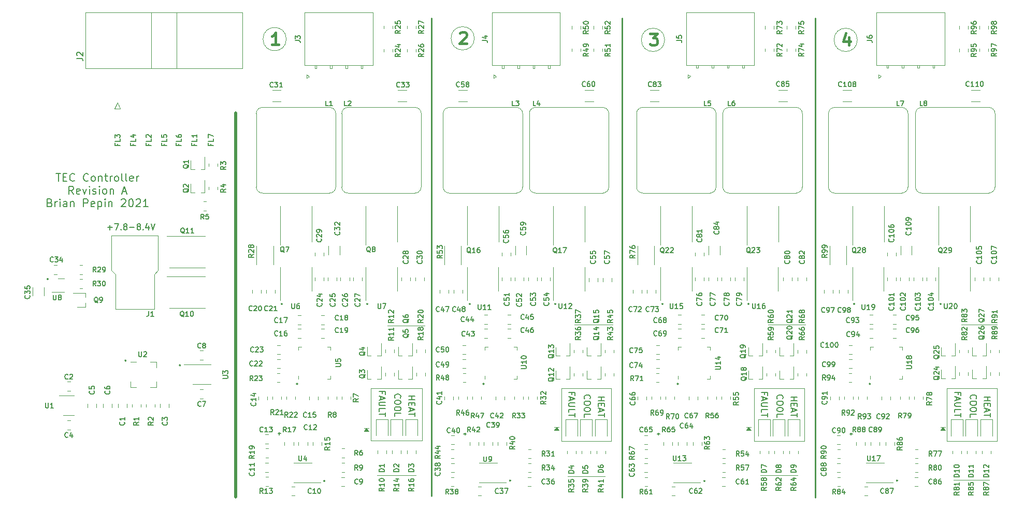
<source format=gbr>
%TF.GenerationSoftware,KiCad,Pcbnew,(5.1.8-0-10_14)*%
%TF.CreationDate,2021-05-08T00:18:42-07:00*%
%TF.ProjectId,TEC,5445432e-6b69-4636-9164-5f7063625858,A*%
%TF.SameCoordinates,Original*%
%TF.FileFunction,Legend,Top*%
%TF.FilePolarity,Positive*%
%FSLAX46Y46*%
G04 Gerber Fmt 4.6, Leading zero omitted, Abs format (unit mm)*
G04 Created by KiCad (PCBNEW (5.1.8-0-10_14)) date 2021-05-08 00:18:42*
%MOMM*%
%LPD*%
G01*
G04 APERTURE LIST*
%ADD10C,0.120000*%
%ADD11C,0.100000*%
%ADD12C,0.254000*%
%ADD13C,0.508000*%
%ADD14C,0.150000*%
%ADD15C,0.381000*%
%ADD16C,0.127000*%
%ADD17C,0.177800*%
G04 APERTURE END LIST*
D10*
X107315000Y-133477000D02*
X108077000Y-133477000D01*
D11*
G36*
X108077000Y-133985000D02*
G01*
X107315000Y-133985000D01*
X107696000Y-133477000D01*
X108077000Y-133985000D01*
G37*
X108077000Y-133985000D02*
X107315000Y-133985000D01*
X107696000Y-133477000D01*
X108077000Y-133985000D01*
G36*
X139192000Y-133858000D02*
G01*
X138430000Y-133858000D01*
X138811000Y-133350000D01*
X139192000Y-133858000D01*
G37*
X139192000Y-133858000D02*
X138430000Y-133858000D01*
X138811000Y-133350000D01*
X139192000Y-133858000D01*
D10*
X138430000Y-133350000D02*
X139192000Y-133350000D01*
D11*
G36*
X170561000Y-133858000D02*
G01*
X169799000Y-133858000D01*
X170180000Y-133350000D01*
X170561000Y-133858000D01*
G37*
X170561000Y-133858000D02*
X169799000Y-133858000D01*
X170180000Y-133350000D01*
X170561000Y-133858000D01*
D10*
X169799000Y-133350000D02*
X170561000Y-133350000D01*
X201549000Y-133350000D02*
X202311000Y-133350000D01*
D11*
G36*
X202311000Y-133858000D02*
G01*
X201549000Y-133858000D01*
X201930000Y-133350000D01*
X202311000Y-133858000D01*
G37*
X202311000Y-133858000D02*
X201549000Y-133858000D01*
X201930000Y-133350000D01*
X202311000Y-133858000D01*
D10*
X204978000Y-116586000D02*
X210820000Y-116586000D01*
X203708000Y-141986000D02*
X209550000Y-141986000D01*
X172085000Y-141224000D02*
X178181000Y-141224000D01*
X173355000Y-116586000D02*
X179451000Y-116586000D01*
X140589000Y-141351000D02*
X146685000Y-141351000D01*
X141732000Y-116586000D02*
X147955000Y-116586000D01*
X109474000Y-141224000D02*
X115824000Y-141224000D01*
X111125000Y-116713000D02*
X117221000Y-116713000D01*
D12*
X201612500Y-113157000D02*
G75*
G03*
X201612500Y-113157000I-63500J0D01*
G01*
X187515500Y-113157000D02*
G75*
G03*
X187515500Y-113157000I-63500J0D01*
G01*
X190055500Y-126238000D02*
G75*
G03*
X190055500Y-126238000I-63500J0D01*
G01*
X194500500Y-142049500D02*
G75*
G03*
X194500500Y-142049500I-63500J0D01*
G01*
X170243500Y-113157000D02*
G75*
G03*
X170243500Y-113157000I-63500J0D01*
G01*
X156146500Y-113157000D02*
G75*
G03*
X156146500Y-113157000I-63500J0D01*
G01*
X158686500Y-126238000D02*
G75*
G03*
X158686500Y-126238000I-63500J0D01*
G01*
X163004500Y-142113000D02*
G75*
G03*
X163004500Y-142113000I-63500J0D01*
G01*
X138620500Y-113157000D02*
G75*
G03*
X138620500Y-113157000I-63500J0D01*
G01*
X124650500Y-113157000D02*
G75*
G03*
X124650500Y-113157000I-63500J0D01*
G01*
X126936500Y-126238000D02*
G75*
G03*
X126936500Y-126238000I-63500J0D01*
G01*
X131254500Y-142049500D02*
G75*
G03*
X131254500Y-142049500I-63500J0D01*
G01*
X107886500Y-113157000D02*
G75*
G03*
X107886500Y-113157000I-63500J0D01*
G01*
X93916500Y-113157000D02*
G75*
G03*
X93916500Y-113157000I-63500J0D01*
G01*
X96456500Y-126238000D02*
G75*
G03*
X96456500Y-126238000I-63500J0D01*
G01*
X100901500Y-142113000D02*
G75*
G03*
X100901500Y-142113000I-63500J0D01*
G01*
X77279500Y-123190000D02*
G75*
G03*
X77279500Y-123190000I-63500J0D01*
G01*
X68389500Y-122428000D02*
G75*
G03*
X68389500Y-122428000I-63500J0D01*
G01*
X55689500Y-109093000D02*
G75*
G03*
X55689500Y-109093000I-63500J0D01*
G01*
D13*
X86360000Y-81915000D02*
X86360000Y-144780000D01*
D14*
X65405476Y-100655428D02*
X66167380Y-100655428D01*
X65786428Y-101036380D02*
X65786428Y-100274476D01*
X66548333Y-100036380D02*
X67215000Y-100036380D01*
X66786428Y-101036380D01*
X67595952Y-100941142D02*
X67643571Y-100988761D01*
X67595952Y-101036380D01*
X67548333Y-100988761D01*
X67595952Y-100941142D01*
X67595952Y-101036380D01*
X68215000Y-100464952D02*
X68119761Y-100417333D01*
X68072142Y-100369714D01*
X68024523Y-100274476D01*
X68024523Y-100226857D01*
X68072142Y-100131619D01*
X68119761Y-100084000D01*
X68215000Y-100036380D01*
X68405476Y-100036380D01*
X68500714Y-100084000D01*
X68548333Y-100131619D01*
X68595952Y-100226857D01*
X68595952Y-100274476D01*
X68548333Y-100369714D01*
X68500714Y-100417333D01*
X68405476Y-100464952D01*
X68215000Y-100464952D01*
X68119761Y-100512571D01*
X68072142Y-100560190D01*
X68024523Y-100655428D01*
X68024523Y-100845904D01*
X68072142Y-100941142D01*
X68119761Y-100988761D01*
X68215000Y-101036380D01*
X68405476Y-101036380D01*
X68500714Y-100988761D01*
X68548333Y-100941142D01*
X68595952Y-100845904D01*
X68595952Y-100655428D01*
X68548333Y-100560190D01*
X68500714Y-100512571D01*
X68405476Y-100464952D01*
X69024523Y-100655428D02*
X69786428Y-100655428D01*
X70405476Y-100464952D02*
X70310238Y-100417333D01*
X70262619Y-100369714D01*
X70215000Y-100274476D01*
X70215000Y-100226857D01*
X70262619Y-100131619D01*
X70310238Y-100084000D01*
X70405476Y-100036380D01*
X70595952Y-100036380D01*
X70691190Y-100084000D01*
X70738809Y-100131619D01*
X70786428Y-100226857D01*
X70786428Y-100274476D01*
X70738809Y-100369714D01*
X70691190Y-100417333D01*
X70595952Y-100464952D01*
X70405476Y-100464952D01*
X70310238Y-100512571D01*
X70262619Y-100560190D01*
X70215000Y-100655428D01*
X70215000Y-100845904D01*
X70262619Y-100941142D01*
X70310238Y-100988761D01*
X70405476Y-101036380D01*
X70595952Y-101036380D01*
X70691190Y-100988761D01*
X70738809Y-100941142D01*
X70786428Y-100845904D01*
X70786428Y-100655428D01*
X70738809Y-100560190D01*
X70691190Y-100512571D01*
X70595952Y-100464952D01*
X71215000Y-100941142D02*
X71262619Y-100988761D01*
X71215000Y-101036380D01*
X71167380Y-100988761D01*
X71215000Y-100941142D01*
X71215000Y-101036380D01*
X72119761Y-100369714D02*
X72119761Y-101036380D01*
X71881666Y-99988761D02*
X71643571Y-100703047D01*
X72262619Y-100703047D01*
X72500714Y-100036380D02*
X72834047Y-101036380D01*
X73167380Y-100036380D01*
D10*
X187960000Y-69977000D02*
G75*
G03*
X187960000Y-69977000I-1905000J0D01*
G01*
D15*
X186544857Y-69568785D02*
X186544857Y-70838785D01*
X186091285Y-68843071D02*
X185637714Y-70203785D01*
X186817000Y-70203785D01*
D10*
X156464000Y-69977000D02*
G75*
G03*
X156464000Y-69977000I-1905000J0D01*
G01*
D15*
X154051000Y-68933785D02*
X155230285Y-68933785D01*
X154595285Y-69659500D01*
X154867428Y-69659500D01*
X155048857Y-69750214D01*
X155139571Y-69840928D01*
X155230285Y-70022357D01*
X155230285Y-70475928D01*
X155139571Y-70657357D01*
X155048857Y-70748071D01*
X154867428Y-70838785D01*
X154323142Y-70838785D01*
X154141714Y-70748071D01*
X154051000Y-70657357D01*
D10*
X125349000Y-69723000D02*
G75*
G03*
X125349000Y-69723000I-1905000J0D01*
G01*
D15*
X123026714Y-68861214D02*
X123117428Y-68770500D01*
X123298857Y-68679785D01*
X123752428Y-68679785D01*
X123933857Y-68770500D01*
X124024571Y-68861214D01*
X124115285Y-69042642D01*
X124115285Y-69224071D01*
X124024571Y-69496214D01*
X122936000Y-70584785D01*
X124115285Y-70584785D01*
D10*
X94615000Y-69850000D02*
G75*
G03*
X94615000Y-69850000I-1905000J0D01*
G01*
D15*
X93381285Y-70711785D02*
X92292714Y-70711785D01*
X92837000Y-70711785D02*
X92837000Y-68806785D01*
X92655571Y-69078928D01*
X92474142Y-69260357D01*
X92292714Y-69351071D01*
D10*
X202565000Y-135636000D02*
X202565000Y-127000000D01*
X210820000Y-135636000D02*
X202565000Y-135636000D01*
X210820000Y-127000000D02*
X210820000Y-135636000D01*
X202565000Y-127000000D02*
X210820000Y-127000000D01*
X171069000Y-135636000D02*
X171069000Y-127000000D01*
X179324000Y-135636000D02*
X171069000Y-135636000D01*
X179324000Y-127000000D02*
X179324000Y-135636000D01*
X171069000Y-127000000D02*
X179324000Y-127000000D01*
X139573000Y-127000000D02*
X139954000Y-127000000D01*
X139573000Y-135636000D02*
X139573000Y-127000000D01*
X147701000Y-135636000D02*
X139573000Y-135636000D01*
X147701000Y-127000000D02*
X147701000Y-135636000D01*
X139954000Y-127000000D02*
X147701000Y-127000000D01*
X108458000Y-127000000D02*
X108585000Y-127000000D01*
X108458000Y-135509000D02*
X108458000Y-127000000D01*
X116840000Y-135509000D02*
X108458000Y-135509000D01*
X116840000Y-127000000D02*
X116840000Y-135509000D01*
X108585000Y-127000000D02*
X116840000Y-127000000D01*
D16*
X187137523Y-134418285D02*
X186750476Y-134418285D01*
X186944000Y-134611809D02*
X186944000Y-134224761D01*
D14*
X204414428Y-127960761D02*
X204414428Y-127627428D01*
X203890619Y-127627428D02*
X204890619Y-127627428D01*
X204890619Y-128103619D01*
X204176333Y-128436952D02*
X204176333Y-128913142D01*
X203890619Y-128341714D02*
X204890619Y-128675047D01*
X203890619Y-129008380D01*
X204890619Y-129341714D02*
X204081095Y-129341714D01*
X203985857Y-129389333D01*
X203938238Y-129436952D01*
X203890619Y-129532190D01*
X203890619Y-129722666D01*
X203938238Y-129817904D01*
X203985857Y-129865523D01*
X204081095Y-129913142D01*
X204890619Y-129913142D01*
X203890619Y-130865523D02*
X203890619Y-130389333D01*
X204890619Y-130389333D01*
X204890619Y-131056000D02*
X204890619Y-131627428D01*
X203890619Y-131341714D02*
X204890619Y-131341714D01*
X206525857Y-128667142D02*
X206478238Y-128619523D01*
X206430619Y-128476666D01*
X206430619Y-128381428D01*
X206478238Y-128238571D01*
X206573476Y-128143333D01*
X206668714Y-128095714D01*
X206859190Y-128048095D01*
X207002047Y-128048095D01*
X207192523Y-128095714D01*
X207287761Y-128143333D01*
X207383000Y-128238571D01*
X207430619Y-128381428D01*
X207430619Y-128476666D01*
X207383000Y-128619523D01*
X207335380Y-128667142D01*
X207430619Y-129286190D02*
X207430619Y-129476666D01*
X207383000Y-129571904D01*
X207287761Y-129667142D01*
X207097285Y-129714761D01*
X206763952Y-129714761D01*
X206573476Y-129667142D01*
X206478238Y-129571904D01*
X206430619Y-129476666D01*
X206430619Y-129286190D01*
X206478238Y-129190952D01*
X206573476Y-129095714D01*
X206763952Y-129048095D01*
X207097285Y-129048095D01*
X207287761Y-129095714D01*
X207383000Y-129190952D01*
X207430619Y-129286190D01*
X207430619Y-130333809D02*
X207430619Y-130524285D01*
X207383000Y-130619523D01*
X207287761Y-130714761D01*
X207097285Y-130762380D01*
X206763952Y-130762380D01*
X206573476Y-130714761D01*
X206478238Y-130619523D01*
X206430619Y-130524285D01*
X206430619Y-130333809D01*
X206478238Y-130238571D01*
X206573476Y-130143333D01*
X206763952Y-130095714D01*
X207097285Y-130095714D01*
X207287761Y-130143333D01*
X207383000Y-130238571D01*
X207430619Y-130333809D01*
X206430619Y-131667142D02*
X206430619Y-131190952D01*
X207430619Y-131190952D01*
X208716619Y-128389380D02*
X209716619Y-128389380D01*
X209240428Y-128389380D02*
X209240428Y-128960809D01*
X208716619Y-128960809D02*
X209716619Y-128960809D01*
X209240428Y-129437000D02*
X209240428Y-129770333D01*
X208716619Y-129913190D02*
X208716619Y-129437000D01*
X209716619Y-129437000D01*
X209716619Y-129913190D01*
X209002333Y-130294142D02*
X209002333Y-130770333D01*
X208716619Y-130198904D02*
X209716619Y-130532238D01*
X208716619Y-130865571D01*
X209716619Y-131056047D02*
X209716619Y-131627476D01*
X208716619Y-131341761D02*
X209716619Y-131341761D01*
D12*
X181102000Y-66437000D02*
X181102000Y-144796000D01*
D16*
X155641523Y-134418285D02*
X155254476Y-134418285D01*
X155448000Y-134611809D02*
X155448000Y-134224761D01*
D14*
X177093619Y-128389380D02*
X178093619Y-128389380D01*
X177617428Y-128389380D02*
X177617428Y-128960809D01*
X177093619Y-128960809D02*
X178093619Y-128960809D01*
X177617428Y-129437000D02*
X177617428Y-129770333D01*
X177093619Y-129913190D02*
X177093619Y-129437000D01*
X178093619Y-129437000D01*
X178093619Y-129913190D01*
X177379333Y-130294142D02*
X177379333Y-130770333D01*
X177093619Y-130198904D02*
X178093619Y-130532238D01*
X177093619Y-130865571D01*
X178093619Y-131056047D02*
X178093619Y-131627476D01*
X177093619Y-131341761D02*
X178093619Y-131341761D01*
X172791428Y-127960761D02*
X172791428Y-127627428D01*
X172267619Y-127627428D02*
X173267619Y-127627428D01*
X173267619Y-128103619D01*
X172553333Y-128436952D02*
X172553333Y-128913142D01*
X172267619Y-128341714D02*
X173267619Y-128675047D01*
X172267619Y-129008380D01*
X173267619Y-129341714D02*
X172458095Y-129341714D01*
X172362857Y-129389333D01*
X172315238Y-129436952D01*
X172267619Y-129532190D01*
X172267619Y-129722666D01*
X172315238Y-129817904D01*
X172362857Y-129865523D01*
X172458095Y-129913142D01*
X173267619Y-129913142D01*
X172267619Y-130865523D02*
X172267619Y-130389333D01*
X173267619Y-130389333D01*
X173267619Y-131056000D02*
X173267619Y-131627428D01*
X172267619Y-131341714D02*
X173267619Y-131341714D01*
X174902857Y-128667142D02*
X174855238Y-128619523D01*
X174807619Y-128476666D01*
X174807619Y-128381428D01*
X174855238Y-128238571D01*
X174950476Y-128143333D01*
X175045714Y-128095714D01*
X175236190Y-128048095D01*
X175379047Y-128048095D01*
X175569523Y-128095714D01*
X175664761Y-128143333D01*
X175760000Y-128238571D01*
X175807619Y-128381428D01*
X175807619Y-128476666D01*
X175760000Y-128619523D01*
X175712380Y-128667142D01*
X175807619Y-129286190D02*
X175807619Y-129476666D01*
X175760000Y-129571904D01*
X175664761Y-129667142D01*
X175474285Y-129714761D01*
X175140952Y-129714761D01*
X174950476Y-129667142D01*
X174855238Y-129571904D01*
X174807619Y-129476666D01*
X174807619Y-129286190D01*
X174855238Y-129190952D01*
X174950476Y-129095714D01*
X175140952Y-129048095D01*
X175474285Y-129048095D01*
X175664761Y-129095714D01*
X175760000Y-129190952D01*
X175807619Y-129286190D01*
X175807619Y-130333809D02*
X175807619Y-130524285D01*
X175760000Y-130619523D01*
X175664761Y-130714761D01*
X175474285Y-130762380D01*
X175140952Y-130762380D01*
X174950476Y-130714761D01*
X174855238Y-130619523D01*
X174807619Y-130524285D01*
X174807619Y-130333809D01*
X174855238Y-130238571D01*
X174950476Y-130143333D01*
X175140952Y-130095714D01*
X175474285Y-130095714D01*
X175664761Y-130143333D01*
X175760000Y-130238571D01*
X175807619Y-130333809D01*
X174807619Y-131667142D02*
X174807619Y-131190952D01*
X175807619Y-131190952D01*
D12*
X149479000Y-66437000D02*
X149479000Y-144796000D01*
D16*
X124018523Y-134418285D02*
X123631476Y-134418285D01*
X123825000Y-134611809D02*
X123825000Y-134224761D01*
D14*
X145597619Y-128389380D02*
X146597619Y-128389380D01*
X146121428Y-128389380D02*
X146121428Y-128960809D01*
X145597619Y-128960809D02*
X146597619Y-128960809D01*
X146121428Y-129437000D02*
X146121428Y-129770333D01*
X145597619Y-129913190D02*
X145597619Y-129437000D01*
X146597619Y-129437000D01*
X146597619Y-129913190D01*
X145883333Y-130294142D02*
X145883333Y-130770333D01*
X145597619Y-130198904D02*
X146597619Y-130532238D01*
X145597619Y-130865571D01*
X146597619Y-131056047D02*
X146597619Y-131627476D01*
X145597619Y-131341761D02*
X146597619Y-131341761D01*
X143406857Y-128667142D02*
X143359238Y-128619523D01*
X143311619Y-128476666D01*
X143311619Y-128381428D01*
X143359238Y-128238571D01*
X143454476Y-128143333D01*
X143549714Y-128095714D01*
X143740190Y-128048095D01*
X143883047Y-128048095D01*
X144073523Y-128095714D01*
X144168761Y-128143333D01*
X144264000Y-128238571D01*
X144311619Y-128381428D01*
X144311619Y-128476666D01*
X144264000Y-128619523D01*
X144216380Y-128667142D01*
X144311619Y-129286190D02*
X144311619Y-129476666D01*
X144264000Y-129571904D01*
X144168761Y-129667142D01*
X143978285Y-129714761D01*
X143644952Y-129714761D01*
X143454476Y-129667142D01*
X143359238Y-129571904D01*
X143311619Y-129476666D01*
X143311619Y-129286190D01*
X143359238Y-129190952D01*
X143454476Y-129095714D01*
X143644952Y-129048095D01*
X143978285Y-129048095D01*
X144168761Y-129095714D01*
X144264000Y-129190952D01*
X144311619Y-129286190D01*
X144311619Y-130333809D02*
X144311619Y-130524285D01*
X144264000Y-130619523D01*
X144168761Y-130714761D01*
X143978285Y-130762380D01*
X143644952Y-130762380D01*
X143454476Y-130714761D01*
X143359238Y-130619523D01*
X143311619Y-130524285D01*
X143311619Y-130333809D01*
X143359238Y-130238571D01*
X143454476Y-130143333D01*
X143644952Y-130095714D01*
X143978285Y-130095714D01*
X144168761Y-130143333D01*
X144264000Y-130238571D01*
X144311619Y-130333809D01*
X143311619Y-131667142D02*
X143311619Y-131190952D01*
X144311619Y-131190952D01*
X141295428Y-127960761D02*
X141295428Y-127627428D01*
X140771619Y-127627428D02*
X141771619Y-127627428D01*
X141771619Y-128103619D01*
X141057333Y-128436952D02*
X141057333Y-128913142D01*
X140771619Y-128341714D02*
X141771619Y-128675047D01*
X140771619Y-129008380D01*
X141771619Y-129341714D02*
X140962095Y-129341714D01*
X140866857Y-129389333D01*
X140819238Y-129436952D01*
X140771619Y-129532190D01*
X140771619Y-129722666D01*
X140819238Y-129817904D01*
X140866857Y-129865523D01*
X140962095Y-129913142D01*
X141771619Y-129913142D01*
X140771619Y-130865523D02*
X140771619Y-130389333D01*
X141771619Y-130389333D01*
X141771619Y-131056000D02*
X141771619Y-131627428D01*
X140771619Y-131341714D02*
X141771619Y-131341714D01*
D12*
X118364000Y-66437000D02*
X118364000Y-144542000D01*
D17*
X56980666Y-91836723D02*
X57706380Y-91836723D01*
X57343523Y-93106723D02*
X57343523Y-91836723D01*
X58129714Y-92441485D02*
X58553047Y-92441485D01*
X58734476Y-93106723D02*
X58129714Y-93106723D01*
X58129714Y-91836723D01*
X58734476Y-91836723D01*
X60004476Y-92985771D02*
X59944000Y-93046247D01*
X59762571Y-93106723D01*
X59641619Y-93106723D01*
X59460190Y-93046247D01*
X59339238Y-92925295D01*
X59278761Y-92804342D01*
X59218285Y-92562438D01*
X59218285Y-92381009D01*
X59278761Y-92139104D01*
X59339238Y-92018152D01*
X59460190Y-91897200D01*
X59641619Y-91836723D01*
X59762571Y-91836723D01*
X59944000Y-91897200D01*
X60004476Y-91957676D01*
X62242095Y-92985771D02*
X62181619Y-93046247D01*
X62000190Y-93106723D01*
X61879238Y-93106723D01*
X61697809Y-93046247D01*
X61576857Y-92925295D01*
X61516380Y-92804342D01*
X61455904Y-92562438D01*
X61455904Y-92381009D01*
X61516380Y-92139104D01*
X61576857Y-92018152D01*
X61697809Y-91897200D01*
X61879238Y-91836723D01*
X62000190Y-91836723D01*
X62181619Y-91897200D01*
X62242095Y-91957676D01*
X62967809Y-93106723D02*
X62846857Y-93046247D01*
X62786380Y-92985771D01*
X62725904Y-92864819D01*
X62725904Y-92501961D01*
X62786380Y-92381009D01*
X62846857Y-92320533D01*
X62967809Y-92260057D01*
X63149238Y-92260057D01*
X63270190Y-92320533D01*
X63330666Y-92381009D01*
X63391142Y-92501961D01*
X63391142Y-92864819D01*
X63330666Y-92985771D01*
X63270190Y-93046247D01*
X63149238Y-93106723D01*
X62967809Y-93106723D01*
X63935428Y-92260057D02*
X63935428Y-93106723D01*
X63935428Y-92381009D02*
X63995904Y-92320533D01*
X64116857Y-92260057D01*
X64298285Y-92260057D01*
X64419238Y-92320533D01*
X64479714Y-92441485D01*
X64479714Y-93106723D01*
X64903047Y-92260057D02*
X65386857Y-92260057D01*
X65084476Y-91836723D02*
X65084476Y-92925295D01*
X65144952Y-93046247D01*
X65265904Y-93106723D01*
X65386857Y-93106723D01*
X65810190Y-93106723D02*
X65810190Y-92260057D01*
X65810190Y-92501961D02*
X65870666Y-92381009D01*
X65931142Y-92320533D01*
X66052095Y-92260057D01*
X66173047Y-92260057D01*
X66777809Y-93106723D02*
X66656857Y-93046247D01*
X66596380Y-92985771D01*
X66535904Y-92864819D01*
X66535904Y-92501961D01*
X66596380Y-92381009D01*
X66656857Y-92320533D01*
X66777809Y-92260057D01*
X66959238Y-92260057D01*
X67080190Y-92320533D01*
X67140666Y-92381009D01*
X67201142Y-92501961D01*
X67201142Y-92864819D01*
X67140666Y-92985771D01*
X67080190Y-93046247D01*
X66959238Y-93106723D01*
X66777809Y-93106723D01*
X67926857Y-93106723D02*
X67805904Y-93046247D01*
X67745428Y-92925295D01*
X67745428Y-91836723D01*
X68592095Y-93106723D02*
X68471142Y-93046247D01*
X68410666Y-92925295D01*
X68410666Y-91836723D01*
X69559714Y-93046247D02*
X69438761Y-93106723D01*
X69196857Y-93106723D01*
X69075904Y-93046247D01*
X69015428Y-92925295D01*
X69015428Y-92441485D01*
X69075904Y-92320533D01*
X69196857Y-92260057D01*
X69438761Y-92260057D01*
X69559714Y-92320533D01*
X69620190Y-92441485D01*
X69620190Y-92562438D01*
X69015428Y-92683390D01*
X70164476Y-93106723D02*
X70164476Y-92260057D01*
X70164476Y-92501961D02*
X70224952Y-92381009D01*
X70285428Y-92320533D01*
X70406380Y-92260057D01*
X70527333Y-92260057D01*
X59823047Y-95189523D02*
X59399714Y-94584761D01*
X59097333Y-95189523D02*
X59097333Y-93919523D01*
X59581142Y-93919523D01*
X59702095Y-93980000D01*
X59762571Y-94040476D01*
X59823047Y-94161428D01*
X59823047Y-94342857D01*
X59762571Y-94463809D01*
X59702095Y-94524285D01*
X59581142Y-94584761D01*
X59097333Y-94584761D01*
X60851142Y-95129047D02*
X60730190Y-95189523D01*
X60488285Y-95189523D01*
X60367333Y-95129047D01*
X60306857Y-95008095D01*
X60306857Y-94524285D01*
X60367333Y-94403333D01*
X60488285Y-94342857D01*
X60730190Y-94342857D01*
X60851142Y-94403333D01*
X60911619Y-94524285D01*
X60911619Y-94645238D01*
X60306857Y-94766190D01*
X61334952Y-94342857D02*
X61637333Y-95189523D01*
X61939714Y-94342857D01*
X62423523Y-95189523D02*
X62423523Y-94342857D01*
X62423523Y-93919523D02*
X62363047Y-93980000D01*
X62423523Y-94040476D01*
X62484000Y-93980000D01*
X62423523Y-93919523D01*
X62423523Y-94040476D01*
X62967809Y-95129047D02*
X63088761Y-95189523D01*
X63330666Y-95189523D01*
X63451619Y-95129047D01*
X63512095Y-95008095D01*
X63512095Y-94947619D01*
X63451619Y-94826666D01*
X63330666Y-94766190D01*
X63149238Y-94766190D01*
X63028285Y-94705714D01*
X62967809Y-94584761D01*
X62967809Y-94524285D01*
X63028285Y-94403333D01*
X63149238Y-94342857D01*
X63330666Y-94342857D01*
X63451619Y-94403333D01*
X64056380Y-95189523D02*
X64056380Y-94342857D01*
X64056380Y-93919523D02*
X63995904Y-93980000D01*
X64056380Y-94040476D01*
X64116857Y-93980000D01*
X64056380Y-93919523D01*
X64056380Y-94040476D01*
X64842571Y-95189523D02*
X64721619Y-95129047D01*
X64661142Y-95068571D01*
X64600666Y-94947619D01*
X64600666Y-94584761D01*
X64661142Y-94463809D01*
X64721619Y-94403333D01*
X64842571Y-94342857D01*
X65024000Y-94342857D01*
X65144952Y-94403333D01*
X65205428Y-94463809D01*
X65265904Y-94584761D01*
X65265904Y-94947619D01*
X65205428Y-95068571D01*
X65144952Y-95129047D01*
X65024000Y-95189523D01*
X64842571Y-95189523D01*
X65810190Y-94342857D02*
X65810190Y-95189523D01*
X65810190Y-94463809D02*
X65870666Y-94403333D01*
X65991619Y-94342857D01*
X66173047Y-94342857D01*
X66294000Y-94403333D01*
X66354476Y-94524285D01*
X66354476Y-95189523D01*
X67866380Y-94826666D02*
X68471142Y-94826666D01*
X67745428Y-95189523D02*
X68168761Y-93919523D01*
X68592095Y-95189523D01*
X55982809Y-96607085D02*
X56164238Y-96667561D01*
X56224714Y-96728038D01*
X56285190Y-96848990D01*
X56285190Y-97030419D01*
X56224714Y-97151371D01*
X56164238Y-97211847D01*
X56043285Y-97272323D01*
X55559476Y-97272323D01*
X55559476Y-96002323D01*
X55982809Y-96002323D01*
X56103761Y-96062800D01*
X56164238Y-96123276D01*
X56224714Y-96244228D01*
X56224714Y-96365180D01*
X56164238Y-96486133D01*
X56103761Y-96546609D01*
X55982809Y-96607085D01*
X55559476Y-96607085D01*
X56829476Y-97272323D02*
X56829476Y-96425657D01*
X56829476Y-96667561D02*
X56889952Y-96546609D01*
X56950428Y-96486133D01*
X57071380Y-96425657D01*
X57192333Y-96425657D01*
X57615666Y-97272323D02*
X57615666Y-96425657D01*
X57615666Y-96002323D02*
X57555190Y-96062800D01*
X57615666Y-96123276D01*
X57676142Y-96062800D01*
X57615666Y-96002323D01*
X57615666Y-96123276D01*
X58764714Y-97272323D02*
X58764714Y-96607085D01*
X58704238Y-96486133D01*
X58583285Y-96425657D01*
X58341380Y-96425657D01*
X58220428Y-96486133D01*
X58764714Y-97211847D02*
X58643761Y-97272323D01*
X58341380Y-97272323D01*
X58220428Y-97211847D01*
X58159952Y-97090895D01*
X58159952Y-96969942D01*
X58220428Y-96848990D01*
X58341380Y-96788514D01*
X58643761Y-96788514D01*
X58764714Y-96728038D01*
X59369476Y-96425657D02*
X59369476Y-97272323D01*
X59369476Y-96546609D02*
X59429952Y-96486133D01*
X59550904Y-96425657D01*
X59732333Y-96425657D01*
X59853285Y-96486133D01*
X59913761Y-96607085D01*
X59913761Y-97272323D01*
X61486142Y-97272323D02*
X61486142Y-96002323D01*
X61969952Y-96002323D01*
X62090904Y-96062800D01*
X62151380Y-96123276D01*
X62211857Y-96244228D01*
X62211857Y-96425657D01*
X62151380Y-96546609D01*
X62090904Y-96607085D01*
X61969952Y-96667561D01*
X61486142Y-96667561D01*
X63239952Y-97211847D02*
X63119000Y-97272323D01*
X62877095Y-97272323D01*
X62756142Y-97211847D01*
X62695666Y-97090895D01*
X62695666Y-96607085D01*
X62756142Y-96486133D01*
X62877095Y-96425657D01*
X63119000Y-96425657D01*
X63239952Y-96486133D01*
X63300428Y-96607085D01*
X63300428Y-96728038D01*
X62695666Y-96848990D01*
X63844714Y-96425657D02*
X63844714Y-97695657D01*
X63844714Y-96486133D02*
X63965666Y-96425657D01*
X64207571Y-96425657D01*
X64328523Y-96486133D01*
X64389000Y-96546609D01*
X64449476Y-96667561D01*
X64449476Y-97030419D01*
X64389000Y-97151371D01*
X64328523Y-97211847D01*
X64207571Y-97272323D01*
X63965666Y-97272323D01*
X63844714Y-97211847D01*
X64993761Y-97272323D02*
X64993761Y-96425657D01*
X64993761Y-96002323D02*
X64933285Y-96062800D01*
X64993761Y-96123276D01*
X65054238Y-96062800D01*
X64993761Y-96002323D01*
X64993761Y-96123276D01*
X65598523Y-96425657D02*
X65598523Y-97272323D01*
X65598523Y-96546609D02*
X65659000Y-96486133D01*
X65779952Y-96425657D01*
X65961380Y-96425657D01*
X66082333Y-96486133D01*
X66142809Y-96607085D01*
X66142809Y-97272323D01*
X67654714Y-96123276D02*
X67715190Y-96062800D01*
X67836142Y-96002323D01*
X68138523Y-96002323D01*
X68259476Y-96062800D01*
X68319952Y-96123276D01*
X68380428Y-96244228D01*
X68380428Y-96365180D01*
X68319952Y-96546609D01*
X67594238Y-97272323D01*
X68380428Y-97272323D01*
X69166619Y-96002323D02*
X69287571Y-96002323D01*
X69408523Y-96062800D01*
X69469000Y-96123276D01*
X69529476Y-96244228D01*
X69589952Y-96486133D01*
X69589952Y-96788514D01*
X69529476Y-97030419D01*
X69469000Y-97151371D01*
X69408523Y-97211847D01*
X69287571Y-97272323D01*
X69166619Y-97272323D01*
X69045666Y-97211847D01*
X68985190Y-97151371D01*
X68924714Y-97030419D01*
X68864238Y-96788514D01*
X68864238Y-96486133D01*
X68924714Y-96244228D01*
X68985190Y-96123276D01*
X69045666Y-96062800D01*
X69166619Y-96002323D01*
X70073761Y-96123276D02*
X70134238Y-96062800D01*
X70255190Y-96002323D01*
X70557571Y-96002323D01*
X70678523Y-96062800D01*
X70739000Y-96123276D01*
X70799476Y-96244228D01*
X70799476Y-96365180D01*
X70739000Y-96546609D01*
X70013285Y-97272323D01*
X70799476Y-97272323D01*
X72009000Y-97272323D02*
X71283285Y-97272323D01*
X71646142Y-97272323D02*
X71646142Y-96002323D01*
X71525190Y-96183752D01*
X71404238Y-96304704D01*
X71283285Y-96365180D01*
D14*
X110307428Y-127833761D02*
X110307428Y-127500428D01*
X109783619Y-127500428D02*
X110783619Y-127500428D01*
X110783619Y-127976619D01*
X110069333Y-128309952D02*
X110069333Y-128786142D01*
X109783619Y-128214714D02*
X110783619Y-128548047D01*
X109783619Y-128881380D01*
X110783619Y-129214714D02*
X109974095Y-129214714D01*
X109878857Y-129262333D01*
X109831238Y-129309952D01*
X109783619Y-129405190D01*
X109783619Y-129595666D01*
X109831238Y-129690904D01*
X109878857Y-129738523D01*
X109974095Y-129786142D01*
X110783619Y-129786142D01*
X109783619Y-130738523D02*
X109783619Y-130262333D01*
X110783619Y-130262333D01*
X110783619Y-130929000D02*
X110783619Y-131500428D01*
X109783619Y-131214714D02*
X110783619Y-131214714D01*
X112418857Y-128540142D02*
X112371238Y-128492523D01*
X112323619Y-128349666D01*
X112323619Y-128254428D01*
X112371238Y-128111571D01*
X112466476Y-128016333D01*
X112561714Y-127968714D01*
X112752190Y-127921095D01*
X112895047Y-127921095D01*
X113085523Y-127968714D01*
X113180761Y-128016333D01*
X113276000Y-128111571D01*
X113323619Y-128254428D01*
X113323619Y-128349666D01*
X113276000Y-128492523D01*
X113228380Y-128540142D01*
X113323619Y-129159190D02*
X113323619Y-129349666D01*
X113276000Y-129444904D01*
X113180761Y-129540142D01*
X112990285Y-129587761D01*
X112656952Y-129587761D01*
X112466476Y-129540142D01*
X112371238Y-129444904D01*
X112323619Y-129349666D01*
X112323619Y-129159190D01*
X112371238Y-129063952D01*
X112466476Y-128968714D01*
X112656952Y-128921095D01*
X112990285Y-128921095D01*
X113180761Y-128968714D01*
X113276000Y-129063952D01*
X113323619Y-129159190D01*
X113323619Y-130206809D02*
X113323619Y-130397285D01*
X113276000Y-130492523D01*
X113180761Y-130587761D01*
X112990285Y-130635380D01*
X112656952Y-130635380D01*
X112466476Y-130587761D01*
X112371238Y-130492523D01*
X112323619Y-130397285D01*
X112323619Y-130206809D01*
X112371238Y-130111571D01*
X112466476Y-130016333D01*
X112656952Y-129968714D01*
X112990285Y-129968714D01*
X113180761Y-130016333D01*
X113276000Y-130111571D01*
X113323619Y-130206809D01*
X112323619Y-131540142D02*
X112323619Y-131063952D01*
X113323619Y-131063952D01*
X114609619Y-128262380D02*
X115609619Y-128262380D01*
X115133428Y-128262380D02*
X115133428Y-128833809D01*
X114609619Y-128833809D02*
X115609619Y-128833809D01*
X115133428Y-129310000D02*
X115133428Y-129643333D01*
X114609619Y-129786190D02*
X114609619Y-129310000D01*
X115609619Y-129310000D01*
X115609619Y-129786190D01*
X114895333Y-130167142D02*
X114895333Y-130643333D01*
X114609619Y-130071904D02*
X115609619Y-130405238D01*
X114609619Y-130738571D01*
X115609619Y-130929047D02*
X115609619Y-131500476D01*
X114609619Y-131214761D02*
X115609619Y-131214761D01*
D16*
X93665523Y-134354785D02*
X93278476Y-134354785D01*
X93472000Y-134548309D02*
X93472000Y-134161261D01*
D10*
%TO.C,U2*%
X72382000Y-122604000D02*
X73357000Y-122604000D01*
X73357000Y-122604000D02*
X73357000Y-123579000D01*
X70112000Y-126824000D02*
X69137000Y-126824000D01*
X69137000Y-126824000D02*
X69137000Y-125849000D01*
X72382000Y-126824000D02*
X73357000Y-126824000D01*
X73357000Y-126824000D02*
X73357000Y-125849000D01*
X70112000Y-122604000D02*
X69137000Y-122604000D01*
%TO.C,J2*%
X67500000Y-81217000D02*
X67000000Y-80217000D01*
X66500000Y-81217000D02*
X67500000Y-81217000D01*
X67000000Y-80217000D02*
X66500000Y-81217000D01*
X87450000Y-74597000D02*
X61790000Y-74597000D01*
X87450000Y-65477000D02*
X87450000Y-74597000D01*
X61790000Y-65477000D02*
X87450000Y-65477000D01*
X61790000Y-74597000D02*
X61790000Y-65477000D01*
X76670000Y-74597000D02*
X76670000Y-65477000D01*
X72570000Y-74597000D02*
X72570000Y-65477000D01*
%TO.C,U8*%
X56277000Y-111219000D02*
X58277000Y-111219000D01*
X57277000Y-108999000D02*
X58277000Y-108999000D01*
%TO.C,C35*%
X55012000Y-111836252D02*
X55012000Y-110413748D01*
X53192000Y-111836252D02*
X53192000Y-110413748D01*
%TO.C,C34*%
X57157252Y-106834000D02*
X56634748Y-106834000D01*
X57157252Y-108304000D02*
X56634748Y-108304000D01*
%TO.C,U20*%
X206395000Y-109109000D02*
X206395000Y-107159000D01*
X206395000Y-109109000D02*
X206395000Y-111059000D01*
X201275000Y-109109000D02*
X201275000Y-107159000D01*
X201275000Y-109109000D02*
X201275000Y-112559000D01*
%TO.C,U19*%
X192298000Y-109109000D02*
X192298000Y-107159000D01*
X192298000Y-109109000D02*
X192298000Y-111059000D01*
X187178000Y-109109000D02*
X187178000Y-107159000D01*
X187178000Y-109109000D02*
X187178000Y-112559000D01*
%TO.C,U18*%
X190053000Y-120690000D02*
X190053000Y-120215000D01*
X190053000Y-120215000D02*
X190528000Y-120215000D01*
X195273000Y-124960000D02*
X195273000Y-125435000D01*
X195273000Y-125435000D02*
X194798000Y-125435000D01*
X195273000Y-120690000D02*
X195273000Y-120215000D01*
X195273000Y-120215000D02*
X194798000Y-120215000D01*
X190053000Y-124960000D02*
X190053000Y-125435000D01*
%TO.C,U17*%
X190881000Y-139122000D02*
X189381000Y-139122000D01*
X190881000Y-139122000D02*
X192381000Y-139122000D01*
X190881000Y-142342000D02*
X189381000Y-142342000D01*
X190881000Y-142342000D02*
X193806000Y-142342000D01*
%TO.C,U16*%
X175026000Y-109109000D02*
X175026000Y-107159000D01*
X175026000Y-109109000D02*
X175026000Y-111059000D01*
X169906000Y-109109000D02*
X169906000Y-107159000D01*
X169906000Y-109109000D02*
X169906000Y-112559000D01*
%TO.C,U15*%
X160929000Y-109109000D02*
X160929000Y-107159000D01*
X160929000Y-109109000D02*
X160929000Y-111059000D01*
X155809000Y-109109000D02*
X155809000Y-107159000D01*
X155809000Y-109109000D02*
X155809000Y-112559000D01*
%TO.C,U14*%
X158680000Y-120690000D02*
X158680000Y-120215000D01*
X158680000Y-120215000D02*
X159155000Y-120215000D01*
X163900000Y-124960000D02*
X163900000Y-125435000D01*
X163900000Y-125435000D02*
X163425000Y-125435000D01*
X163900000Y-120690000D02*
X163900000Y-120215000D01*
X163900000Y-120215000D02*
X163425000Y-120215000D01*
X158680000Y-124960000D02*
X158680000Y-125435000D01*
%TO.C,U13*%
X159385000Y-139122000D02*
X157885000Y-139122000D01*
X159385000Y-139122000D02*
X160885000Y-139122000D01*
X159385000Y-142342000D02*
X157885000Y-142342000D01*
X159385000Y-142342000D02*
X162310000Y-142342000D01*
%TO.C,U12*%
X143403000Y-109109000D02*
X143403000Y-107159000D01*
X143403000Y-109109000D02*
X143403000Y-111059000D01*
X138283000Y-109109000D02*
X138283000Y-107159000D01*
X138283000Y-109109000D02*
X138283000Y-112559000D01*
%TO.C,U11*%
X129306000Y-109109000D02*
X129306000Y-107159000D01*
X129306000Y-109109000D02*
X129306000Y-111059000D01*
X124186000Y-109109000D02*
X124186000Y-107159000D01*
X124186000Y-109109000D02*
X124186000Y-112559000D01*
%TO.C,U10*%
X127057000Y-120690000D02*
X127057000Y-120215000D01*
X127057000Y-120215000D02*
X127532000Y-120215000D01*
X132277000Y-124960000D02*
X132277000Y-125435000D01*
X132277000Y-125435000D02*
X131802000Y-125435000D01*
X132277000Y-120690000D02*
X132277000Y-120215000D01*
X132277000Y-120215000D02*
X131802000Y-120215000D01*
X127057000Y-124960000D02*
X127057000Y-125435000D01*
%TO.C,U9*%
X127635000Y-139122000D02*
X126135000Y-139122000D01*
X127635000Y-139122000D02*
X129135000Y-139122000D01*
X127635000Y-142342000D02*
X126135000Y-142342000D01*
X127635000Y-142342000D02*
X130560000Y-142342000D01*
%TO.C,R99*%
X183425000Y-106699064D02*
X183425000Y-103644936D01*
X186145000Y-106699064D02*
X186145000Y-103644936D01*
%TO.C,R98*%
X209396000Y-67733936D02*
X209396000Y-68188064D01*
X207926000Y-67733936D02*
X207926000Y-68188064D01*
%TO.C,R97*%
X209396000Y-71416936D02*
X209396000Y-71871064D01*
X207926000Y-71416936D02*
X207926000Y-71871064D01*
%TO.C,R96*%
X206094000Y-67733936D02*
X206094000Y-68188064D01*
X204624000Y-67733936D02*
X204624000Y-68188064D01*
%TO.C,R95*%
X206094000Y-71440436D02*
X206094000Y-71894564D01*
X204624000Y-71440436D02*
X204624000Y-71894564D01*
%TO.C,R94*%
X186589936Y-124503000D02*
X187044064Y-124503000D01*
X186589936Y-125973000D02*
X187044064Y-125973000D01*
%TO.C,R93*%
X189584000Y-128312936D02*
X189584000Y-128767064D01*
X188114000Y-128312936D02*
X188114000Y-128767064D01*
%TO.C,R92*%
X187298000Y-128312936D02*
X187298000Y-128767064D01*
X185828000Y-128312936D02*
X185828000Y-128767064D01*
%TO.C,R91*%
X211174000Y-120692936D02*
X211174000Y-121147064D01*
X209704000Y-120692936D02*
X209704000Y-121147064D01*
%TO.C,R90*%
X184684936Y-136949000D02*
X185139064Y-136949000D01*
X184684936Y-138419000D02*
X185139064Y-138419000D01*
%TO.C,R89*%
X209704000Y-124830064D02*
X209704000Y-124375936D01*
X211174000Y-124830064D02*
X211174000Y-124375936D01*
%TO.C,R88*%
X189203000Y-135805936D02*
X189203000Y-136260064D01*
X187733000Y-135805936D02*
X187733000Y-136260064D01*
%TO.C,R87*%
X209777000Y-137202936D02*
X209777000Y-137657064D01*
X208307000Y-137202936D02*
X208307000Y-137657064D01*
%TO.C,R86*%
X194029000Y-135805936D02*
X194029000Y-136260064D01*
X192559000Y-135805936D02*
X192559000Y-136260064D01*
%TO.C,R85*%
X207364000Y-137202936D02*
X207364000Y-137657064D01*
X205894000Y-137202936D02*
X205894000Y-137657064D01*
%TO.C,R84*%
X184684936Y-141521000D02*
X185139064Y-141521000D01*
X184684936Y-142991000D02*
X185139064Y-142991000D01*
%TO.C,R83*%
X206094000Y-120692936D02*
X206094000Y-121147064D01*
X204624000Y-120692936D02*
X204624000Y-121147064D01*
%TO.C,R82*%
X204624000Y-124830064D02*
X204624000Y-124375936D01*
X206094000Y-124830064D02*
X206094000Y-124375936D01*
%TO.C,R81*%
X204951000Y-137202936D02*
X204951000Y-137657064D01*
X203481000Y-137202936D02*
X203481000Y-137657064D01*
%TO.C,R80*%
X197384936Y-139235000D02*
X197839064Y-139235000D01*
X197384936Y-140705000D02*
X197839064Y-140705000D01*
%TO.C,R79*%
X194972000Y-128767064D02*
X194972000Y-128312936D01*
X196442000Y-128767064D02*
X196442000Y-128312936D01*
%TO.C,R78*%
X198728000Y-128312936D02*
X198728000Y-128767064D01*
X197258000Y-128312936D02*
X197258000Y-128767064D01*
%TO.C,R77*%
X197384936Y-136933000D02*
X197839064Y-136933000D01*
X197384936Y-138403000D02*
X197839064Y-138403000D01*
%TO.C,R76*%
X152056000Y-106699064D02*
X152056000Y-103644936D01*
X154776000Y-106699064D02*
X154776000Y-103644936D01*
%TO.C,R75*%
X177900000Y-67733936D02*
X177900000Y-68188064D01*
X176430000Y-67733936D02*
X176430000Y-68188064D01*
%TO.C,R74*%
X177900000Y-71416936D02*
X177900000Y-71871064D01*
X176430000Y-71416936D02*
X176430000Y-71871064D01*
%TO.C,R73*%
X174344000Y-67733936D02*
X174344000Y-68188064D01*
X172874000Y-67733936D02*
X172874000Y-68188064D01*
%TO.C,R72*%
X174344000Y-71416936D02*
X174344000Y-71871064D01*
X172874000Y-71416936D02*
X172874000Y-71871064D01*
%TO.C,R71*%
X155093936Y-124503000D02*
X155548064Y-124503000D01*
X155093936Y-125973000D02*
X155548064Y-125973000D01*
%TO.C,R70*%
X158088000Y-128312936D02*
X158088000Y-128767064D01*
X156618000Y-128312936D02*
X156618000Y-128767064D01*
%TO.C,R69*%
X155802000Y-128312936D02*
X155802000Y-128767064D01*
X154332000Y-128312936D02*
X154332000Y-128767064D01*
%TO.C,R68*%
X179678000Y-120716436D02*
X179678000Y-121170564D01*
X178208000Y-120716436D02*
X178208000Y-121170564D01*
%TO.C,R67*%
X153188936Y-136949000D02*
X153643064Y-136949000D01*
X153188936Y-138419000D02*
X153643064Y-138419000D01*
%TO.C,R66*%
X178208000Y-124957064D02*
X178208000Y-124502936D01*
X179678000Y-124957064D02*
X179678000Y-124502936D01*
%TO.C,R65*%
X157707000Y-135805936D02*
X157707000Y-136260064D01*
X156237000Y-135805936D02*
X156237000Y-136260064D01*
%TO.C,R64*%
X178281000Y-137202936D02*
X178281000Y-137657064D01*
X176811000Y-137202936D02*
X176811000Y-137657064D01*
%TO.C,R63*%
X162533000Y-135805936D02*
X162533000Y-136260064D01*
X161063000Y-135805936D02*
X161063000Y-136260064D01*
%TO.C,R62*%
X175868000Y-137202936D02*
X175868000Y-137657064D01*
X174398000Y-137202936D02*
X174398000Y-137657064D01*
%TO.C,R61*%
X153188936Y-141521000D02*
X153643064Y-141521000D01*
X153188936Y-142991000D02*
X153643064Y-142991000D01*
%TO.C,R60*%
X174598000Y-120692936D02*
X174598000Y-121147064D01*
X173128000Y-120692936D02*
X173128000Y-121147064D01*
%TO.C,R59*%
X173128000Y-124957064D02*
X173128000Y-124502936D01*
X174598000Y-124957064D02*
X174598000Y-124502936D01*
%TO.C,R58*%
X173455000Y-137202936D02*
X173455000Y-137657064D01*
X171985000Y-137202936D02*
X171985000Y-137657064D01*
%TO.C,R57*%
X165888936Y-139235000D02*
X166343064Y-139235000D01*
X165888936Y-140705000D02*
X166343064Y-140705000D01*
%TO.C,R56*%
X163476000Y-128767064D02*
X163476000Y-128312936D01*
X164946000Y-128767064D02*
X164946000Y-128312936D01*
%TO.C,R55*%
X167232000Y-128312936D02*
X167232000Y-128767064D01*
X165762000Y-128312936D02*
X165762000Y-128767064D01*
%TO.C,R54*%
X165888936Y-136933000D02*
X166343064Y-136933000D01*
X165888936Y-138403000D02*
X166343064Y-138403000D01*
%TO.C,R53*%
X120433000Y-106699064D02*
X120433000Y-103644936D01*
X123153000Y-106699064D02*
X123153000Y-103644936D01*
%TO.C,R52*%
X146277000Y-67733936D02*
X146277000Y-68188064D01*
X144807000Y-67733936D02*
X144807000Y-68188064D01*
%TO.C,R51*%
X146277000Y-71416936D02*
X146277000Y-71871064D01*
X144807000Y-71416936D02*
X144807000Y-71871064D01*
%TO.C,R50*%
X142721000Y-67733936D02*
X142721000Y-68188064D01*
X141251000Y-67733936D02*
X141251000Y-68188064D01*
%TO.C,R49*%
X142721000Y-71416936D02*
X142721000Y-71871064D01*
X141251000Y-71416936D02*
X141251000Y-71871064D01*
%TO.C,R48*%
X123470936Y-124503000D02*
X123925064Y-124503000D01*
X123470936Y-125973000D02*
X123925064Y-125973000D01*
%TO.C,R47*%
X126465000Y-128312936D02*
X126465000Y-128767064D01*
X124995000Y-128312936D02*
X124995000Y-128767064D01*
%TO.C,R46*%
X124179000Y-128312936D02*
X124179000Y-128767064D01*
X122709000Y-128312936D02*
X122709000Y-128767064D01*
%TO.C,R45*%
X148182000Y-120692936D02*
X148182000Y-121147064D01*
X146712000Y-120692936D02*
X146712000Y-121147064D01*
%TO.C,R44*%
X121565936Y-136949000D02*
X122020064Y-136949000D01*
X121565936Y-138419000D02*
X122020064Y-138419000D01*
%TO.C,R43*%
X146712000Y-124957064D02*
X146712000Y-124502936D01*
X148182000Y-124957064D02*
X148182000Y-124502936D01*
%TO.C,R42*%
X126084000Y-135805936D02*
X126084000Y-136260064D01*
X124614000Y-135805936D02*
X124614000Y-136260064D01*
%TO.C,R41*%
X146785000Y-137202936D02*
X146785000Y-137657064D01*
X145315000Y-137202936D02*
X145315000Y-137657064D01*
%TO.C,R40*%
X130656000Y-135805936D02*
X130656000Y-136260064D01*
X129186000Y-135805936D02*
X129186000Y-136260064D01*
%TO.C,R39*%
X144372000Y-137202936D02*
X144372000Y-137657064D01*
X142902000Y-137202936D02*
X142902000Y-137657064D01*
%TO.C,R38*%
X121565936Y-141521000D02*
X122020064Y-141521000D01*
X121565936Y-142991000D02*
X122020064Y-142991000D01*
%TO.C,R37*%
X143102000Y-120692936D02*
X143102000Y-121147064D01*
X141632000Y-120692936D02*
X141632000Y-121147064D01*
%TO.C,R36*%
X141632000Y-124957064D02*
X141632000Y-124502936D01*
X143102000Y-124957064D02*
X143102000Y-124502936D01*
%TO.C,R35*%
X141959000Y-137202936D02*
X141959000Y-137657064D01*
X140489000Y-137202936D02*
X140489000Y-137657064D01*
%TO.C,R34*%
X134138936Y-139235000D02*
X134593064Y-139235000D01*
X134138936Y-140705000D02*
X134593064Y-140705000D01*
%TO.C,R33*%
X131853000Y-128767064D02*
X131853000Y-128312936D01*
X133323000Y-128767064D02*
X133323000Y-128312936D01*
%TO.C,R32*%
X135609000Y-128312936D02*
X135609000Y-128767064D01*
X134139000Y-128312936D02*
X134139000Y-128767064D01*
%TO.C,R31*%
X134138936Y-136933000D02*
X134593064Y-136933000D01*
X134138936Y-138403000D02*
X134593064Y-138403000D01*
%TO.C,Q29*%
X201265000Y-103492000D02*
X201265000Y-97147000D01*
X206405000Y-103037000D02*
X206405000Y-97147000D01*
%TO.C,Q28*%
X187168000Y-103492000D02*
X187168000Y-97147000D01*
X192308000Y-103037000D02*
X192308000Y-97147000D01*
%TO.C,Q27*%
X207399000Y-121650000D02*
X206739000Y-121650000D01*
X209059000Y-121650000D02*
X208399000Y-121650000D01*
X209059000Y-121650000D02*
X209059000Y-119620000D01*
X206739000Y-120240000D02*
X206739000Y-121650000D01*
%TO.C,Q26*%
X207399000Y-125333000D02*
X206739000Y-125333000D01*
X209059000Y-125333000D02*
X208399000Y-125333000D01*
X209059000Y-125333000D02*
X209059000Y-123303000D01*
X206739000Y-123923000D02*
X206739000Y-125333000D01*
%TO.C,Q25*%
X202319000Y-121650000D02*
X201659000Y-121650000D01*
X203979000Y-121650000D02*
X203319000Y-121650000D01*
X203979000Y-121650000D02*
X203979000Y-119620000D01*
X201659000Y-120240000D02*
X201659000Y-121650000D01*
%TO.C,Q24*%
X202319000Y-125333000D02*
X201659000Y-125333000D01*
X203979000Y-125333000D02*
X203319000Y-125333000D01*
X203979000Y-125333000D02*
X203979000Y-123303000D01*
X201659000Y-123923000D02*
X201659000Y-125333000D01*
%TO.C,Q23*%
X169896000Y-103492000D02*
X169896000Y-97147000D01*
X175036000Y-103037000D02*
X175036000Y-97147000D01*
%TO.C,Q22*%
X155786000Y-103492000D02*
X155786000Y-97147000D01*
X160926000Y-103037000D02*
X160926000Y-97147000D01*
%TO.C,Q21*%
X175903000Y-121650000D02*
X175243000Y-121650000D01*
X177563000Y-121650000D02*
X176903000Y-121650000D01*
X177563000Y-121650000D02*
X177563000Y-119620000D01*
X175243000Y-120240000D02*
X175243000Y-121650000D01*
%TO.C,Q20*%
X175903000Y-125460000D02*
X175243000Y-125460000D01*
X177563000Y-125460000D02*
X176903000Y-125460000D01*
X177563000Y-125460000D02*
X177563000Y-123430000D01*
X175243000Y-124050000D02*
X175243000Y-125460000D01*
%TO.C,Q19*%
X170823000Y-121650000D02*
X170163000Y-121650000D01*
X172483000Y-121650000D02*
X171823000Y-121650000D01*
X172483000Y-121650000D02*
X172483000Y-119620000D01*
X170163000Y-120240000D02*
X170163000Y-121650000D01*
%TO.C,Q18*%
X170823000Y-125460000D02*
X170163000Y-125460000D01*
X172483000Y-125460000D02*
X171823000Y-125460000D01*
X172483000Y-125460000D02*
X172483000Y-123430000D01*
X170163000Y-124050000D02*
X170163000Y-125460000D01*
%TO.C,Q17*%
X138273000Y-103492000D02*
X138273000Y-97147000D01*
X143413000Y-103037000D02*
X143413000Y-97147000D01*
%TO.C,Q16*%
X124176000Y-103492000D02*
X124176000Y-97147000D01*
X129316000Y-103037000D02*
X129316000Y-97147000D01*
%TO.C,Q15*%
X144407000Y-121650000D02*
X143747000Y-121650000D01*
X146067000Y-121650000D02*
X145407000Y-121650000D01*
X146067000Y-121650000D02*
X146067000Y-119620000D01*
X143747000Y-120240000D02*
X143747000Y-121650000D01*
%TO.C,Q14*%
X144407000Y-125460000D02*
X143747000Y-125460000D01*
X146067000Y-125460000D02*
X145407000Y-125460000D01*
X146067000Y-125460000D02*
X146067000Y-123430000D01*
X143747000Y-124050000D02*
X143747000Y-125460000D01*
%TO.C,Q13*%
X139327000Y-121650000D02*
X138667000Y-121650000D01*
X140987000Y-121650000D02*
X140327000Y-121650000D01*
X140987000Y-121650000D02*
X140987000Y-119620000D01*
X138667000Y-120240000D02*
X138667000Y-121650000D01*
%TO.C,Q12*%
X139327000Y-125460000D02*
X138667000Y-125460000D01*
X140987000Y-125460000D02*
X140327000Y-125460000D01*
X140987000Y-125460000D02*
X140987000Y-123430000D01*
X138667000Y-124050000D02*
X138667000Y-125460000D01*
%TO.C,L8*%
X210462000Y-82027000D02*
X210462000Y-94027000D01*
X209462000Y-95027000D02*
X198462000Y-95027000D01*
X197462000Y-94027000D02*
X197462000Y-82027000D01*
X198462000Y-81027000D02*
X209462000Y-81027000D01*
X197462000Y-82027000D02*
G75*
G02*
X198462000Y-81027000I1000000J0D01*
G01*
X209462000Y-81027000D02*
G75*
G02*
X210462000Y-82027000I0J-1000000D01*
G01*
X210462000Y-94027000D02*
G75*
G02*
X209462000Y-95027000I-1000000J0D01*
G01*
X198462000Y-95027000D02*
G75*
G02*
X197462000Y-94027000I0J1000000D01*
G01*
%TO.C,L7*%
X183238000Y-94027000D02*
X183238000Y-82027000D01*
X184238000Y-81027000D02*
X195238000Y-81027000D01*
X196238000Y-82027000D02*
X196238000Y-94027000D01*
X195238000Y-95027000D02*
X184238000Y-95027000D01*
X196238000Y-94027000D02*
G75*
G02*
X195238000Y-95027000I-1000000J0D01*
G01*
X184238000Y-95027000D02*
G75*
G02*
X183238000Y-94027000I0J1000000D01*
G01*
X183238000Y-82027000D02*
G75*
G02*
X184238000Y-81027000I1000000J0D01*
G01*
X195238000Y-81027000D02*
G75*
G02*
X196238000Y-82027000I0J-1000000D01*
G01*
%TO.C,L6*%
X178966000Y-82027000D02*
X178966000Y-94027000D01*
X177966000Y-95027000D02*
X166966000Y-95027000D01*
X165966000Y-94027000D02*
X165966000Y-82027000D01*
X166966000Y-81027000D02*
X177966000Y-81027000D01*
X165966000Y-82027000D02*
G75*
G02*
X166966000Y-81027000I1000000J0D01*
G01*
X177966000Y-81027000D02*
G75*
G02*
X178966000Y-82027000I0J-1000000D01*
G01*
X178966000Y-94027000D02*
G75*
G02*
X177966000Y-95027000I-1000000J0D01*
G01*
X166966000Y-95027000D02*
G75*
G02*
X165966000Y-94027000I0J1000000D01*
G01*
%TO.C,L5*%
X151869000Y-94027000D02*
X151869000Y-82027000D01*
X152869000Y-81027000D02*
X163869000Y-81027000D01*
X164869000Y-82027000D02*
X164869000Y-94027000D01*
X163869000Y-95027000D02*
X152869000Y-95027000D01*
X164869000Y-94027000D02*
G75*
G02*
X163869000Y-95027000I-1000000J0D01*
G01*
X152869000Y-95027000D02*
G75*
G02*
X151869000Y-94027000I0J1000000D01*
G01*
X151869000Y-82027000D02*
G75*
G02*
X152869000Y-81027000I1000000J0D01*
G01*
X163869000Y-81027000D02*
G75*
G02*
X164869000Y-82027000I0J-1000000D01*
G01*
%TO.C,L4*%
X147343000Y-82027000D02*
X147343000Y-94027000D01*
X146343000Y-95027000D02*
X135343000Y-95027000D01*
X134343000Y-94027000D02*
X134343000Y-82027000D01*
X135343000Y-81027000D02*
X146343000Y-81027000D01*
X134343000Y-82027000D02*
G75*
G02*
X135343000Y-81027000I1000000J0D01*
G01*
X146343000Y-81027000D02*
G75*
G02*
X147343000Y-82027000I0J-1000000D01*
G01*
X147343000Y-94027000D02*
G75*
G02*
X146343000Y-95027000I-1000000J0D01*
G01*
X135343000Y-95027000D02*
G75*
G02*
X134343000Y-94027000I0J1000000D01*
G01*
%TO.C,L3*%
X120246000Y-94027000D02*
X120246000Y-82027000D01*
X121246000Y-81027000D02*
X132246000Y-81027000D01*
X133246000Y-82027000D02*
X133246000Y-94027000D01*
X132246000Y-95027000D02*
X121246000Y-95027000D01*
X133246000Y-94027000D02*
G75*
G02*
X132246000Y-95027000I-1000000J0D01*
G01*
X121246000Y-95027000D02*
G75*
G02*
X120246000Y-94027000I0J1000000D01*
G01*
X120246000Y-82027000D02*
G75*
G02*
X121246000Y-81027000I1000000J0D01*
G01*
X132246000Y-81027000D02*
G75*
G02*
X133246000Y-82027000I0J-1000000D01*
G01*
%TO.C,J6*%
X191083000Y-74136000D02*
X202243000Y-74136000D01*
X202243000Y-74136000D02*
X202243000Y-65456000D01*
X202243000Y-65456000D02*
X191083000Y-65456000D01*
X191083000Y-65456000D02*
X191083000Y-74136000D01*
X193063000Y-74136000D02*
X192763000Y-74136000D01*
X192763000Y-74136000D02*
X192763000Y-74586000D01*
X192763000Y-74586000D02*
X193063000Y-74586000D01*
X193063000Y-74586000D02*
X193063000Y-74136000D01*
X195563000Y-74136000D02*
X195263000Y-74136000D01*
X195263000Y-74136000D02*
X195263000Y-74586000D01*
X195263000Y-74586000D02*
X195563000Y-74586000D01*
X195563000Y-74586000D02*
X195563000Y-74136000D01*
X198063000Y-74136000D02*
X197763000Y-74136000D01*
X197763000Y-74136000D02*
X197763000Y-74586000D01*
X197763000Y-74586000D02*
X198063000Y-74586000D01*
X198063000Y-74586000D02*
X198063000Y-74136000D01*
X200563000Y-74136000D02*
X200263000Y-74136000D01*
X200263000Y-74136000D02*
X200263000Y-74586000D01*
X200263000Y-74586000D02*
X200563000Y-74586000D01*
X200563000Y-74586000D02*
X200563000Y-74136000D01*
X191803000Y-75946000D02*
X191378736Y-75646000D01*
X191378736Y-75646000D02*
X191378736Y-76246000D01*
X191378736Y-76246000D02*
X191803000Y-75946000D01*
%TO.C,J5*%
X159968000Y-74136000D02*
X171128000Y-74136000D01*
X171128000Y-74136000D02*
X171128000Y-65456000D01*
X171128000Y-65456000D02*
X159968000Y-65456000D01*
X159968000Y-65456000D02*
X159968000Y-74136000D01*
X161948000Y-74136000D02*
X161648000Y-74136000D01*
X161648000Y-74136000D02*
X161648000Y-74586000D01*
X161648000Y-74586000D02*
X161948000Y-74586000D01*
X161948000Y-74586000D02*
X161948000Y-74136000D01*
X164448000Y-74136000D02*
X164148000Y-74136000D01*
X164148000Y-74136000D02*
X164148000Y-74586000D01*
X164148000Y-74586000D02*
X164448000Y-74586000D01*
X164448000Y-74586000D02*
X164448000Y-74136000D01*
X166948000Y-74136000D02*
X166648000Y-74136000D01*
X166648000Y-74136000D02*
X166648000Y-74586000D01*
X166648000Y-74586000D02*
X166948000Y-74586000D01*
X166948000Y-74586000D02*
X166948000Y-74136000D01*
X169448000Y-74136000D02*
X169148000Y-74136000D01*
X169148000Y-74136000D02*
X169148000Y-74586000D01*
X169148000Y-74586000D02*
X169448000Y-74586000D01*
X169448000Y-74586000D02*
X169448000Y-74136000D01*
X160688000Y-75946000D02*
X160263736Y-75646000D01*
X160263736Y-75646000D02*
X160263736Y-76246000D01*
X160263736Y-76246000D02*
X160688000Y-75946000D01*
%TO.C,J4*%
X128218000Y-74152000D02*
X139378000Y-74152000D01*
X139378000Y-74152000D02*
X139378000Y-65472000D01*
X139378000Y-65472000D02*
X128218000Y-65472000D01*
X128218000Y-65472000D02*
X128218000Y-74152000D01*
X130198000Y-74152000D02*
X129898000Y-74152000D01*
X129898000Y-74152000D02*
X129898000Y-74602000D01*
X129898000Y-74602000D02*
X130198000Y-74602000D01*
X130198000Y-74602000D02*
X130198000Y-74152000D01*
X132698000Y-74152000D02*
X132398000Y-74152000D01*
X132398000Y-74152000D02*
X132398000Y-74602000D01*
X132398000Y-74602000D02*
X132698000Y-74602000D01*
X132698000Y-74602000D02*
X132698000Y-74152000D01*
X135198000Y-74152000D02*
X134898000Y-74152000D01*
X134898000Y-74152000D02*
X134898000Y-74602000D01*
X134898000Y-74602000D02*
X135198000Y-74602000D01*
X135198000Y-74602000D02*
X135198000Y-74152000D01*
X137698000Y-74152000D02*
X137398000Y-74152000D01*
X137398000Y-74152000D02*
X137398000Y-74602000D01*
X137398000Y-74602000D02*
X137698000Y-74602000D01*
X137698000Y-74602000D02*
X137698000Y-74152000D01*
X128938000Y-75962000D02*
X128513736Y-75662000D01*
X128513736Y-75662000D02*
X128513736Y-76262000D01*
X128513736Y-76262000D02*
X128938000Y-75962000D01*
%TO.C,D12*%
X210002000Y-134747000D02*
X210002000Y-132062000D01*
X210002000Y-132062000D02*
X208082000Y-132062000D01*
X208082000Y-132062000D02*
X208082000Y-134747000D01*
%TO.C,D11*%
X207589000Y-134747000D02*
X207589000Y-132062000D01*
X207589000Y-132062000D02*
X205669000Y-132062000D01*
X205669000Y-132062000D02*
X205669000Y-134747000D01*
%TO.C,D10*%
X205176000Y-134747000D02*
X205176000Y-132062000D01*
X205176000Y-132062000D02*
X203256000Y-132062000D01*
X203256000Y-132062000D02*
X203256000Y-134747000D01*
%TO.C,D9*%
X178506000Y-134747000D02*
X178506000Y-132062000D01*
X178506000Y-132062000D02*
X176586000Y-132062000D01*
X176586000Y-132062000D02*
X176586000Y-134747000D01*
%TO.C,D8*%
X176093000Y-134747000D02*
X176093000Y-132062000D01*
X176093000Y-132062000D02*
X174173000Y-132062000D01*
X174173000Y-132062000D02*
X174173000Y-134747000D01*
%TO.C,D7*%
X173680000Y-134747000D02*
X173680000Y-132062000D01*
X173680000Y-132062000D02*
X171760000Y-132062000D01*
X171760000Y-132062000D02*
X171760000Y-134747000D01*
%TO.C,D6*%
X147010000Y-134747000D02*
X147010000Y-132062000D01*
X147010000Y-132062000D02*
X145090000Y-132062000D01*
X145090000Y-132062000D02*
X145090000Y-134747000D01*
%TO.C,D5*%
X144597000Y-134747000D02*
X144597000Y-132062000D01*
X144597000Y-132062000D02*
X142677000Y-132062000D01*
X142677000Y-132062000D02*
X142677000Y-134747000D01*
%TO.C,D4*%
X142184000Y-134747000D02*
X142184000Y-132062000D01*
X142184000Y-132062000D02*
X140264000Y-132062000D01*
X140264000Y-132062000D02*
X140264000Y-134747000D01*
%TO.C,C110*%
X207975252Y-80031000D02*
X206552748Y-80031000D01*
X207975252Y-78211000D02*
X206552748Y-78211000D01*
%TO.C,C109*%
X195051000Y-105121252D02*
X195051000Y-103698748D01*
X196871000Y-105121252D02*
X196871000Y-103698748D01*
%TO.C,C108*%
X185597748Y-78211000D02*
X187020252Y-78211000D01*
X185597748Y-80031000D02*
X187020252Y-80031000D01*
%TO.C,C107*%
X209577000Y-109354252D02*
X209577000Y-108831748D01*
X211047000Y-109354252D02*
X211047000Y-108831748D01*
%TO.C,C106*%
X192813000Y-105306252D02*
X192813000Y-104783748D01*
X194283000Y-105306252D02*
X194283000Y-104783748D01*
%TO.C,C105*%
X207164000Y-109370252D02*
X207164000Y-108847748D01*
X208634000Y-109370252D02*
X208634000Y-108847748D01*
%TO.C,C104*%
X199290000Y-109370252D02*
X199290000Y-108847748D01*
X200760000Y-109370252D02*
X200760000Y-108847748D01*
%TO.C,C103*%
X197131000Y-109370252D02*
X197131000Y-108847748D01*
X198601000Y-109370252D02*
X198601000Y-108847748D01*
%TO.C,C102*%
X194972000Y-109370252D02*
X194972000Y-108847748D01*
X196442000Y-109370252D02*
X196442000Y-108847748D01*
%TO.C,C101*%
X192813000Y-109370252D02*
X192813000Y-108847748D01*
X194283000Y-109370252D02*
X194283000Y-108847748D01*
%TO.C,C100*%
X187078252Y-121401000D02*
X186555748Y-121401000D01*
X187078252Y-119931000D02*
X186555748Y-119931000D01*
%TO.C,C99*%
X187078252Y-123687000D02*
X186555748Y-123687000D01*
X187078252Y-122217000D02*
X186555748Y-122217000D01*
%TO.C,C98*%
X186409000Y-110879748D02*
X186409000Y-111402252D01*
X184939000Y-110879748D02*
X184939000Y-111402252D01*
%TO.C,C97*%
X183996000Y-110879748D02*
X183996000Y-111402252D01*
X182526000Y-110879748D02*
X182526000Y-111402252D01*
%TO.C,C96*%
X194317252Y-118734000D02*
X193794748Y-118734000D01*
X194317252Y-117264000D02*
X193794748Y-117264000D01*
%TO.C,C95*%
X194317252Y-116448000D02*
X193794748Y-116448000D01*
X194317252Y-114978000D02*
X193794748Y-114978000D01*
%TO.C,C94*%
X189984748Y-117264000D02*
X190507252Y-117264000D01*
X189984748Y-118734000D02*
X190507252Y-118734000D01*
%TO.C,C93*%
X189984748Y-114978000D02*
X190507252Y-114978000D01*
X189984748Y-116448000D02*
X190507252Y-116448000D01*
%TO.C,C92*%
X191924000Y-128801252D02*
X191924000Y-128278748D01*
X193394000Y-128801252D02*
X193394000Y-128278748D01*
%TO.C,C91*%
X183542000Y-128801252D02*
X183542000Y-128278748D01*
X185012000Y-128801252D02*
X185012000Y-128278748D01*
%TO.C,C90*%
X185173252Y-136133000D02*
X184650748Y-136133000D01*
X185173252Y-134663000D02*
X184650748Y-134663000D01*
%TO.C,C89*%
X190146000Y-136294252D02*
X190146000Y-135771748D01*
X191616000Y-136294252D02*
X191616000Y-135771748D01*
%TO.C,C88*%
X184650748Y-139235000D02*
X185173252Y-139235000D01*
X184650748Y-140705000D02*
X185173252Y-140705000D01*
%TO.C,C87*%
X189618252Y-144515000D02*
X189095748Y-144515000D01*
X189618252Y-143045000D02*
X189095748Y-143045000D01*
%TO.C,C86*%
X197873252Y-142975000D02*
X197350748Y-142975000D01*
X197873252Y-141505000D02*
X197350748Y-141505000D01*
%TO.C,C85*%
X176479252Y-80031000D02*
X175056748Y-80031000D01*
X176479252Y-78211000D02*
X175056748Y-78211000D01*
%TO.C,C84*%
X163682000Y-105121252D02*
X163682000Y-103698748D01*
X165502000Y-105121252D02*
X165502000Y-103698748D01*
%TO.C,C83*%
X154101748Y-78211000D02*
X155524252Y-78211000D01*
X154101748Y-80031000D02*
X155524252Y-80031000D01*
%TO.C,C82*%
X178208000Y-109370252D02*
X178208000Y-108847748D01*
X179678000Y-109370252D02*
X179678000Y-108847748D01*
%TO.C,C81*%
X161444000Y-105306252D02*
X161444000Y-104783748D01*
X162914000Y-105306252D02*
X162914000Y-104783748D01*
%TO.C,C80*%
X175795000Y-109370252D02*
X175795000Y-108847748D01*
X177265000Y-109370252D02*
X177265000Y-108847748D01*
%TO.C,C79*%
X167921000Y-109370252D02*
X167921000Y-108847748D01*
X169391000Y-109370252D02*
X169391000Y-108847748D01*
%TO.C,C78*%
X165762000Y-109370252D02*
X165762000Y-108847748D01*
X167232000Y-109370252D02*
X167232000Y-108847748D01*
%TO.C,C77*%
X163603000Y-109370252D02*
X163603000Y-108847748D01*
X165073000Y-109370252D02*
X165073000Y-108847748D01*
%TO.C,C76*%
X161444000Y-109370252D02*
X161444000Y-108847748D01*
X162914000Y-109370252D02*
X162914000Y-108847748D01*
%TO.C,C75*%
X155582252Y-121401000D02*
X155059748Y-121401000D01*
X155582252Y-119931000D02*
X155059748Y-119931000D01*
%TO.C,C74*%
X155582252Y-123687000D02*
X155059748Y-123687000D01*
X155582252Y-122217000D02*
X155059748Y-122217000D01*
%TO.C,C73*%
X155040000Y-110879748D02*
X155040000Y-111402252D01*
X153570000Y-110879748D02*
X153570000Y-111402252D01*
%TO.C,C72*%
X152754000Y-110879748D02*
X152754000Y-111402252D01*
X151284000Y-110879748D02*
X151284000Y-111402252D01*
%TO.C,C71*%
X162948252Y-118734000D02*
X162425748Y-118734000D01*
X162948252Y-117264000D02*
X162425748Y-117264000D01*
%TO.C,C70*%
X162948252Y-116448000D02*
X162425748Y-116448000D01*
X162948252Y-114978000D02*
X162425748Y-114978000D01*
%TO.C,C69*%
X158615748Y-117264000D02*
X159138252Y-117264000D01*
X158615748Y-118734000D02*
X159138252Y-118734000D01*
%TO.C,C68*%
X158615748Y-114978000D02*
X159138252Y-114978000D01*
X158615748Y-116448000D02*
X159138252Y-116448000D01*
%TO.C,C67*%
X160428000Y-128801252D02*
X160428000Y-128278748D01*
X161898000Y-128801252D02*
X161898000Y-128278748D01*
%TO.C,C66*%
X152046000Y-128801252D02*
X152046000Y-128278748D01*
X153516000Y-128801252D02*
X153516000Y-128278748D01*
%TO.C,C65*%
X153677252Y-136133000D02*
X153154748Y-136133000D01*
X153677252Y-134663000D02*
X153154748Y-134663000D01*
%TO.C,C64*%
X158650000Y-136294252D02*
X158650000Y-135771748D01*
X160120000Y-136294252D02*
X160120000Y-135771748D01*
%TO.C,C63*%
X153154748Y-139235000D02*
X153677252Y-139235000D01*
X153154748Y-140705000D02*
X153677252Y-140705000D01*
%TO.C,C62*%
X158122252Y-144515000D02*
X157599748Y-144515000D01*
X158122252Y-143045000D02*
X157599748Y-143045000D01*
%TO.C,C61*%
X166377252Y-142975000D02*
X165854748Y-142975000D01*
X166377252Y-141505000D02*
X165854748Y-141505000D01*
%TO.C,C60*%
X144856252Y-80047000D02*
X143433748Y-80047000D01*
X144856252Y-78227000D02*
X143433748Y-78227000D01*
%TO.C,C59*%
X132059000Y-105121252D02*
X132059000Y-103698748D01*
X133879000Y-105121252D02*
X133879000Y-103698748D01*
%TO.C,C58*%
X122732748Y-78227000D02*
X124155252Y-78227000D01*
X122732748Y-80047000D02*
X124155252Y-80047000D01*
%TO.C,C57*%
X146331000Y-109481252D02*
X146331000Y-108958748D01*
X147801000Y-109481252D02*
X147801000Y-108958748D01*
%TO.C,C56*%
X129821000Y-105306252D02*
X129821000Y-104783748D01*
X131291000Y-105306252D02*
X131291000Y-104783748D01*
%TO.C,C55*%
X144045000Y-109481252D02*
X144045000Y-108958748D01*
X145515000Y-109481252D02*
X145515000Y-108958748D01*
%TO.C,C54*%
X136298000Y-109370252D02*
X136298000Y-108847748D01*
X137768000Y-109370252D02*
X137768000Y-108847748D01*
%TO.C,C53*%
X134139000Y-109370252D02*
X134139000Y-108847748D01*
X135609000Y-109370252D02*
X135609000Y-108847748D01*
%TO.C,C52*%
X131980000Y-109370252D02*
X131980000Y-108847748D01*
X133450000Y-109370252D02*
X133450000Y-108847748D01*
%TO.C,C51*%
X129821000Y-109370252D02*
X129821000Y-108847748D01*
X131291000Y-109370252D02*
X131291000Y-108847748D01*
%TO.C,C50*%
X123959252Y-121401000D02*
X123436748Y-121401000D01*
X123959252Y-119931000D02*
X123436748Y-119931000D01*
%TO.C,C49*%
X123959252Y-123687000D02*
X123436748Y-123687000D01*
X123959252Y-122217000D02*
X123436748Y-122217000D01*
%TO.C,C48*%
X123417000Y-110879748D02*
X123417000Y-111402252D01*
X121947000Y-110879748D02*
X121947000Y-111402252D01*
%TO.C,C47*%
X121131000Y-110879748D02*
X121131000Y-111402252D01*
X119661000Y-110879748D02*
X119661000Y-111402252D01*
%TO.C,C46*%
X131325252Y-118734000D02*
X130802748Y-118734000D01*
X131325252Y-117264000D02*
X130802748Y-117264000D01*
%TO.C,C45*%
X131325252Y-116448000D02*
X130802748Y-116448000D01*
X131325252Y-114978000D02*
X130802748Y-114978000D01*
%TO.C,C44*%
X126992748Y-114978000D02*
X127515252Y-114978000D01*
X126992748Y-116448000D02*
X127515252Y-116448000D01*
%TO.C,C43*%
X126992748Y-117264000D02*
X127515252Y-117264000D01*
X126992748Y-118734000D02*
X127515252Y-118734000D01*
%TO.C,C42*%
X128805000Y-128801252D02*
X128805000Y-128278748D01*
X130275000Y-128801252D02*
X130275000Y-128278748D01*
%TO.C,C41*%
X120423000Y-128801252D02*
X120423000Y-128278748D01*
X121893000Y-128801252D02*
X121893000Y-128278748D01*
%TO.C,C40*%
X122054252Y-136133000D02*
X121531748Y-136133000D01*
X122054252Y-134663000D02*
X121531748Y-134663000D01*
%TO.C,C39*%
X126900000Y-136294252D02*
X126900000Y-135771748D01*
X128370000Y-136294252D02*
X128370000Y-135771748D01*
%TO.C,C38*%
X121531748Y-139235000D02*
X122054252Y-139235000D01*
X121531748Y-140705000D02*
X122054252Y-140705000D01*
%TO.C,C37*%
X126499252Y-144515000D02*
X125976748Y-144515000D01*
X126499252Y-143045000D02*
X125976748Y-143045000D01*
%TO.C,C36*%
X134627252Y-142975000D02*
X134104748Y-142975000D01*
X134627252Y-141505000D02*
X134104748Y-141505000D01*
%TO.C,R5*%
X81052936Y-96420000D02*
X81507064Y-96420000D01*
X81052936Y-97890000D02*
X81507064Y-97890000D01*
%TO.C,R4*%
X83412000Y-94006936D02*
X83412000Y-94461064D01*
X81942000Y-94006936D02*
X81942000Y-94461064D01*
%TO.C,R3*%
X81942000Y-90651064D02*
X81942000Y-90196936D01*
X83412000Y-90651064D02*
X83412000Y-90196936D01*
%TO.C,Q2*%
X79637000Y-94964000D02*
X78977000Y-94964000D01*
X81297000Y-94964000D02*
X80637000Y-94964000D01*
X81297000Y-94964000D02*
X81297000Y-92934000D01*
X78977000Y-93554000D02*
X78977000Y-94964000D01*
%TO.C,Q1*%
X79637000Y-91154000D02*
X78977000Y-91154000D01*
X81297000Y-91154000D02*
X80637000Y-91154000D01*
X81297000Y-91154000D02*
X81297000Y-89124000D01*
X78977000Y-89744000D02*
X78977000Y-91154000D01*
%TO.C,C3*%
X73941000Y-130055252D02*
X73941000Y-129532748D01*
X75411000Y-130055252D02*
X75411000Y-129532748D01*
%TO.C,C1*%
X67083000Y-130055252D02*
X67083000Y-129532748D01*
X68553000Y-130055252D02*
X68553000Y-129532748D01*
%TO.C,R2*%
X73125000Y-129566936D02*
X73125000Y-130021064D01*
X71655000Y-129566936D02*
X71655000Y-130021064D01*
%TO.C,R1*%
X69369000Y-130021064D02*
X69369000Y-129566936D01*
X70839000Y-130021064D02*
X70839000Y-129566936D01*
%TO.C,R19*%
X91212936Y-136822000D02*
X91667064Y-136822000D01*
X91212936Y-138292000D02*
X91667064Y-138292000D01*
%TO.C,U7*%
X112732500Y-109109000D02*
X112732500Y-107159000D01*
X112732500Y-109109000D02*
X112732500Y-111059000D01*
X107612500Y-109109000D02*
X107612500Y-107159000D01*
X107612500Y-109109000D02*
X107612500Y-112559000D01*
%TO.C,U6*%
X98762500Y-109109000D02*
X98762500Y-107159000D01*
X98762500Y-109109000D02*
X98762500Y-111059000D01*
X93642500Y-109109000D02*
X93642500Y-107159000D01*
X93642500Y-109109000D02*
X93642500Y-112559000D01*
%TO.C,U5*%
X96577000Y-120690000D02*
X96577000Y-120215000D01*
X96577000Y-120215000D02*
X97052000Y-120215000D01*
X101797000Y-124960000D02*
X101797000Y-125435000D01*
X101797000Y-125435000D02*
X101322000Y-125435000D01*
X101797000Y-120690000D02*
X101797000Y-120215000D01*
X101797000Y-120215000D02*
X101322000Y-120215000D01*
X96577000Y-124960000D02*
X96577000Y-125435000D01*
%TO.C,U4*%
X97282000Y-139122000D02*
X95782000Y-139122000D01*
X97282000Y-139122000D02*
X98782000Y-139122000D01*
X97282000Y-142342000D02*
X95782000Y-142342000D01*
X97282000Y-142342000D02*
X100207000Y-142342000D01*
%TO.C,U3*%
X80772000Y-126324000D02*
X82272000Y-126324000D01*
X80772000Y-126324000D02*
X79272000Y-126324000D01*
X80772000Y-123104000D02*
X82272000Y-123104000D01*
X80772000Y-123104000D02*
X77847000Y-123104000D01*
%TO.C,U1*%
X58155000Y-131404000D02*
X59955000Y-131404000D01*
X59955000Y-128184000D02*
X57505000Y-128184000D01*
%TO.C,R30*%
X61314064Y-110590000D02*
X60859936Y-110590000D01*
X61314064Y-109120000D02*
X60859936Y-109120000D01*
%TO.C,R29*%
X61314064Y-108304000D02*
X60859936Y-108304000D01*
X61314064Y-106834000D02*
X60859936Y-106834000D01*
%TO.C,R28*%
X89762500Y-106699064D02*
X89762500Y-103644936D01*
X92482500Y-106699064D02*
X92482500Y-103644936D01*
%TO.C,R27*%
X115797000Y-67670436D02*
X115797000Y-68124564D01*
X114327000Y-67670436D02*
X114327000Y-68124564D01*
%TO.C,R26*%
X115797000Y-71480436D02*
X115797000Y-71934564D01*
X114327000Y-71480436D02*
X114327000Y-71934564D01*
%TO.C,R25*%
X111987000Y-67670436D02*
X111987000Y-68124564D01*
X110517000Y-67670436D02*
X110517000Y-68124564D01*
%TO.C,R24*%
X111987000Y-71480436D02*
X111987000Y-71934564D01*
X110517000Y-71480436D02*
X110517000Y-71934564D01*
%TO.C,R23*%
X93117936Y-124503000D02*
X93572064Y-124503000D01*
X93117936Y-125973000D02*
X93572064Y-125973000D01*
%TO.C,R22*%
X96112000Y-128312936D02*
X96112000Y-128767064D01*
X94642000Y-128312936D02*
X94642000Y-128767064D01*
%TO.C,R21*%
X93826000Y-128312936D02*
X93826000Y-128767064D01*
X92356000Y-128312936D02*
X92356000Y-128767064D01*
%TO.C,R20*%
X117321000Y-120629436D02*
X117321000Y-121083564D01*
X115851000Y-120629436D02*
X115851000Y-121083564D01*
%TO.C,R18*%
X115851000Y-124893564D02*
X115851000Y-124439436D01*
X117321000Y-124893564D02*
X117321000Y-124439436D01*
%TO.C,R17*%
X95794500Y-135805936D02*
X95794500Y-136260064D01*
X94324500Y-135805936D02*
X94324500Y-136260064D01*
%TO.C,R16*%
X115797000Y-137139436D02*
X115797000Y-137593564D01*
X114327000Y-137139436D02*
X114327000Y-137593564D01*
%TO.C,R15*%
X100430000Y-135805936D02*
X100430000Y-136260064D01*
X98960000Y-135805936D02*
X98960000Y-136260064D01*
%TO.C,R14*%
X113384000Y-137139436D02*
X113384000Y-137593564D01*
X111914000Y-137139436D02*
X111914000Y-137593564D01*
%TO.C,R13*%
X91212936Y-141457500D02*
X91667064Y-141457500D01*
X91212936Y-142927500D02*
X91667064Y-142927500D01*
%TO.C,R12*%
X112241000Y-120629436D02*
X112241000Y-121083564D01*
X110771000Y-120629436D02*
X110771000Y-121083564D01*
%TO.C,R11*%
X110771000Y-124893564D02*
X110771000Y-124439436D01*
X112241000Y-124893564D02*
X112241000Y-124439436D01*
%TO.C,R10*%
X110971000Y-137139436D02*
X110971000Y-137593564D01*
X109501000Y-137139436D02*
X109501000Y-137593564D01*
%TO.C,R9*%
X103658936Y-139171500D02*
X104113064Y-139171500D01*
X103658936Y-140641500D02*
X104113064Y-140641500D01*
%TO.C,R8*%
X101373000Y-128751064D02*
X101373000Y-128296936D01*
X102843000Y-128751064D02*
X102843000Y-128296936D01*
%TO.C,R7*%
X105129000Y-128296936D02*
X105129000Y-128751064D01*
X103659000Y-128296936D02*
X103659000Y-128751064D01*
%TO.C,R6*%
X103658936Y-136806000D02*
X104113064Y-136806000D01*
X103658936Y-138276000D02*
X104113064Y-138276000D01*
%TO.C,Q11*%
X75041000Y-102109000D02*
X81386000Y-102109000D01*
X75496000Y-107249000D02*
X81386000Y-107249000D01*
%TO.C,Q10*%
X75041000Y-108659000D02*
X81386000Y-108659000D01*
X75496000Y-113799000D02*
X81386000Y-113799000D01*
%TO.C,Q9*%
X61817000Y-113022000D02*
X61817000Y-113682000D01*
X61817000Y-111362000D02*
X61817000Y-112022000D01*
X61817000Y-111362000D02*
X59787000Y-111362000D01*
X60407000Y-113682000D02*
X61817000Y-113682000D01*
%TO.C,Q8*%
X107602500Y-103492000D02*
X107602500Y-97147000D01*
X112742500Y-103037000D02*
X112742500Y-97147000D01*
%TO.C,Q7*%
X93632500Y-103492000D02*
X93632500Y-97147000D01*
X98772500Y-103037000D02*
X98772500Y-97147000D01*
%TO.C,Q6*%
X113546000Y-121586500D02*
X112886000Y-121586500D01*
X115206000Y-121586500D02*
X114546000Y-121586500D01*
X115206000Y-121586500D02*
X115206000Y-119556500D01*
X112886000Y-120176500D02*
X112886000Y-121586500D01*
%TO.C,Q5*%
X113546000Y-125396500D02*
X112886000Y-125396500D01*
X115206000Y-125396500D02*
X114546000Y-125396500D01*
X115206000Y-125396500D02*
X115206000Y-123366500D01*
X112886000Y-123986500D02*
X112886000Y-125396500D01*
%TO.C,Q4*%
X108466000Y-121586500D02*
X107806000Y-121586500D01*
X110126000Y-121586500D02*
X109466000Y-121586500D01*
X110126000Y-121586500D02*
X110126000Y-119556500D01*
X107806000Y-120176500D02*
X107806000Y-121586500D01*
%TO.C,Q3*%
X108466000Y-125396500D02*
X107806000Y-125396500D01*
X110126000Y-125396500D02*
X109466000Y-125396500D01*
X110126000Y-125396500D02*
X110126000Y-123366500D01*
X107806000Y-123986500D02*
X107806000Y-125396500D01*
%TO.C,L2*%
X116672500Y-82027000D02*
X116672500Y-94027000D01*
X115672500Y-95027000D02*
X104672500Y-95027000D01*
X103672500Y-94027000D02*
X103672500Y-82027000D01*
X104672500Y-81027000D02*
X115672500Y-81027000D01*
X103672500Y-82027000D02*
G75*
G02*
X104672500Y-81027000I1000000J0D01*
G01*
X115672500Y-81027000D02*
G75*
G02*
X116672500Y-82027000I0J-1000000D01*
G01*
X116672500Y-94027000D02*
G75*
G02*
X115672500Y-95027000I-1000000J0D01*
G01*
X104672500Y-95027000D02*
G75*
G02*
X103672500Y-94027000I0J1000000D01*
G01*
%TO.C,L1*%
X89702500Y-94027000D02*
X89702500Y-82027000D01*
X90702500Y-81027000D02*
X101702500Y-81027000D01*
X102702500Y-82027000D02*
X102702500Y-94027000D01*
X101702500Y-95027000D02*
X90702500Y-95027000D01*
X102702500Y-94027000D02*
G75*
G02*
X101702500Y-95027000I-1000000J0D01*
G01*
X90702500Y-95027000D02*
G75*
G02*
X89702500Y-94027000I0J1000000D01*
G01*
X89702500Y-82027000D02*
G75*
G02*
X90702500Y-81027000I1000000J0D01*
G01*
X101702500Y-81027000D02*
G75*
G02*
X102702500Y-82027000I0J-1000000D01*
G01*
%TO.C,J3*%
X97611000Y-74152000D02*
X108771000Y-74152000D01*
X108771000Y-74152000D02*
X108771000Y-65472000D01*
X108771000Y-65472000D02*
X97611000Y-65472000D01*
X97611000Y-65472000D02*
X97611000Y-74152000D01*
X99591000Y-74152000D02*
X99291000Y-74152000D01*
X99291000Y-74152000D02*
X99291000Y-74602000D01*
X99291000Y-74602000D02*
X99591000Y-74602000D01*
X99591000Y-74602000D02*
X99591000Y-74152000D01*
X102091000Y-74152000D02*
X101791000Y-74152000D01*
X101791000Y-74152000D02*
X101791000Y-74602000D01*
X101791000Y-74602000D02*
X102091000Y-74602000D01*
X102091000Y-74602000D02*
X102091000Y-74152000D01*
X104591000Y-74152000D02*
X104291000Y-74152000D01*
X104291000Y-74152000D02*
X104291000Y-74602000D01*
X104291000Y-74602000D02*
X104591000Y-74602000D01*
X104591000Y-74602000D02*
X104591000Y-74152000D01*
X107091000Y-74152000D02*
X106791000Y-74152000D01*
X106791000Y-74152000D02*
X106791000Y-74602000D01*
X106791000Y-74602000D02*
X107091000Y-74602000D01*
X107091000Y-74602000D02*
X107091000Y-74152000D01*
X98331000Y-75962000D02*
X97906736Y-75662000D01*
X97906736Y-75662000D02*
X97906736Y-76262000D01*
X97906736Y-76262000D02*
X98331000Y-75962000D01*
%TO.C,J1*%
X66040000Y-107696000D02*
X66040000Y-101981000D01*
X66675000Y-108331000D02*
X66040000Y-107696000D01*
X66675000Y-114046000D02*
X66675000Y-108331000D01*
X73025000Y-114046000D02*
X66675000Y-114046000D01*
X73025000Y-108331000D02*
X73025000Y-114046000D01*
X73660000Y-107696000D02*
X73025000Y-108331000D01*
X73660000Y-101981000D02*
X73660000Y-107696000D01*
X66040000Y-101981000D02*
X73660000Y-101981000D01*
%TO.C,D3*%
X116022000Y-134683500D02*
X116022000Y-131998500D01*
X116022000Y-131998500D02*
X114102000Y-131998500D01*
X114102000Y-131998500D02*
X114102000Y-134683500D01*
%TO.C,D2*%
X113609000Y-134683500D02*
X113609000Y-131998500D01*
X113609000Y-131998500D02*
X111689000Y-131998500D01*
X111689000Y-131998500D02*
X111689000Y-134683500D01*
%TO.C,D1*%
X111196000Y-134683500D02*
X111196000Y-131998500D01*
X111196000Y-131998500D02*
X109276000Y-131998500D01*
X109276000Y-131998500D02*
X109276000Y-134683500D01*
%TO.C,C7*%
X80510748Y-127154000D02*
X81033252Y-127154000D01*
X80510748Y-128624000D02*
X81033252Y-128624000D01*
%TO.C,C33*%
X114249252Y-80047000D02*
X112826748Y-80047000D01*
X114249252Y-78227000D02*
X112826748Y-78227000D01*
%TO.C,C32*%
X101515500Y-105121252D02*
X101515500Y-103698748D01*
X103335500Y-105121252D02*
X103335500Y-103698748D01*
%TO.C,C31*%
X92316248Y-78227000D02*
X93738752Y-78227000D01*
X92316248Y-80047000D02*
X93738752Y-80047000D01*
%TO.C,C29*%
X99277500Y-105306252D02*
X99277500Y-104783748D01*
X100747500Y-105306252D02*
X100747500Y-104783748D01*
%TO.C,C30*%
X115724000Y-109370252D02*
X115724000Y-108847748D01*
X117194000Y-109370252D02*
X117194000Y-108847748D01*
%TO.C,C28*%
X113438000Y-109370252D02*
X113438000Y-108847748D01*
X114908000Y-109370252D02*
X114908000Y-108847748D01*
%TO.C,C27*%
X105564000Y-109370252D02*
X105564000Y-108847748D01*
X107034000Y-109370252D02*
X107034000Y-108847748D01*
%TO.C,C26*%
X103468500Y-109370252D02*
X103468500Y-108847748D01*
X104938500Y-109370252D02*
X104938500Y-108847748D01*
%TO.C,C25*%
X101373000Y-109370252D02*
X101373000Y-108847748D01*
X102843000Y-109370252D02*
X102843000Y-108847748D01*
%TO.C,C24*%
X99277500Y-109370252D02*
X99277500Y-108847748D01*
X100747500Y-109370252D02*
X100747500Y-108847748D01*
%TO.C,C23*%
X93606252Y-121401000D02*
X93083748Y-121401000D01*
X93606252Y-119931000D02*
X93083748Y-119931000D01*
%TO.C,C22*%
X93606252Y-123687000D02*
X93083748Y-123687000D01*
X93606252Y-122217000D02*
X93083748Y-122217000D01*
%TO.C,C21*%
X92810000Y-110879748D02*
X92810000Y-111402252D01*
X91340000Y-110879748D02*
X91340000Y-111402252D01*
%TO.C,C20*%
X90524000Y-110879748D02*
X90524000Y-111402252D01*
X89054000Y-110879748D02*
X89054000Y-111402252D01*
%TO.C,C19*%
X100845252Y-118734000D02*
X100322748Y-118734000D01*
X100845252Y-117264000D02*
X100322748Y-117264000D01*
%TO.C,C18*%
X100845252Y-116511500D02*
X100322748Y-116511500D01*
X100845252Y-115041500D02*
X100322748Y-115041500D01*
%TO.C,C17*%
X96512748Y-115041500D02*
X97035252Y-115041500D01*
X96512748Y-116511500D02*
X97035252Y-116511500D01*
%TO.C,C16*%
X96512748Y-117264000D02*
X97035252Y-117264000D01*
X96512748Y-118734000D02*
X97035252Y-118734000D01*
%TO.C,C15*%
X98325000Y-128801252D02*
X98325000Y-128278748D01*
X99795000Y-128801252D02*
X99795000Y-128278748D01*
%TO.C,C14*%
X90070000Y-128801252D02*
X90070000Y-128278748D01*
X91540000Y-128801252D02*
X91540000Y-128278748D01*
%TO.C,C13*%
X91701252Y-136006000D02*
X91178748Y-136006000D01*
X91701252Y-134536000D02*
X91178748Y-134536000D01*
%TO.C,C12*%
X96610500Y-136294252D02*
X96610500Y-135771748D01*
X98080500Y-136294252D02*
X98080500Y-135771748D01*
%TO.C,C11*%
X91178748Y-139171500D02*
X91701252Y-139171500D01*
X91178748Y-140641500D02*
X91701252Y-140641500D01*
%TO.C,C10*%
X96019252Y-144515000D02*
X95496748Y-144515000D01*
X96019252Y-143045000D02*
X95496748Y-143045000D01*
%TO.C,C9*%
X104147252Y-142975000D02*
X103624748Y-142975000D01*
X104147252Y-141505000D02*
X103624748Y-141505000D01*
%TO.C,C5*%
X62130000Y-130055252D02*
X62130000Y-129532748D01*
X63600000Y-130055252D02*
X63600000Y-129532748D01*
%TO.C,C4*%
X58793748Y-132234000D02*
X59316252Y-132234000D01*
X58793748Y-133704000D02*
X59316252Y-133704000D01*
%TO.C,C8*%
X80510748Y-120804000D02*
X81033252Y-120804000D01*
X80510748Y-122274000D02*
X81033252Y-122274000D01*
%TO.C,C6*%
X64670000Y-130055252D02*
X64670000Y-129532748D01*
X66140000Y-130055252D02*
X66140000Y-129532748D01*
%TO.C,C2*%
X58793748Y-125884000D02*
X59316252Y-125884000D01*
X58793748Y-127354000D02*
X59316252Y-127354000D01*
%TO.C,U2*%
D14*
X70500723Y-120966895D02*
X70500723Y-121624876D01*
X70539428Y-121702285D01*
X70578133Y-121740990D01*
X70655542Y-121779695D01*
X70810361Y-121779695D01*
X70887771Y-121740990D01*
X70926476Y-121702285D01*
X70965180Y-121624876D01*
X70965180Y-120966895D01*
X71313523Y-121044304D02*
X71352228Y-121005600D01*
X71429638Y-120966895D01*
X71623161Y-120966895D01*
X71700571Y-121005600D01*
X71739276Y-121044304D01*
X71777980Y-121121714D01*
X71777980Y-121199123D01*
X71739276Y-121315238D01*
X71274819Y-121779695D01*
X71777980Y-121779695D01*
%TO.C,J2*%
X60352380Y-72985333D02*
X61066666Y-72985333D01*
X61209523Y-73032952D01*
X61304761Y-73128190D01*
X61352380Y-73271047D01*
X61352380Y-73366285D01*
X60447619Y-72556761D02*
X60400000Y-72509142D01*
X60352380Y-72413904D01*
X60352380Y-72175809D01*
X60400000Y-72080571D01*
X60447619Y-72032952D01*
X60542857Y-71985333D01*
X60638095Y-71985333D01*
X60780952Y-72032952D01*
X61352380Y-72604380D01*
X61352380Y-71985333D01*
%TO.C,U8*%
X56530723Y-111695895D02*
X56530723Y-112353876D01*
X56569428Y-112431285D01*
X56608133Y-112469990D01*
X56685542Y-112508695D01*
X56840361Y-112508695D01*
X56917771Y-112469990D01*
X56956476Y-112431285D01*
X56995180Y-112353876D01*
X56995180Y-111695895D01*
X57498342Y-112044238D02*
X57420933Y-112005533D01*
X57382228Y-111966828D01*
X57343523Y-111889419D01*
X57343523Y-111850714D01*
X57382228Y-111773304D01*
X57420933Y-111734600D01*
X57498342Y-111695895D01*
X57653161Y-111695895D01*
X57730571Y-111734600D01*
X57769276Y-111773304D01*
X57807980Y-111850714D01*
X57807980Y-111889419D01*
X57769276Y-111966828D01*
X57730571Y-112005533D01*
X57653161Y-112044238D01*
X57498342Y-112044238D01*
X57420933Y-112082942D01*
X57382228Y-112121647D01*
X57343523Y-112199057D01*
X57343523Y-112353876D01*
X57382228Y-112431285D01*
X57420933Y-112469990D01*
X57498342Y-112508695D01*
X57653161Y-112508695D01*
X57730571Y-112469990D01*
X57769276Y-112431285D01*
X57807980Y-112353876D01*
X57807980Y-112199057D01*
X57769276Y-112121647D01*
X57730571Y-112082942D01*
X57653161Y-112044238D01*
%TO.C,C35*%
X52614285Y-111774514D02*
X52652990Y-111813219D01*
X52691695Y-111929333D01*
X52691695Y-112006742D01*
X52652990Y-112122857D01*
X52575580Y-112200266D01*
X52498171Y-112238971D01*
X52343352Y-112277676D01*
X52227238Y-112277676D01*
X52072419Y-112238971D01*
X51995009Y-112200266D01*
X51917600Y-112122857D01*
X51878895Y-112006742D01*
X51878895Y-111929333D01*
X51917600Y-111813219D01*
X51956304Y-111774514D01*
X51878895Y-111503580D02*
X51878895Y-111000419D01*
X52188533Y-111271352D01*
X52188533Y-111155238D01*
X52227238Y-111077828D01*
X52265942Y-111039123D01*
X52343352Y-111000419D01*
X52536876Y-111000419D01*
X52614285Y-111039123D01*
X52652990Y-111077828D01*
X52691695Y-111155238D01*
X52691695Y-111387466D01*
X52652990Y-111464876D01*
X52614285Y-111503580D01*
X51878895Y-110265028D02*
X51878895Y-110652076D01*
X52265942Y-110690780D01*
X52227238Y-110652076D01*
X52188533Y-110574666D01*
X52188533Y-110381142D01*
X52227238Y-110303733D01*
X52265942Y-110265028D01*
X52343352Y-110226323D01*
X52536876Y-110226323D01*
X52614285Y-110265028D01*
X52652990Y-110303733D01*
X52691695Y-110381142D01*
X52691695Y-110574666D01*
X52652990Y-110652076D01*
X52614285Y-110690780D01*
%TO.C,C34*%
X56500485Y-106208285D02*
X56461780Y-106246990D01*
X56345666Y-106285695D01*
X56268257Y-106285695D01*
X56152142Y-106246990D01*
X56074733Y-106169580D01*
X56036028Y-106092171D01*
X55997323Y-105937352D01*
X55997323Y-105821238D01*
X56036028Y-105666419D01*
X56074733Y-105589009D01*
X56152142Y-105511600D01*
X56268257Y-105472895D01*
X56345666Y-105472895D01*
X56461780Y-105511600D01*
X56500485Y-105550304D01*
X56771419Y-105472895D02*
X57274580Y-105472895D01*
X57003647Y-105782533D01*
X57119761Y-105782533D01*
X57197171Y-105821238D01*
X57235876Y-105859942D01*
X57274580Y-105937352D01*
X57274580Y-106130876D01*
X57235876Y-106208285D01*
X57197171Y-106246990D01*
X57119761Y-106285695D01*
X56887533Y-106285695D01*
X56810123Y-106246990D01*
X56771419Y-106208285D01*
X57971266Y-105743828D02*
X57971266Y-106285695D01*
X57777742Y-105434190D02*
X57584219Y-106014761D01*
X58087380Y-106014761D01*
%TO.C,U20*%
X202193676Y-113108895D02*
X202193676Y-113766876D01*
X202232380Y-113844285D01*
X202271085Y-113882990D01*
X202348495Y-113921695D01*
X202503314Y-113921695D01*
X202580723Y-113882990D01*
X202619428Y-113844285D01*
X202658133Y-113766876D01*
X202658133Y-113108895D01*
X203006476Y-113186304D02*
X203045180Y-113147600D01*
X203122590Y-113108895D01*
X203316114Y-113108895D01*
X203393523Y-113147600D01*
X203432228Y-113186304D01*
X203470933Y-113263714D01*
X203470933Y-113341123D01*
X203432228Y-113457238D01*
X202967771Y-113921695D01*
X203470933Y-113921695D01*
X203974095Y-113108895D02*
X204051504Y-113108895D01*
X204128914Y-113147600D01*
X204167619Y-113186304D01*
X204206323Y-113263714D01*
X204245028Y-113418533D01*
X204245028Y-113612057D01*
X204206323Y-113766876D01*
X204167619Y-113844285D01*
X204128914Y-113882990D01*
X204051504Y-113921695D01*
X203974095Y-113921695D01*
X203896685Y-113882990D01*
X203857980Y-113844285D01*
X203819276Y-113766876D01*
X203780571Y-113612057D01*
X203780571Y-113418533D01*
X203819276Y-113263714D01*
X203857980Y-113186304D01*
X203896685Y-113147600D01*
X203974095Y-113108895D01*
%TO.C,U19*%
X188731676Y-113235895D02*
X188731676Y-113893876D01*
X188770380Y-113971285D01*
X188809085Y-114009990D01*
X188886495Y-114048695D01*
X189041314Y-114048695D01*
X189118723Y-114009990D01*
X189157428Y-113971285D01*
X189196133Y-113893876D01*
X189196133Y-113235895D01*
X190008933Y-114048695D02*
X189544476Y-114048695D01*
X189776704Y-114048695D02*
X189776704Y-113235895D01*
X189699295Y-113352009D01*
X189621885Y-113429419D01*
X189544476Y-113468123D01*
X190395980Y-114048695D02*
X190550800Y-114048695D01*
X190628209Y-114009990D01*
X190666914Y-113971285D01*
X190744323Y-113855171D01*
X190783028Y-113700352D01*
X190783028Y-113390714D01*
X190744323Y-113313304D01*
X190705619Y-113274600D01*
X190628209Y-113235895D01*
X190473390Y-113235895D01*
X190395980Y-113274600D01*
X190357276Y-113313304D01*
X190318571Y-113390714D01*
X190318571Y-113584238D01*
X190357276Y-113661647D01*
X190395980Y-113700352D01*
X190473390Y-113739057D01*
X190628209Y-113739057D01*
X190705619Y-113700352D01*
X190744323Y-113661647D01*
X190783028Y-113584238D01*
%TO.C,U18*%
X196023895Y-123704323D02*
X196681876Y-123704323D01*
X196759285Y-123665619D01*
X196797990Y-123626914D01*
X196836695Y-123549504D01*
X196836695Y-123394685D01*
X196797990Y-123317276D01*
X196759285Y-123278571D01*
X196681876Y-123239866D01*
X196023895Y-123239866D01*
X196836695Y-122427066D02*
X196836695Y-122891523D01*
X196836695Y-122659295D02*
X196023895Y-122659295D01*
X196140009Y-122736704D01*
X196217419Y-122814114D01*
X196256123Y-122891523D01*
X196372238Y-121962609D02*
X196333533Y-122040019D01*
X196294828Y-122078723D01*
X196217419Y-122117428D01*
X196178714Y-122117428D01*
X196101304Y-122078723D01*
X196062600Y-122040019D01*
X196023895Y-121962609D01*
X196023895Y-121807790D01*
X196062600Y-121730380D01*
X196101304Y-121691676D01*
X196178714Y-121652971D01*
X196217419Y-121652971D01*
X196294828Y-121691676D01*
X196333533Y-121730380D01*
X196372238Y-121807790D01*
X196372238Y-121962609D01*
X196410942Y-122040019D01*
X196449647Y-122078723D01*
X196527057Y-122117428D01*
X196681876Y-122117428D01*
X196759285Y-122078723D01*
X196797990Y-122040019D01*
X196836695Y-121962609D01*
X196836695Y-121807790D01*
X196797990Y-121730380D01*
X196759285Y-121691676D01*
X196681876Y-121652971D01*
X196527057Y-121652971D01*
X196449647Y-121691676D01*
X196410942Y-121730380D01*
X196372238Y-121807790D01*
%TO.C,U17*%
X189620676Y-137984895D02*
X189620676Y-138642876D01*
X189659380Y-138720285D01*
X189698085Y-138758990D01*
X189775495Y-138797695D01*
X189930314Y-138797695D01*
X190007723Y-138758990D01*
X190046428Y-138720285D01*
X190085133Y-138642876D01*
X190085133Y-137984895D01*
X190897933Y-138797695D02*
X190433476Y-138797695D01*
X190665704Y-138797695D02*
X190665704Y-137984895D01*
X190588295Y-138101009D01*
X190510885Y-138178419D01*
X190433476Y-138217123D01*
X191168866Y-137984895D02*
X191710733Y-137984895D01*
X191362390Y-138797695D01*
%TO.C,U16*%
X170824676Y-113092895D02*
X170824676Y-113750876D01*
X170863380Y-113828285D01*
X170902085Y-113866990D01*
X170979495Y-113905695D01*
X171134314Y-113905695D01*
X171211723Y-113866990D01*
X171250428Y-113828285D01*
X171289133Y-113750876D01*
X171289133Y-113092895D01*
X172101933Y-113905695D02*
X171637476Y-113905695D01*
X171869704Y-113905695D02*
X171869704Y-113092895D01*
X171792295Y-113209009D01*
X171714885Y-113286419D01*
X171637476Y-113325123D01*
X172798619Y-113092895D02*
X172643800Y-113092895D01*
X172566390Y-113131600D01*
X172527685Y-113170304D01*
X172450276Y-113286419D01*
X172411571Y-113441238D01*
X172411571Y-113750876D01*
X172450276Y-113828285D01*
X172488980Y-113866990D01*
X172566390Y-113905695D01*
X172721209Y-113905695D01*
X172798619Y-113866990D01*
X172837323Y-113828285D01*
X172876028Y-113750876D01*
X172876028Y-113557352D01*
X172837323Y-113479942D01*
X172798619Y-113441238D01*
X172721209Y-113402533D01*
X172566390Y-113402533D01*
X172488980Y-113441238D01*
X172450276Y-113479942D01*
X172411571Y-113557352D01*
%TO.C,U15*%
X157362676Y-113108895D02*
X157362676Y-113766876D01*
X157401380Y-113844285D01*
X157440085Y-113882990D01*
X157517495Y-113921695D01*
X157672314Y-113921695D01*
X157749723Y-113882990D01*
X157788428Y-113844285D01*
X157827133Y-113766876D01*
X157827133Y-113108895D01*
X158639933Y-113921695D02*
X158175476Y-113921695D01*
X158407704Y-113921695D02*
X158407704Y-113108895D01*
X158330295Y-113225009D01*
X158252885Y-113302419D01*
X158175476Y-113341123D01*
X159375323Y-113108895D02*
X158988276Y-113108895D01*
X158949571Y-113495942D01*
X158988276Y-113457238D01*
X159065685Y-113418533D01*
X159259209Y-113418533D01*
X159336619Y-113457238D01*
X159375323Y-113495942D01*
X159414028Y-113573352D01*
X159414028Y-113766876D01*
X159375323Y-113844285D01*
X159336619Y-113882990D01*
X159259209Y-113921695D01*
X159065685Y-113921695D01*
X158988276Y-113882990D01*
X158949571Y-113844285D01*
%TO.C,U14*%
X164781895Y-123831323D02*
X165439876Y-123831323D01*
X165517285Y-123792619D01*
X165555990Y-123753914D01*
X165594695Y-123676504D01*
X165594695Y-123521685D01*
X165555990Y-123444276D01*
X165517285Y-123405571D01*
X165439876Y-123366866D01*
X164781895Y-123366866D01*
X165594695Y-122554066D02*
X165594695Y-123018523D01*
X165594695Y-122786295D02*
X164781895Y-122786295D01*
X164898009Y-122863704D01*
X164975419Y-122941114D01*
X165014123Y-123018523D01*
X165052828Y-121857380D02*
X165594695Y-121857380D01*
X164743190Y-122050904D02*
X165323761Y-122244428D01*
X165323761Y-121741266D01*
%TO.C,U13*%
X157870676Y-137984895D02*
X157870676Y-138642876D01*
X157909380Y-138720285D01*
X157948085Y-138758990D01*
X158025495Y-138797695D01*
X158180314Y-138797695D01*
X158257723Y-138758990D01*
X158296428Y-138720285D01*
X158335133Y-138642876D01*
X158335133Y-137984895D01*
X159147933Y-138797695D02*
X158683476Y-138797695D01*
X158915704Y-138797695D02*
X158915704Y-137984895D01*
X158838295Y-138101009D01*
X158760885Y-138178419D01*
X158683476Y-138217123D01*
X159418866Y-137984895D02*
X159922028Y-137984895D01*
X159651095Y-138294533D01*
X159767209Y-138294533D01*
X159844619Y-138333238D01*
X159883323Y-138371942D01*
X159922028Y-138449352D01*
X159922028Y-138642876D01*
X159883323Y-138720285D01*
X159844619Y-138758990D01*
X159767209Y-138797695D01*
X159534980Y-138797695D01*
X159457571Y-138758990D01*
X159418866Y-138720285D01*
%TO.C,U12*%
X139201676Y-113092895D02*
X139201676Y-113750876D01*
X139240380Y-113828285D01*
X139279085Y-113866990D01*
X139356495Y-113905695D01*
X139511314Y-113905695D01*
X139588723Y-113866990D01*
X139627428Y-113828285D01*
X139666133Y-113750876D01*
X139666133Y-113092895D01*
X140478933Y-113905695D02*
X140014476Y-113905695D01*
X140246704Y-113905695D02*
X140246704Y-113092895D01*
X140169295Y-113209009D01*
X140091885Y-113286419D01*
X140014476Y-113325123D01*
X140788571Y-113170304D02*
X140827276Y-113131600D01*
X140904685Y-113092895D01*
X141098209Y-113092895D01*
X141175619Y-113131600D01*
X141214323Y-113170304D01*
X141253028Y-113247714D01*
X141253028Y-113325123D01*
X141214323Y-113441238D01*
X140749866Y-113905695D01*
X141253028Y-113905695D01*
%TO.C,U11*%
X125993676Y-113235895D02*
X125993676Y-113893876D01*
X126032380Y-113971285D01*
X126071085Y-114009990D01*
X126148495Y-114048695D01*
X126303314Y-114048695D01*
X126380723Y-114009990D01*
X126419428Y-113971285D01*
X126458133Y-113893876D01*
X126458133Y-113235895D01*
X127270933Y-114048695D02*
X126806476Y-114048695D01*
X127038704Y-114048695D02*
X127038704Y-113235895D01*
X126961295Y-113352009D01*
X126883885Y-113429419D01*
X126806476Y-113468123D01*
X128045028Y-114048695D02*
X127580571Y-114048695D01*
X127812800Y-114048695D02*
X127812800Y-113235895D01*
X127735390Y-113352009D01*
X127657980Y-113429419D01*
X127580571Y-113468123D01*
%TO.C,U10*%
X133031895Y-123704323D02*
X133689876Y-123704323D01*
X133767285Y-123665619D01*
X133805990Y-123626914D01*
X133844695Y-123549504D01*
X133844695Y-123394685D01*
X133805990Y-123317276D01*
X133767285Y-123278571D01*
X133689876Y-123239866D01*
X133031895Y-123239866D01*
X133844695Y-122427066D02*
X133844695Y-122891523D01*
X133844695Y-122659295D02*
X133031895Y-122659295D01*
X133148009Y-122736704D01*
X133225419Y-122814114D01*
X133264123Y-122891523D01*
X133031895Y-121923904D02*
X133031895Y-121846495D01*
X133070600Y-121769085D01*
X133109304Y-121730380D01*
X133186714Y-121691676D01*
X133341533Y-121652971D01*
X133535057Y-121652971D01*
X133689876Y-121691676D01*
X133767285Y-121730380D01*
X133805990Y-121769085D01*
X133844695Y-121846495D01*
X133844695Y-121923904D01*
X133805990Y-122001314D01*
X133767285Y-122040019D01*
X133689876Y-122078723D01*
X133535057Y-122117428D01*
X133341533Y-122117428D01*
X133186714Y-122078723D01*
X133109304Y-122040019D01*
X133070600Y-122001314D01*
X133031895Y-121923904D01*
%TO.C,U9*%
X126888723Y-138111895D02*
X126888723Y-138769876D01*
X126927428Y-138847285D01*
X126966133Y-138885990D01*
X127043542Y-138924695D01*
X127198361Y-138924695D01*
X127275771Y-138885990D01*
X127314476Y-138847285D01*
X127353180Y-138769876D01*
X127353180Y-138111895D01*
X127778933Y-138924695D02*
X127933752Y-138924695D01*
X128011161Y-138885990D01*
X128049866Y-138847285D01*
X128127276Y-138731171D01*
X128165980Y-138576352D01*
X128165980Y-138266714D01*
X128127276Y-138189304D01*
X128088571Y-138150600D01*
X128011161Y-138111895D01*
X127856342Y-138111895D01*
X127778933Y-138150600D01*
X127740228Y-138189304D01*
X127701523Y-138266714D01*
X127701523Y-138460238D01*
X127740228Y-138537647D01*
X127778933Y-138576352D01*
X127856342Y-138615057D01*
X128011161Y-138615057D01*
X128088571Y-138576352D01*
X128127276Y-138537647D01*
X128165980Y-138460238D01*
%TO.C,R99*%
X182993695Y-105059514D02*
X182606647Y-105330447D01*
X182993695Y-105523971D02*
X182180895Y-105523971D01*
X182180895Y-105214333D01*
X182219600Y-105136923D01*
X182258304Y-105098219D01*
X182335714Y-105059514D01*
X182451828Y-105059514D01*
X182529238Y-105098219D01*
X182567942Y-105136923D01*
X182606647Y-105214333D01*
X182606647Y-105523971D01*
X182993695Y-104672466D02*
X182993695Y-104517647D01*
X182954990Y-104440238D01*
X182916285Y-104401533D01*
X182800171Y-104324123D01*
X182645352Y-104285419D01*
X182335714Y-104285419D01*
X182258304Y-104324123D01*
X182219600Y-104362828D01*
X182180895Y-104440238D01*
X182180895Y-104595057D01*
X182219600Y-104672466D01*
X182258304Y-104711171D01*
X182335714Y-104749876D01*
X182529238Y-104749876D01*
X182606647Y-104711171D01*
X182645352Y-104672466D01*
X182684057Y-104595057D01*
X182684057Y-104440238D01*
X182645352Y-104362828D01*
X182606647Y-104324123D01*
X182529238Y-104285419D01*
X182993695Y-103898371D02*
X182993695Y-103743552D01*
X182954990Y-103666142D01*
X182916285Y-103627438D01*
X182800171Y-103550028D01*
X182645352Y-103511323D01*
X182335714Y-103511323D01*
X182258304Y-103550028D01*
X182219600Y-103588733D01*
X182180895Y-103666142D01*
X182180895Y-103820961D01*
X182219600Y-103898371D01*
X182258304Y-103937076D01*
X182335714Y-103975780D01*
X182529238Y-103975780D01*
X182606647Y-103937076D01*
X182645352Y-103898371D01*
X182684057Y-103820961D01*
X182684057Y-103666142D01*
X182645352Y-103588733D01*
X182606647Y-103550028D01*
X182529238Y-103511323D01*
%TO.C,R98*%
X210678695Y-68483514D02*
X210291647Y-68754447D01*
X210678695Y-68947971D02*
X209865895Y-68947971D01*
X209865895Y-68638333D01*
X209904600Y-68560923D01*
X209943304Y-68522219D01*
X210020714Y-68483514D01*
X210136828Y-68483514D01*
X210214238Y-68522219D01*
X210252942Y-68560923D01*
X210291647Y-68638333D01*
X210291647Y-68947971D01*
X210678695Y-68096466D02*
X210678695Y-67941647D01*
X210639990Y-67864238D01*
X210601285Y-67825533D01*
X210485171Y-67748123D01*
X210330352Y-67709419D01*
X210020714Y-67709419D01*
X209943304Y-67748123D01*
X209904600Y-67786828D01*
X209865895Y-67864238D01*
X209865895Y-68019057D01*
X209904600Y-68096466D01*
X209943304Y-68135171D01*
X210020714Y-68173876D01*
X210214238Y-68173876D01*
X210291647Y-68135171D01*
X210330352Y-68096466D01*
X210369057Y-68019057D01*
X210369057Y-67864238D01*
X210330352Y-67786828D01*
X210291647Y-67748123D01*
X210214238Y-67709419D01*
X210214238Y-67244961D02*
X210175533Y-67322371D01*
X210136828Y-67361076D01*
X210059419Y-67399780D01*
X210020714Y-67399780D01*
X209943304Y-67361076D01*
X209904600Y-67322371D01*
X209865895Y-67244961D01*
X209865895Y-67090142D01*
X209904600Y-67012733D01*
X209943304Y-66974028D01*
X210020714Y-66935323D01*
X210059419Y-66935323D01*
X210136828Y-66974028D01*
X210175533Y-67012733D01*
X210214238Y-67090142D01*
X210214238Y-67244961D01*
X210252942Y-67322371D01*
X210291647Y-67361076D01*
X210369057Y-67399780D01*
X210523876Y-67399780D01*
X210601285Y-67361076D01*
X210639990Y-67322371D01*
X210678695Y-67244961D01*
X210678695Y-67090142D01*
X210639990Y-67012733D01*
X210601285Y-66974028D01*
X210523876Y-66935323D01*
X210369057Y-66935323D01*
X210291647Y-66974028D01*
X210252942Y-67012733D01*
X210214238Y-67090142D01*
%TO.C,R97*%
X210678695Y-72166514D02*
X210291647Y-72437447D01*
X210678695Y-72630971D02*
X209865895Y-72630971D01*
X209865895Y-72321333D01*
X209904600Y-72243923D01*
X209943304Y-72205219D01*
X210020714Y-72166514D01*
X210136828Y-72166514D01*
X210214238Y-72205219D01*
X210252942Y-72243923D01*
X210291647Y-72321333D01*
X210291647Y-72630971D01*
X210678695Y-71779466D02*
X210678695Y-71624647D01*
X210639990Y-71547238D01*
X210601285Y-71508533D01*
X210485171Y-71431123D01*
X210330352Y-71392419D01*
X210020714Y-71392419D01*
X209943304Y-71431123D01*
X209904600Y-71469828D01*
X209865895Y-71547238D01*
X209865895Y-71702057D01*
X209904600Y-71779466D01*
X209943304Y-71818171D01*
X210020714Y-71856876D01*
X210214238Y-71856876D01*
X210291647Y-71818171D01*
X210330352Y-71779466D01*
X210369057Y-71702057D01*
X210369057Y-71547238D01*
X210330352Y-71469828D01*
X210291647Y-71431123D01*
X210214238Y-71392419D01*
X209865895Y-71121485D02*
X209865895Y-70579619D01*
X210678695Y-70927961D01*
%TO.C,R96*%
X207376695Y-68483514D02*
X206989647Y-68754447D01*
X207376695Y-68947971D02*
X206563895Y-68947971D01*
X206563895Y-68638333D01*
X206602600Y-68560923D01*
X206641304Y-68522219D01*
X206718714Y-68483514D01*
X206834828Y-68483514D01*
X206912238Y-68522219D01*
X206950942Y-68560923D01*
X206989647Y-68638333D01*
X206989647Y-68947971D01*
X207376695Y-68096466D02*
X207376695Y-67941647D01*
X207337990Y-67864238D01*
X207299285Y-67825533D01*
X207183171Y-67748123D01*
X207028352Y-67709419D01*
X206718714Y-67709419D01*
X206641304Y-67748123D01*
X206602600Y-67786828D01*
X206563895Y-67864238D01*
X206563895Y-68019057D01*
X206602600Y-68096466D01*
X206641304Y-68135171D01*
X206718714Y-68173876D01*
X206912238Y-68173876D01*
X206989647Y-68135171D01*
X207028352Y-68096466D01*
X207067057Y-68019057D01*
X207067057Y-67864238D01*
X207028352Y-67786828D01*
X206989647Y-67748123D01*
X206912238Y-67709419D01*
X206563895Y-67012733D02*
X206563895Y-67167552D01*
X206602600Y-67244961D01*
X206641304Y-67283666D01*
X206757419Y-67361076D01*
X206912238Y-67399780D01*
X207221876Y-67399780D01*
X207299285Y-67361076D01*
X207337990Y-67322371D01*
X207376695Y-67244961D01*
X207376695Y-67090142D01*
X207337990Y-67012733D01*
X207299285Y-66974028D01*
X207221876Y-66935323D01*
X207028352Y-66935323D01*
X206950942Y-66974028D01*
X206912238Y-67012733D01*
X206873533Y-67090142D01*
X206873533Y-67244961D01*
X206912238Y-67322371D01*
X206950942Y-67361076D01*
X207028352Y-67399780D01*
%TO.C,R95*%
X207376695Y-72190014D02*
X206989647Y-72460947D01*
X207376695Y-72654471D02*
X206563895Y-72654471D01*
X206563895Y-72344833D01*
X206602600Y-72267423D01*
X206641304Y-72228719D01*
X206718714Y-72190014D01*
X206834828Y-72190014D01*
X206912238Y-72228719D01*
X206950942Y-72267423D01*
X206989647Y-72344833D01*
X206989647Y-72654471D01*
X207376695Y-71802966D02*
X207376695Y-71648147D01*
X207337990Y-71570738D01*
X207299285Y-71532033D01*
X207183171Y-71454623D01*
X207028352Y-71415919D01*
X206718714Y-71415919D01*
X206641304Y-71454623D01*
X206602600Y-71493328D01*
X206563895Y-71570738D01*
X206563895Y-71725557D01*
X206602600Y-71802966D01*
X206641304Y-71841671D01*
X206718714Y-71880376D01*
X206912238Y-71880376D01*
X206989647Y-71841671D01*
X207028352Y-71802966D01*
X207067057Y-71725557D01*
X207067057Y-71570738D01*
X207028352Y-71493328D01*
X206989647Y-71454623D01*
X206912238Y-71415919D01*
X206563895Y-70680528D02*
X206563895Y-71067576D01*
X206950942Y-71106280D01*
X206912238Y-71067576D01*
X206873533Y-70990166D01*
X206873533Y-70796642D01*
X206912238Y-70719233D01*
X206950942Y-70680528D01*
X207028352Y-70641823D01*
X207221876Y-70641823D01*
X207299285Y-70680528D01*
X207337990Y-70719233D01*
X207376695Y-70796642D01*
X207376695Y-70990166D01*
X207337990Y-71067576D01*
X207299285Y-71106280D01*
%TO.C,R94*%
X182738485Y-125605695D02*
X182467552Y-125218647D01*
X182274028Y-125605695D02*
X182274028Y-124792895D01*
X182583666Y-124792895D01*
X182661076Y-124831600D01*
X182699780Y-124870304D01*
X182738485Y-124947714D01*
X182738485Y-125063828D01*
X182699780Y-125141238D01*
X182661076Y-125179942D01*
X182583666Y-125218647D01*
X182274028Y-125218647D01*
X183125533Y-125605695D02*
X183280352Y-125605695D01*
X183357761Y-125566990D01*
X183396466Y-125528285D01*
X183473876Y-125412171D01*
X183512580Y-125257352D01*
X183512580Y-124947714D01*
X183473876Y-124870304D01*
X183435171Y-124831600D01*
X183357761Y-124792895D01*
X183202942Y-124792895D01*
X183125533Y-124831600D01*
X183086828Y-124870304D01*
X183048123Y-124947714D01*
X183048123Y-125141238D01*
X183086828Y-125218647D01*
X183125533Y-125257352D01*
X183202942Y-125296057D01*
X183357761Y-125296057D01*
X183435171Y-125257352D01*
X183473876Y-125218647D01*
X183512580Y-125141238D01*
X184209266Y-125063828D02*
X184209266Y-125605695D01*
X184015742Y-124754190D02*
X183822219Y-125334761D01*
X184325380Y-125334761D01*
%TO.C,R93*%
X188580485Y-131939695D02*
X188309552Y-131552647D01*
X188116028Y-131939695D02*
X188116028Y-131126895D01*
X188425666Y-131126895D01*
X188503076Y-131165600D01*
X188541780Y-131204304D01*
X188580485Y-131281714D01*
X188580485Y-131397828D01*
X188541780Y-131475238D01*
X188503076Y-131513942D01*
X188425666Y-131552647D01*
X188116028Y-131552647D01*
X188967533Y-131939695D02*
X189122352Y-131939695D01*
X189199761Y-131900990D01*
X189238466Y-131862285D01*
X189315876Y-131746171D01*
X189354580Y-131591352D01*
X189354580Y-131281714D01*
X189315876Y-131204304D01*
X189277171Y-131165600D01*
X189199761Y-131126895D01*
X189044942Y-131126895D01*
X188967533Y-131165600D01*
X188928828Y-131204304D01*
X188890123Y-131281714D01*
X188890123Y-131475238D01*
X188928828Y-131552647D01*
X188967533Y-131591352D01*
X189044942Y-131630057D01*
X189199761Y-131630057D01*
X189277171Y-131591352D01*
X189315876Y-131552647D01*
X189354580Y-131475238D01*
X189625514Y-131126895D02*
X190128676Y-131126895D01*
X189857742Y-131436533D01*
X189973857Y-131436533D01*
X190051266Y-131475238D01*
X190089971Y-131513942D01*
X190128676Y-131591352D01*
X190128676Y-131784876D01*
X190089971Y-131862285D01*
X190051266Y-131900990D01*
X189973857Y-131939695D01*
X189741628Y-131939695D01*
X189664219Y-131900990D01*
X189625514Y-131862285D01*
%TO.C,R92*%
X185913485Y-131320695D02*
X185642552Y-130933647D01*
X185449028Y-131320695D02*
X185449028Y-130507895D01*
X185758666Y-130507895D01*
X185836076Y-130546600D01*
X185874780Y-130585304D01*
X185913485Y-130662714D01*
X185913485Y-130778828D01*
X185874780Y-130856238D01*
X185836076Y-130894942D01*
X185758666Y-130933647D01*
X185449028Y-130933647D01*
X186300533Y-131320695D02*
X186455352Y-131320695D01*
X186532761Y-131281990D01*
X186571466Y-131243285D01*
X186648876Y-131127171D01*
X186687580Y-130972352D01*
X186687580Y-130662714D01*
X186648876Y-130585304D01*
X186610171Y-130546600D01*
X186532761Y-130507895D01*
X186377942Y-130507895D01*
X186300533Y-130546600D01*
X186261828Y-130585304D01*
X186223123Y-130662714D01*
X186223123Y-130856238D01*
X186261828Y-130933647D01*
X186300533Y-130972352D01*
X186377942Y-131011057D01*
X186532761Y-131011057D01*
X186610171Y-130972352D01*
X186648876Y-130933647D01*
X186687580Y-130856238D01*
X186997219Y-130585304D02*
X187035923Y-130546600D01*
X187113333Y-130507895D01*
X187306857Y-130507895D01*
X187384266Y-130546600D01*
X187422971Y-130585304D01*
X187461676Y-130662714D01*
X187461676Y-130740123D01*
X187422971Y-130856238D01*
X186958514Y-131320695D01*
X187461676Y-131320695D01*
%TO.C,R91*%
X210806695Y-115711514D02*
X210419647Y-115982447D01*
X210806695Y-116175971D02*
X209993895Y-116175971D01*
X209993895Y-115866333D01*
X210032600Y-115788923D01*
X210071304Y-115750219D01*
X210148714Y-115711514D01*
X210264828Y-115711514D01*
X210342238Y-115750219D01*
X210380942Y-115788923D01*
X210419647Y-115866333D01*
X210419647Y-116175971D01*
X210806695Y-115324466D02*
X210806695Y-115169647D01*
X210767990Y-115092238D01*
X210729285Y-115053533D01*
X210613171Y-114976123D01*
X210458352Y-114937419D01*
X210148714Y-114937419D01*
X210071304Y-114976123D01*
X210032600Y-115014828D01*
X209993895Y-115092238D01*
X209993895Y-115247057D01*
X210032600Y-115324466D01*
X210071304Y-115363171D01*
X210148714Y-115401876D01*
X210342238Y-115401876D01*
X210419647Y-115363171D01*
X210458352Y-115324466D01*
X210497057Y-115247057D01*
X210497057Y-115092238D01*
X210458352Y-115014828D01*
X210419647Y-114976123D01*
X210342238Y-114937419D01*
X210806695Y-114163323D02*
X210806695Y-114627780D01*
X210806695Y-114395552D02*
X209993895Y-114395552D01*
X210110009Y-114472961D01*
X210187419Y-114550371D01*
X210226123Y-114627780D01*
%TO.C,R90*%
X182866695Y-137936514D02*
X182479647Y-138207447D01*
X182866695Y-138400971D02*
X182053895Y-138400971D01*
X182053895Y-138091333D01*
X182092600Y-138013923D01*
X182131304Y-137975219D01*
X182208714Y-137936514D01*
X182324828Y-137936514D01*
X182402238Y-137975219D01*
X182440942Y-138013923D01*
X182479647Y-138091333D01*
X182479647Y-138400971D01*
X182866695Y-137549466D02*
X182866695Y-137394647D01*
X182827990Y-137317238D01*
X182789285Y-137278533D01*
X182673171Y-137201123D01*
X182518352Y-137162419D01*
X182208714Y-137162419D01*
X182131304Y-137201123D01*
X182092600Y-137239828D01*
X182053895Y-137317238D01*
X182053895Y-137472057D01*
X182092600Y-137549466D01*
X182131304Y-137588171D01*
X182208714Y-137626876D01*
X182402238Y-137626876D01*
X182479647Y-137588171D01*
X182518352Y-137549466D01*
X182557057Y-137472057D01*
X182557057Y-137317238D01*
X182518352Y-137239828D01*
X182479647Y-137201123D01*
X182402238Y-137162419D01*
X182053895Y-136659257D02*
X182053895Y-136581847D01*
X182092600Y-136504438D01*
X182131304Y-136465733D01*
X182208714Y-136427028D01*
X182363533Y-136388323D01*
X182557057Y-136388323D01*
X182711876Y-136427028D01*
X182789285Y-136465733D01*
X182827990Y-136504438D01*
X182866695Y-136581847D01*
X182866695Y-136659257D01*
X182827990Y-136736666D01*
X182789285Y-136775371D01*
X182711876Y-136814076D01*
X182557057Y-136852780D01*
X182363533Y-136852780D01*
X182208714Y-136814076D01*
X182131304Y-136775371D01*
X182092600Y-136736666D01*
X182053895Y-136659257D01*
%TO.C,R89*%
X210806695Y-118394514D02*
X210419647Y-118665447D01*
X210806695Y-118858971D02*
X209993895Y-118858971D01*
X209993895Y-118549333D01*
X210032600Y-118471923D01*
X210071304Y-118433219D01*
X210148714Y-118394514D01*
X210264828Y-118394514D01*
X210342238Y-118433219D01*
X210380942Y-118471923D01*
X210419647Y-118549333D01*
X210419647Y-118858971D01*
X210342238Y-117930057D02*
X210303533Y-118007466D01*
X210264828Y-118046171D01*
X210187419Y-118084876D01*
X210148714Y-118084876D01*
X210071304Y-118046171D01*
X210032600Y-118007466D01*
X209993895Y-117930057D01*
X209993895Y-117775238D01*
X210032600Y-117697828D01*
X210071304Y-117659123D01*
X210148714Y-117620419D01*
X210187419Y-117620419D01*
X210264828Y-117659123D01*
X210303533Y-117697828D01*
X210342238Y-117775238D01*
X210342238Y-117930057D01*
X210380942Y-118007466D01*
X210419647Y-118046171D01*
X210497057Y-118084876D01*
X210651876Y-118084876D01*
X210729285Y-118046171D01*
X210767990Y-118007466D01*
X210806695Y-117930057D01*
X210806695Y-117775238D01*
X210767990Y-117697828D01*
X210729285Y-117659123D01*
X210651876Y-117620419D01*
X210497057Y-117620419D01*
X210419647Y-117659123D01*
X210380942Y-117697828D01*
X210342238Y-117775238D01*
X210806695Y-117233371D02*
X210806695Y-117078552D01*
X210767990Y-117001142D01*
X210729285Y-116962438D01*
X210613171Y-116885028D01*
X210458352Y-116846323D01*
X210148714Y-116846323D01*
X210071304Y-116885028D01*
X210032600Y-116923733D01*
X209993895Y-117001142D01*
X209993895Y-117155961D01*
X210032600Y-117233371D01*
X210071304Y-117272076D01*
X210148714Y-117310780D01*
X210342238Y-117310780D01*
X210419647Y-117272076D01*
X210458352Y-117233371D01*
X210497057Y-117155961D01*
X210497057Y-117001142D01*
X210458352Y-116923733D01*
X210419647Y-116885028D01*
X210342238Y-116846323D01*
%TO.C,R88*%
X187691485Y-134098695D02*
X187420552Y-133711647D01*
X187227028Y-134098695D02*
X187227028Y-133285895D01*
X187536666Y-133285895D01*
X187614076Y-133324600D01*
X187652780Y-133363304D01*
X187691485Y-133440714D01*
X187691485Y-133556828D01*
X187652780Y-133634238D01*
X187614076Y-133672942D01*
X187536666Y-133711647D01*
X187227028Y-133711647D01*
X188155942Y-133634238D02*
X188078533Y-133595533D01*
X188039828Y-133556828D01*
X188001123Y-133479419D01*
X188001123Y-133440714D01*
X188039828Y-133363304D01*
X188078533Y-133324600D01*
X188155942Y-133285895D01*
X188310761Y-133285895D01*
X188388171Y-133324600D01*
X188426876Y-133363304D01*
X188465580Y-133440714D01*
X188465580Y-133479419D01*
X188426876Y-133556828D01*
X188388171Y-133595533D01*
X188310761Y-133634238D01*
X188155942Y-133634238D01*
X188078533Y-133672942D01*
X188039828Y-133711647D01*
X188001123Y-133789057D01*
X188001123Y-133943876D01*
X188039828Y-134021285D01*
X188078533Y-134059990D01*
X188155942Y-134098695D01*
X188310761Y-134098695D01*
X188388171Y-134059990D01*
X188426876Y-134021285D01*
X188465580Y-133943876D01*
X188465580Y-133789057D01*
X188426876Y-133711647D01*
X188388171Y-133672942D01*
X188310761Y-133634238D01*
X188930038Y-133634238D02*
X188852628Y-133595533D01*
X188813923Y-133556828D01*
X188775219Y-133479419D01*
X188775219Y-133440714D01*
X188813923Y-133363304D01*
X188852628Y-133324600D01*
X188930038Y-133285895D01*
X189084857Y-133285895D01*
X189162266Y-133324600D01*
X189200971Y-133363304D01*
X189239676Y-133440714D01*
X189239676Y-133479419D01*
X189200971Y-133556828D01*
X189162266Y-133595533D01*
X189084857Y-133634238D01*
X188930038Y-133634238D01*
X188852628Y-133672942D01*
X188813923Y-133711647D01*
X188775219Y-133789057D01*
X188775219Y-133943876D01*
X188813923Y-134021285D01*
X188852628Y-134059990D01*
X188930038Y-134098695D01*
X189084857Y-134098695D01*
X189162266Y-134059990D01*
X189200971Y-134021285D01*
X189239676Y-133943876D01*
X189239676Y-133789057D01*
X189200971Y-133711647D01*
X189162266Y-133672942D01*
X189084857Y-133634238D01*
%TO.C,R87*%
X209409695Y-143905514D02*
X209022647Y-144176447D01*
X209409695Y-144369971D02*
X208596895Y-144369971D01*
X208596895Y-144060333D01*
X208635600Y-143982923D01*
X208674304Y-143944219D01*
X208751714Y-143905514D01*
X208867828Y-143905514D01*
X208945238Y-143944219D01*
X208983942Y-143982923D01*
X209022647Y-144060333D01*
X209022647Y-144369971D01*
X208945238Y-143441057D02*
X208906533Y-143518466D01*
X208867828Y-143557171D01*
X208790419Y-143595876D01*
X208751714Y-143595876D01*
X208674304Y-143557171D01*
X208635600Y-143518466D01*
X208596895Y-143441057D01*
X208596895Y-143286238D01*
X208635600Y-143208828D01*
X208674304Y-143170123D01*
X208751714Y-143131419D01*
X208790419Y-143131419D01*
X208867828Y-143170123D01*
X208906533Y-143208828D01*
X208945238Y-143286238D01*
X208945238Y-143441057D01*
X208983942Y-143518466D01*
X209022647Y-143557171D01*
X209100057Y-143595876D01*
X209254876Y-143595876D01*
X209332285Y-143557171D01*
X209370990Y-143518466D01*
X209409695Y-143441057D01*
X209409695Y-143286238D01*
X209370990Y-143208828D01*
X209332285Y-143170123D01*
X209254876Y-143131419D01*
X209100057Y-143131419D01*
X209022647Y-143170123D01*
X208983942Y-143208828D01*
X208945238Y-143286238D01*
X208596895Y-142860485D02*
X208596895Y-142318619D01*
X209409695Y-142666961D01*
%TO.C,R86*%
X195312695Y-136539514D02*
X194925647Y-136810447D01*
X195312695Y-137003971D02*
X194499895Y-137003971D01*
X194499895Y-136694333D01*
X194538600Y-136616923D01*
X194577304Y-136578219D01*
X194654714Y-136539514D01*
X194770828Y-136539514D01*
X194848238Y-136578219D01*
X194886942Y-136616923D01*
X194925647Y-136694333D01*
X194925647Y-137003971D01*
X194848238Y-136075057D02*
X194809533Y-136152466D01*
X194770828Y-136191171D01*
X194693419Y-136229876D01*
X194654714Y-136229876D01*
X194577304Y-136191171D01*
X194538600Y-136152466D01*
X194499895Y-136075057D01*
X194499895Y-135920238D01*
X194538600Y-135842828D01*
X194577304Y-135804123D01*
X194654714Y-135765419D01*
X194693419Y-135765419D01*
X194770828Y-135804123D01*
X194809533Y-135842828D01*
X194848238Y-135920238D01*
X194848238Y-136075057D01*
X194886942Y-136152466D01*
X194925647Y-136191171D01*
X195003057Y-136229876D01*
X195157876Y-136229876D01*
X195235285Y-136191171D01*
X195273990Y-136152466D01*
X195312695Y-136075057D01*
X195312695Y-135920238D01*
X195273990Y-135842828D01*
X195235285Y-135804123D01*
X195157876Y-135765419D01*
X195003057Y-135765419D01*
X194925647Y-135804123D01*
X194886942Y-135842828D01*
X194848238Y-135920238D01*
X194499895Y-135068733D02*
X194499895Y-135223552D01*
X194538600Y-135300961D01*
X194577304Y-135339666D01*
X194693419Y-135417076D01*
X194848238Y-135455780D01*
X195157876Y-135455780D01*
X195235285Y-135417076D01*
X195273990Y-135378371D01*
X195312695Y-135300961D01*
X195312695Y-135146142D01*
X195273990Y-135068733D01*
X195235285Y-135030028D01*
X195157876Y-134991323D01*
X194964352Y-134991323D01*
X194886942Y-135030028D01*
X194848238Y-135068733D01*
X194809533Y-135146142D01*
X194809533Y-135300961D01*
X194848238Y-135378371D01*
X194886942Y-135417076D01*
X194964352Y-135455780D01*
%TO.C,R85*%
X206933195Y-143905514D02*
X206546147Y-144176447D01*
X206933195Y-144369971D02*
X206120395Y-144369971D01*
X206120395Y-144060333D01*
X206159100Y-143982923D01*
X206197804Y-143944219D01*
X206275214Y-143905514D01*
X206391328Y-143905514D01*
X206468738Y-143944219D01*
X206507442Y-143982923D01*
X206546147Y-144060333D01*
X206546147Y-144369971D01*
X206468738Y-143441057D02*
X206430033Y-143518466D01*
X206391328Y-143557171D01*
X206313919Y-143595876D01*
X206275214Y-143595876D01*
X206197804Y-143557171D01*
X206159100Y-143518466D01*
X206120395Y-143441057D01*
X206120395Y-143286238D01*
X206159100Y-143208828D01*
X206197804Y-143170123D01*
X206275214Y-143131419D01*
X206313919Y-143131419D01*
X206391328Y-143170123D01*
X206430033Y-143208828D01*
X206468738Y-143286238D01*
X206468738Y-143441057D01*
X206507442Y-143518466D01*
X206546147Y-143557171D01*
X206623557Y-143595876D01*
X206778376Y-143595876D01*
X206855785Y-143557171D01*
X206894490Y-143518466D01*
X206933195Y-143441057D01*
X206933195Y-143286238D01*
X206894490Y-143208828D01*
X206855785Y-143170123D01*
X206778376Y-143131419D01*
X206623557Y-143131419D01*
X206546147Y-143170123D01*
X206507442Y-143208828D01*
X206468738Y-143286238D01*
X206120395Y-142396028D02*
X206120395Y-142783076D01*
X206507442Y-142821780D01*
X206468738Y-142783076D01*
X206430033Y-142705666D01*
X206430033Y-142512142D01*
X206468738Y-142434733D01*
X206507442Y-142396028D01*
X206584852Y-142357323D01*
X206778376Y-142357323D01*
X206855785Y-142396028D01*
X206894490Y-142434733D01*
X206933195Y-142512142D01*
X206933195Y-142705666D01*
X206894490Y-142783076D01*
X206855785Y-142821780D01*
%TO.C,R84*%
X184389485Y-144258695D02*
X184118552Y-143871647D01*
X183925028Y-144258695D02*
X183925028Y-143445895D01*
X184234666Y-143445895D01*
X184312076Y-143484600D01*
X184350780Y-143523304D01*
X184389485Y-143600714D01*
X184389485Y-143716828D01*
X184350780Y-143794238D01*
X184312076Y-143832942D01*
X184234666Y-143871647D01*
X183925028Y-143871647D01*
X184853942Y-143794238D02*
X184776533Y-143755533D01*
X184737828Y-143716828D01*
X184699123Y-143639419D01*
X184699123Y-143600714D01*
X184737828Y-143523304D01*
X184776533Y-143484600D01*
X184853942Y-143445895D01*
X185008761Y-143445895D01*
X185086171Y-143484600D01*
X185124876Y-143523304D01*
X185163580Y-143600714D01*
X185163580Y-143639419D01*
X185124876Y-143716828D01*
X185086171Y-143755533D01*
X185008761Y-143794238D01*
X184853942Y-143794238D01*
X184776533Y-143832942D01*
X184737828Y-143871647D01*
X184699123Y-143949057D01*
X184699123Y-144103876D01*
X184737828Y-144181285D01*
X184776533Y-144219990D01*
X184853942Y-144258695D01*
X185008761Y-144258695D01*
X185086171Y-144219990D01*
X185124876Y-144181285D01*
X185163580Y-144103876D01*
X185163580Y-143949057D01*
X185124876Y-143871647D01*
X185086171Y-143832942D01*
X185008761Y-143794238D01*
X185860266Y-143716828D02*
X185860266Y-144258695D01*
X185666742Y-143407190D02*
X185473219Y-143987761D01*
X185976380Y-143987761D01*
%TO.C,R83*%
X205853695Y-115584514D02*
X205466647Y-115855447D01*
X205853695Y-116048971D02*
X205040895Y-116048971D01*
X205040895Y-115739333D01*
X205079600Y-115661923D01*
X205118304Y-115623219D01*
X205195714Y-115584514D01*
X205311828Y-115584514D01*
X205389238Y-115623219D01*
X205427942Y-115661923D01*
X205466647Y-115739333D01*
X205466647Y-116048971D01*
X205389238Y-115120057D02*
X205350533Y-115197466D01*
X205311828Y-115236171D01*
X205234419Y-115274876D01*
X205195714Y-115274876D01*
X205118304Y-115236171D01*
X205079600Y-115197466D01*
X205040895Y-115120057D01*
X205040895Y-114965238D01*
X205079600Y-114887828D01*
X205118304Y-114849123D01*
X205195714Y-114810419D01*
X205234419Y-114810419D01*
X205311828Y-114849123D01*
X205350533Y-114887828D01*
X205389238Y-114965238D01*
X205389238Y-115120057D01*
X205427942Y-115197466D01*
X205466647Y-115236171D01*
X205544057Y-115274876D01*
X205698876Y-115274876D01*
X205776285Y-115236171D01*
X205814990Y-115197466D01*
X205853695Y-115120057D01*
X205853695Y-114965238D01*
X205814990Y-114887828D01*
X205776285Y-114849123D01*
X205698876Y-114810419D01*
X205544057Y-114810419D01*
X205466647Y-114849123D01*
X205427942Y-114887828D01*
X205389238Y-114965238D01*
X205040895Y-114539485D02*
X205040895Y-114036323D01*
X205350533Y-114307257D01*
X205350533Y-114191142D01*
X205389238Y-114113733D01*
X205427942Y-114075028D01*
X205505352Y-114036323D01*
X205698876Y-114036323D01*
X205776285Y-114075028D01*
X205814990Y-114113733D01*
X205853695Y-114191142D01*
X205853695Y-114423371D01*
X205814990Y-114500780D01*
X205776285Y-114539485D01*
%TO.C,R82*%
X205853695Y-118521514D02*
X205466647Y-118792447D01*
X205853695Y-118985971D02*
X205040895Y-118985971D01*
X205040895Y-118676333D01*
X205079600Y-118598923D01*
X205118304Y-118560219D01*
X205195714Y-118521514D01*
X205311828Y-118521514D01*
X205389238Y-118560219D01*
X205427942Y-118598923D01*
X205466647Y-118676333D01*
X205466647Y-118985971D01*
X205389238Y-118057057D02*
X205350533Y-118134466D01*
X205311828Y-118173171D01*
X205234419Y-118211876D01*
X205195714Y-118211876D01*
X205118304Y-118173171D01*
X205079600Y-118134466D01*
X205040895Y-118057057D01*
X205040895Y-117902238D01*
X205079600Y-117824828D01*
X205118304Y-117786123D01*
X205195714Y-117747419D01*
X205234419Y-117747419D01*
X205311828Y-117786123D01*
X205350533Y-117824828D01*
X205389238Y-117902238D01*
X205389238Y-118057057D01*
X205427942Y-118134466D01*
X205466647Y-118173171D01*
X205544057Y-118211876D01*
X205698876Y-118211876D01*
X205776285Y-118173171D01*
X205814990Y-118134466D01*
X205853695Y-118057057D01*
X205853695Y-117902238D01*
X205814990Y-117824828D01*
X205776285Y-117786123D01*
X205698876Y-117747419D01*
X205544057Y-117747419D01*
X205466647Y-117786123D01*
X205427942Y-117824828D01*
X205389238Y-117902238D01*
X205118304Y-117437780D02*
X205079600Y-117399076D01*
X205040895Y-117321666D01*
X205040895Y-117128142D01*
X205079600Y-117050733D01*
X205118304Y-117012028D01*
X205195714Y-116973323D01*
X205273123Y-116973323D01*
X205389238Y-117012028D01*
X205853695Y-117476485D01*
X205853695Y-116973323D01*
%TO.C,R81*%
X204583695Y-143905514D02*
X204196647Y-144176447D01*
X204583695Y-144369971D02*
X203770895Y-144369971D01*
X203770895Y-144060333D01*
X203809600Y-143982923D01*
X203848304Y-143944219D01*
X203925714Y-143905514D01*
X204041828Y-143905514D01*
X204119238Y-143944219D01*
X204157942Y-143982923D01*
X204196647Y-144060333D01*
X204196647Y-144369971D01*
X204119238Y-143441057D02*
X204080533Y-143518466D01*
X204041828Y-143557171D01*
X203964419Y-143595876D01*
X203925714Y-143595876D01*
X203848304Y-143557171D01*
X203809600Y-143518466D01*
X203770895Y-143441057D01*
X203770895Y-143286238D01*
X203809600Y-143208828D01*
X203848304Y-143170123D01*
X203925714Y-143131419D01*
X203964419Y-143131419D01*
X204041828Y-143170123D01*
X204080533Y-143208828D01*
X204119238Y-143286238D01*
X204119238Y-143441057D01*
X204157942Y-143518466D01*
X204196647Y-143557171D01*
X204274057Y-143595876D01*
X204428876Y-143595876D01*
X204506285Y-143557171D01*
X204544990Y-143518466D01*
X204583695Y-143441057D01*
X204583695Y-143286238D01*
X204544990Y-143208828D01*
X204506285Y-143170123D01*
X204428876Y-143131419D01*
X204274057Y-143131419D01*
X204196647Y-143170123D01*
X204157942Y-143208828D01*
X204119238Y-143286238D01*
X204583695Y-142357323D02*
X204583695Y-142821780D01*
X204583695Y-142589552D02*
X203770895Y-142589552D01*
X203887009Y-142666961D01*
X203964419Y-142744371D01*
X204003123Y-142821780D01*
%TO.C,R80*%
X200137485Y-140321695D02*
X199866552Y-139934647D01*
X199673028Y-140321695D02*
X199673028Y-139508895D01*
X199982666Y-139508895D01*
X200060076Y-139547600D01*
X200098780Y-139586304D01*
X200137485Y-139663714D01*
X200137485Y-139779828D01*
X200098780Y-139857238D01*
X200060076Y-139895942D01*
X199982666Y-139934647D01*
X199673028Y-139934647D01*
X200601942Y-139857238D02*
X200524533Y-139818533D01*
X200485828Y-139779828D01*
X200447123Y-139702419D01*
X200447123Y-139663714D01*
X200485828Y-139586304D01*
X200524533Y-139547600D01*
X200601942Y-139508895D01*
X200756761Y-139508895D01*
X200834171Y-139547600D01*
X200872876Y-139586304D01*
X200911580Y-139663714D01*
X200911580Y-139702419D01*
X200872876Y-139779828D01*
X200834171Y-139818533D01*
X200756761Y-139857238D01*
X200601942Y-139857238D01*
X200524533Y-139895942D01*
X200485828Y-139934647D01*
X200447123Y-140012057D01*
X200447123Y-140166876D01*
X200485828Y-140244285D01*
X200524533Y-140282990D01*
X200601942Y-140321695D01*
X200756761Y-140321695D01*
X200834171Y-140282990D01*
X200872876Y-140244285D01*
X200911580Y-140166876D01*
X200911580Y-140012057D01*
X200872876Y-139934647D01*
X200834171Y-139895942D01*
X200756761Y-139857238D01*
X201414742Y-139508895D02*
X201492152Y-139508895D01*
X201569561Y-139547600D01*
X201608266Y-139586304D01*
X201646971Y-139663714D01*
X201685676Y-139818533D01*
X201685676Y-140012057D01*
X201646971Y-140166876D01*
X201608266Y-140244285D01*
X201569561Y-140282990D01*
X201492152Y-140321695D01*
X201414742Y-140321695D01*
X201337333Y-140282990D01*
X201298628Y-140244285D01*
X201259923Y-140166876D01*
X201221219Y-140012057D01*
X201221219Y-139818533D01*
X201259923Y-139663714D01*
X201298628Y-139586304D01*
X201337333Y-139547600D01*
X201414742Y-139508895D01*
%TO.C,R79*%
X195184485Y-131812695D02*
X194913552Y-131425647D01*
X194720028Y-131812695D02*
X194720028Y-130999895D01*
X195029666Y-130999895D01*
X195107076Y-131038600D01*
X195145780Y-131077304D01*
X195184485Y-131154714D01*
X195184485Y-131270828D01*
X195145780Y-131348238D01*
X195107076Y-131386942D01*
X195029666Y-131425647D01*
X194720028Y-131425647D01*
X195455419Y-130999895D02*
X195997285Y-130999895D01*
X195648942Y-131812695D01*
X196345628Y-131812695D02*
X196500447Y-131812695D01*
X196577857Y-131773990D01*
X196616561Y-131735285D01*
X196693971Y-131619171D01*
X196732676Y-131464352D01*
X196732676Y-131154714D01*
X196693971Y-131077304D01*
X196655266Y-131038600D01*
X196577857Y-130999895D01*
X196423038Y-130999895D01*
X196345628Y-131038600D01*
X196306923Y-131077304D01*
X196268219Y-131154714D01*
X196268219Y-131348238D01*
X196306923Y-131425647D01*
X196345628Y-131464352D01*
X196423038Y-131503057D01*
X196577857Y-131503057D01*
X196655266Y-131464352D01*
X196693971Y-131425647D01*
X196732676Y-131348238D01*
%TO.C,R78*%
X200138695Y-129173514D02*
X199751647Y-129444447D01*
X200138695Y-129637971D02*
X199325895Y-129637971D01*
X199325895Y-129328333D01*
X199364600Y-129250923D01*
X199403304Y-129212219D01*
X199480714Y-129173514D01*
X199596828Y-129173514D01*
X199674238Y-129212219D01*
X199712942Y-129250923D01*
X199751647Y-129328333D01*
X199751647Y-129637971D01*
X199325895Y-128902580D02*
X199325895Y-128360714D01*
X200138695Y-128709057D01*
X199674238Y-127934961D02*
X199635533Y-128012371D01*
X199596828Y-128051076D01*
X199519419Y-128089780D01*
X199480714Y-128089780D01*
X199403304Y-128051076D01*
X199364600Y-128012371D01*
X199325895Y-127934961D01*
X199325895Y-127780142D01*
X199364600Y-127702733D01*
X199403304Y-127664028D01*
X199480714Y-127625323D01*
X199519419Y-127625323D01*
X199596828Y-127664028D01*
X199635533Y-127702733D01*
X199674238Y-127780142D01*
X199674238Y-127934961D01*
X199712942Y-128012371D01*
X199751647Y-128051076D01*
X199829057Y-128089780D01*
X199983876Y-128089780D01*
X200061285Y-128051076D01*
X200099990Y-128012371D01*
X200138695Y-127934961D01*
X200138695Y-127780142D01*
X200099990Y-127702733D01*
X200061285Y-127664028D01*
X199983876Y-127625323D01*
X199829057Y-127625323D01*
X199751647Y-127664028D01*
X199712942Y-127702733D01*
X199674238Y-127780142D01*
%TO.C,R77*%
X200137485Y-138035695D02*
X199866552Y-137648647D01*
X199673028Y-138035695D02*
X199673028Y-137222895D01*
X199982666Y-137222895D01*
X200060076Y-137261600D01*
X200098780Y-137300304D01*
X200137485Y-137377714D01*
X200137485Y-137493828D01*
X200098780Y-137571238D01*
X200060076Y-137609942D01*
X199982666Y-137648647D01*
X199673028Y-137648647D01*
X200408419Y-137222895D02*
X200950285Y-137222895D01*
X200601942Y-138035695D01*
X201182514Y-137222895D02*
X201724380Y-137222895D01*
X201376038Y-138035695D01*
%TO.C,R76*%
X151624695Y-105170514D02*
X151237647Y-105441447D01*
X151624695Y-105634971D02*
X150811895Y-105634971D01*
X150811895Y-105325333D01*
X150850600Y-105247923D01*
X150889304Y-105209219D01*
X150966714Y-105170514D01*
X151082828Y-105170514D01*
X151160238Y-105209219D01*
X151198942Y-105247923D01*
X151237647Y-105325333D01*
X151237647Y-105634971D01*
X150811895Y-104899580D02*
X150811895Y-104357714D01*
X151624695Y-104706057D01*
X150811895Y-103699733D02*
X150811895Y-103854552D01*
X150850600Y-103931961D01*
X150889304Y-103970666D01*
X151005419Y-104048076D01*
X151160238Y-104086780D01*
X151469876Y-104086780D01*
X151547285Y-104048076D01*
X151585990Y-104009371D01*
X151624695Y-103931961D01*
X151624695Y-103777142D01*
X151585990Y-103699733D01*
X151547285Y-103661028D01*
X151469876Y-103622323D01*
X151276352Y-103622323D01*
X151198942Y-103661028D01*
X151160238Y-103699733D01*
X151121533Y-103777142D01*
X151121533Y-103931961D01*
X151160238Y-104009371D01*
X151198942Y-104048076D01*
X151276352Y-104086780D01*
%TO.C,R75*%
X179182695Y-68483514D02*
X178795647Y-68754447D01*
X179182695Y-68947971D02*
X178369895Y-68947971D01*
X178369895Y-68638333D01*
X178408600Y-68560923D01*
X178447304Y-68522219D01*
X178524714Y-68483514D01*
X178640828Y-68483514D01*
X178718238Y-68522219D01*
X178756942Y-68560923D01*
X178795647Y-68638333D01*
X178795647Y-68947971D01*
X178369895Y-68212580D02*
X178369895Y-67670714D01*
X179182695Y-68019057D01*
X178369895Y-66974028D02*
X178369895Y-67361076D01*
X178756942Y-67399780D01*
X178718238Y-67361076D01*
X178679533Y-67283666D01*
X178679533Y-67090142D01*
X178718238Y-67012733D01*
X178756942Y-66974028D01*
X178834352Y-66935323D01*
X179027876Y-66935323D01*
X179105285Y-66974028D01*
X179143990Y-67012733D01*
X179182695Y-67090142D01*
X179182695Y-67283666D01*
X179143990Y-67361076D01*
X179105285Y-67399780D01*
%TO.C,R74*%
X179182695Y-72166514D02*
X178795647Y-72437447D01*
X179182695Y-72630971D02*
X178369895Y-72630971D01*
X178369895Y-72321333D01*
X178408600Y-72243923D01*
X178447304Y-72205219D01*
X178524714Y-72166514D01*
X178640828Y-72166514D01*
X178718238Y-72205219D01*
X178756942Y-72243923D01*
X178795647Y-72321333D01*
X178795647Y-72630971D01*
X178369895Y-71895580D02*
X178369895Y-71353714D01*
X179182695Y-71702057D01*
X178640828Y-70695733D02*
X179182695Y-70695733D01*
X178331190Y-70889257D02*
X178911761Y-71082780D01*
X178911761Y-70579619D01*
%TO.C,R73*%
X175626695Y-68483514D02*
X175239647Y-68754447D01*
X175626695Y-68947971D02*
X174813895Y-68947971D01*
X174813895Y-68638333D01*
X174852600Y-68560923D01*
X174891304Y-68522219D01*
X174968714Y-68483514D01*
X175084828Y-68483514D01*
X175162238Y-68522219D01*
X175200942Y-68560923D01*
X175239647Y-68638333D01*
X175239647Y-68947971D01*
X174813895Y-68212580D02*
X174813895Y-67670714D01*
X175626695Y-68019057D01*
X174813895Y-67438485D02*
X174813895Y-66935323D01*
X175123533Y-67206257D01*
X175123533Y-67090142D01*
X175162238Y-67012733D01*
X175200942Y-66974028D01*
X175278352Y-66935323D01*
X175471876Y-66935323D01*
X175549285Y-66974028D01*
X175587990Y-67012733D01*
X175626695Y-67090142D01*
X175626695Y-67322371D01*
X175587990Y-67399780D01*
X175549285Y-67438485D01*
%TO.C,R72*%
X175626695Y-72166514D02*
X175239647Y-72437447D01*
X175626695Y-72630971D02*
X174813895Y-72630971D01*
X174813895Y-72321333D01*
X174852600Y-72243923D01*
X174891304Y-72205219D01*
X174968714Y-72166514D01*
X175084828Y-72166514D01*
X175162238Y-72205219D01*
X175200942Y-72243923D01*
X175239647Y-72321333D01*
X175239647Y-72630971D01*
X174813895Y-71895580D02*
X174813895Y-71353714D01*
X175626695Y-71702057D01*
X174891304Y-71082780D02*
X174852600Y-71044076D01*
X174813895Y-70966666D01*
X174813895Y-70773142D01*
X174852600Y-70695733D01*
X174891304Y-70657028D01*
X174968714Y-70618323D01*
X175046123Y-70618323D01*
X175162238Y-70657028D01*
X175626695Y-71121485D01*
X175626695Y-70618323D01*
%TO.C,R71*%
X151369485Y-125716695D02*
X151098552Y-125329647D01*
X150905028Y-125716695D02*
X150905028Y-124903895D01*
X151214666Y-124903895D01*
X151292076Y-124942600D01*
X151330780Y-124981304D01*
X151369485Y-125058714D01*
X151369485Y-125174828D01*
X151330780Y-125252238D01*
X151292076Y-125290942D01*
X151214666Y-125329647D01*
X150905028Y-125329647D01*
X151640419Y-124903895D02*
X152182285Y-124903895D01*
X151833942Y-125716695D01*
X152917676Y-125716695D02*
X152453219Y-125716695D01*
X152685447Y-125716695D02*
X152685447Y-124903895D01*
X152608038Y-125020009D01*
X152530628Y-125097419D01*
X152453219Y-125136123D01*
%TO.C,R70*%
X157211485Y-131939695D02*
X156940552Y-131552647D01*
X156747028Y-131939695D02*
X156747028Y-131126895D01*
X157056666Y-131126895D01*
X157134076Y-131165600D01*
X157172780Y-131204304D01*
X157211485Y-131281714D01*
X157211485Y-131397828D01*
X157172780Y-131475238D01*
X157134076Y-131513942D01*
X157056666Y-131552647D01*
X156747028Y-131552647D01*
X157482419Y-131126895D02*
X158024285Y-131126895D01*
X157675942Y-131939695D01*
X158488742Y-131126895D02*
X158566152Y-131126895D01*
X158643561Y-131165600D01*
X158682266Y-131204304D01*
X158720971Y-131281714D01*
X158759676Y-131436533D01*
X158759676Y-131630057D01*
X158720971Y-131784876D01*
X158682266Y-131862285D01*
X158643561Y-131900990D01*
X158566152Y-131939695D01*
X158488742Y-131939695D01*
X158411333Y-131900990D01*
X158372628Y-131862285D01*
X158333923Y-131784876D01*
X158295219Y-131630057D01*
X158295219Y-131436533D01*
X158333923Y-131281714D01*
X158372628Y-131204304D01*
X158411333Y-131165600D01*
X158488742Y-131126895D01*
%TO.C,R69*%
X154671485Y-131320695D02*
X154400552Y-130933647D01*
X154207028Y-131320695D02*
X154207028Y-130507895D01*
X154516666Y-130507895D01*
X154594076Y-130546600D01*
X154632780Y-130585304D01*
X154671485Y-130662714D01*
X154671485Y-130778828D01*
X154632780Y-130856238D01*
X154594076Y-130894942D01*
X154516666Y-130933647D01*
X154207028Y-130933647D01*
X155368171Y-130507895D02*
X155213352Y-130507895D01*
X155135942Y-130546600D01*
X155097238Y-130585304D01*
X155019828Y-130701419D01*
X154981123Y-130856238D01*
X154981123Y-131165876D01*
X155019828Y-131243285D01*
X155058533Y-131281990D01*
X155135942Y-131320695D01*
X155290761Y-131320695D01*
X155368171Y-131281990D01*
X155406876Y-131243285D01*
X155445580Y-131165876D01*
X155445580Y-130972352D01*
X155406876Y-130894942D01*
X155368171Y-130856238D01*
X155290761Y-130817533D01*
X155135942Y-130817533D01*
X155058533Y-130856238D01*
X155019828Y-130894942D01*
X154981123Y-130972352D01*
X155832628Y-131320695D02*
X155987447Y-131320695D01*
X156064857Y-131281990D01*
X156103561Y-131243285D01*
X156180971Y-131127171D01*
X156219676Y-130972352D01*
X156219676Y-130662714D01*
X156180971Y-130585304D01*
X156142266Y-130546600D01*
X156064857Y-130507895D01*
X155910038Y-130507895D01*
X155832628Y-130546600D01*
X155793923Y-130585304D01*
X155755219Y-130662714D01*
X155755219Y-130856238D01*
X155793923Y-130933647D01*
X155832628Y-130972352D01*
X155910038Y-131011057D01*
X156064857Y-131011057D01*
X156142266Y-130972352D01*
X156180971Y-130933647D01*
X156219676Y-130856238D01*
%TO.C,R68*%
X179310695Y-115711514D02*
X178923647Y-115982447D01*
X179310695Y-116175971D02*
X178497895Y-116175971D01*
X178497895Y-115866333D01*
X178536600Y-115788923D01*
X178575304Y-115750219D01*
X178652714Y-115711514D01*
X178768828Y-115711514D01*
X178846238Y-115750219D01*
X178884942Y-115788923D01*
X178923647Y-115866333D01*
X178923647Y-116175971D01*
X178497895Y-115014828D02*
X178497895Y-115169647D01*
X178536600Y-115247057D01*
X178575304Y-115285761D01*
X178691419Y-115363171D01*
X178846238Y-115401876D01*
X179155876Y-115401876D01*
X179233285Y-115363171D01*
X179271990Y-115324466D01*
X179310695Y-115247057D01*
X179310695Y-115092238D01*
X179271990Y-115014828D01*
X179233285Y-114976123D01*
X179155876Y-114937419D01*
X178962352Y-114937419D01*
X178884942Y-114976123D01*
X178846238Y-115014828D01*
X178807533Y-115092238D01*
X178807533Y-115247057D01*
X178846238Y-115324466D01*
X178884942Y-115363171D01*
X178962352Y-115401876D01*
X178846238Y-114472961D02*
X178807533Y-114550371D01*
X178768828Y-114589076D01*
X178691419Y-114627780D01*
X178652714Y-114627780D01*
X178575304Y-114589076D01*
X178536600Y-114550371D01*
X178497895Y-114472961D01*
X178497895Y-114318142D01*
X178536600Y-114240733D01*
X178575304Y-114202028D01*
X178652714Y-114163323D01*
X178691419Y-114163323D01*
X178768828Y-114202028D01*
X178807533Y-114240733D01*
X178846238Y-114318142D01*
X178846238Y-114472961D01*
X178884942Y-114550371D01*
X178923647Y-114589076D01*
X179001057Y-114627780D01*
X179155876Y-114627780D01*
X179233285Y-114589076D01*
X179271990Y-114550371D01*
X179310695Y-114472961D01*
X179310695Y-114318142D01*
X179271990Y-114240733D01*
X179233285Y-114202028D01*
X179155876Y-114163323D01*
X179001057Y-114163323D01*
X178923647Y-114202028D01*
X178884942Y-114240733D01*
X178846238Y-114318142D01*
%TO.C,R67*%
X151497695Y-138063514D02*
X151110647Y-138334447D01*
X151497695Y-138527971D02*
X150684895Y-138527971D01*
X150684895Y-138218333D01*
X150723600Y-138140923D01*
X150762304Y-138102219D01*
X150839714Y-138063514D01*
X150955828Y-138063514D01*
X151033238Y-138102219D01*
X151071942Y-138140923D01*
X151110647Y-138218333D01*
X151110647Y-138527971D01*
X150684895Y-137366828D02*
X150684895Y-137521647D01*
X150723600Y-137599057D01*
X150762304Y-137637761D01*
X150878419Y-137715171D01*
X151033238Y-137753876D01*
X151342876Y-137753876D01*
X151420285Y-137715171D01*
X151458990Y-137676466D01*
X151497695Y-137599057D01*
X151497695Y-137444238D01*
X151458990Y-137366828D01*
X151420285Y-137328123D01*
X151342876Y-137289419D01*
X151149352Y-137289419D01*
X151071942Y-137328123D01*
X151033238Y-137366828D01*
X150994533Y-137444238D01*
X150994533Y-137599057D01*
X151033238Y-137676466D01*
X151071942Y-137715171D01*
X151149352Y-137753876D01*
X150684895Y-137018485D02*
X150684895Y-136476619D01*
X151497695Y-136824961D01*
%TO.C,R66*%
X179310695Y-118521514D02*
X178923647Y-118792447D01*
X179310695Y-118985971D02*
X178497895Y-118985971D01*
X178497895Y-118676333D01*
X178536600Y-118598923D01*
X178575304Y-118560219D01*
X178652714Y-118521514D01*
X178768828Y-118521514D01*
X178846238Y-118560219D01*
X178884942Y-118598923D01*
X178923647Y-118676333D01*
X178923647Y-118985971D01*
X178497895Y-117824828D02*
X178497895Y-117979647D01*
X178536600Y-118057057D01*
X178575304Y-118095761D01*
X178691419Y-118173171D01*
X178846238Y-118211876D01*
X179155876Y-118211876D01*
X179233285Y-118173171D01*
X179271990Y-118134466D01*
X179310695Y-118057057D01*
X179310695Y-117902238D01*
X179271990Y-117824828D01*
X179233285Y-117786123D01*
X179155876Y-117747419D01*
X178962352Y-117747419D01*
X178884942Y-117786123D01*
X178846238Y-117824828D01*
X178807533Y-117902238D01*
X178807533Y-118057057D01*
X178846238Y-118134466D01*
X178884942Y-118173171D01*
X178962352Y-118211876D01*
X178497895Y-117050733D02*
X178497895Y-117205552D01*
X178536600Y-117282961D01*
X178575304Y-117321666D01*
X178691419Y-117399076D01*
X178846238Y-117437780D01*
X179155876Y-117437780D01*
X179233285Y-117399076D01*
X179271990Y-117360371D01*
X179310695Y-117282961D01*
X179310695Y-117128142D01*
X179271990Y-117050733D01*
X179233285Y-117012028D01*
X179155876Y-116973323D01*
X178962352Y-116973323D01*
X178884942Y-117012028D01*
X178846238Y-117050733D01*
X178807533Y-117128142D01*
X178807533Y-117282961D01*
X178846238Y-117360371D01*
X178884942Y-117399076D01*
X178962352Y-117437780D01*
%TO.C,R65*%
X156576485Y-134098695D02*
X156305552Y-133711647D01*
X156112028Y-134098695D02*
X156112028Y-133285895D01*
X156421666Y-133285895D01*
X156499076Y-133324600D01*
X156537780Y-133363304D01*
X156576485Y-133440714D01*
X156576485Y-133556828D01*
X156537780Y-133634238D01*
X156499076Y-133672942D01*
X156421666Y-133711647D01*
X156112028Y-133711647D01*
X157273171Y-133285895D02*
X157118352Y-133285895D01*
X157040942Y-133324600D01*
X157002238Y-133363304D01*
X156924828Y-133479419D01*
X156886123Y-133634238D01*
X156886123Y-133943876D01*
X156924828Y-134021285D01*
X156963533Y-134059990D01*
X157040942Y-134098695D01*
X157195761Y-134098695D01*
X157273171Y-134059990D01*
X157311876Y-134021285D01*
X157350580Y-133943876D01*
X157350580Y-133750352D01*
X157311876Y-133672942D01*
X157273171Y-133634238D01*
X157195761Y-133595533D01*
X157040942Y-133595533D01*
X156963533Y-133634238D01*
X156924828Y-133672942D01*
X156886123Y-133750352D01*
X158085971Y-133285895D02*
X157698923Y-133285895D01*
X157660219Y-133672942D01*
X157698923Y-133634238D01*
X157776333Y-133595533D01*
X157969857Y-133595533D01*
X158047266Y-133634238D01*
X158085971Y-133672942D01*
X158124676Y-133750352D01*
X158124676Y-133943876D01*
X158085971Y-134021285D01*
X158047266Y-134059990D01*
X157969857Y-134098695D01*
X157776333Y-134098695D01*
X157698923Y-134059990D01*
X157660219Y-134021285D01*
%TO.C,R64*%
X177913695Y-143143514D02*
X177526647Y-143414447D01*
X177913695Y-143607971D02*
X177100895Y-143607971D01*
X177100895Y-143298333D01*
X177139600Y-143220923D01*
X177178304Y-143182219D01*
X177255714Y-143143514D01*
X177371828Y-143143514D01*
X177449238Y-143182219D01*
X177487942Y-143220923D01*
X177526647Y-143298333D01*
X177526647Y-143607971D01*
X177100895Y-142446828D02*
X177100895Y-142601647D01*
X177139600Y-142679057D01*
X177178304Y-142717761D01*
X177294419Y-142795171D01*
X177449238Y-142833876D01*
X177758876Y-142833876D01*
X177836285Y-142795171D01*
X177874990Y-142756466D01*
X177913695Y-142679057D01*
X177913695Y-142524238D01*
X177874990Y-142446828D01*
X177836285Y-142408123D01*
X177758876Y-142369419D01*
X177565352Y-142369419D01*
X177487942Y-142408123D01*
X177449238Y-142446828D01*
X177410533Y-142524238D01*
X177410533Y-142679057D01*
X177449238Y-142756466D01*
X177487942Y-142795171D01*
X177565352Y-142833876D01*
X177371828Y-141672733D02*
X177913695Y-141672733D01*
X177062190Y-141866257D02*
X177642761Y-142059780D01*
X177642761Y-141556619D01*
%TO.C,R63*%
X163816695Y-136412514D02*
X163429647Y-136683447D01*
X163816695Y-136876971D02*
X163003895Y-136876971D01*
X163003895Y-136567333D01*
X163042600Y-136489923D01*
X163081304Y-136451219D01*
X163158714Y-136412514D01*
X163274828Y-136412514D01*
X163352238Y-136451219D01*
X163390942Y-136489923D01*
X163429647Y-136567333D01*
X163429647Y-136876971D01*
X163003895Y-135715828D02*
X163003895Y-135870647D01*
X163042600Y-135948057D01*
X163081304Y-135986761D01*
X163197419Y-136064171D01*
X163352238Y-136102876D01*
X163661876Y-136102876D01*
X163739285Y-136064171D01*
X163777990Y-136025466D01*
X163816695Y-135948057D01*
X163816695Y-135793238D01*
X163777990Y-135715828D01*
X163739285Y-135677123D01*
X163661876Y-135638419D01*
X163468352Y-135638419D01*
X163390942Y-135677123D01*
X163352238Y-135715828D01*
X163313533Y-135793238D01*
X163313533Y-135948057D01*
X163352238Y-136025466D01*
X163390942Y-136064171D01*
X163468352Y-136102876D01*
X163003895Y-135367485D02*
X163003895Y-134864323D01*
X163313533Y-135135257D01*
X163313533Y-135019142D01*
X163352238Y-134941733D01*
X163390942Y-134903028D01*
X163468352Y-134864323D01*
X163661876Y-134864323D01*
X163739285Y-134903028D01*
X163777990Y-134941733D01*
X163816695Y-135019142D01*
X163816695Y-135251371D01*
X163777990Y-135328780D01*
X163739285Y-135367485D01*
%TO.C,R62*%
X175500695Y-143143514D02*
X175113647Y-143414447D01*
X175500695Y-143607971D02*
X174687895Y-143607971D01*
X174687895Y-143298333D01*
X174726600Y-143220923D01*
X174765304Y-143182219D01*
X174842714Y-143143514D01*
X174958828Y-143143514D01*
X175036238Y-143182219D01*
X175074942Y-143220923D01*
X175113647Y-143298333D01*
X175113647Y-143607971D01*
X174687895Y-142446828D02*
X174687895Y-142601647D01*
X174726600Y-142679057D01*
X174765304Y-142717761D01*
X174881419Y-142795171D01*
X175036238Y-142833876D01*
X175345876Y-142833876D01*
X175423285Y-142795171D01*
X175461990Y-142756466D01*
X175500695Y-142679057D01*
X175500695Y-142524238D01*
X175461990Y-142446828D01*
X175423285Y-142408123D01*
X175345876Y-142369419D01*
X175152352Y-142369419D01*
X175074942Y-142408123D01*
X175036238Y-142446828D01*
X174997533Y-142524238D01*
X174997533Y-142679057D01*
X175036238Y-142756466D01*
X175074942Y-142795171D01*
X175152352Y-142833876D01*
X174765304Y-142059780D02*
X174726600Y-142021076D01*
X174687895Y-141943666D01*
X174687895Y-141750142D01*
X174726600Y-141672733D01*
X174765304Y-141634028D01*
X174842714Y-141595323D01*
X174920123Y-141595323D01*
X175036238Y-141634028D01*
X175500695Y-142098485D01*
X175500695Y-141595323D01*
%TO.C,R61*%
X152893485Y-144258695D02*
X152622552Y-143871647D01*
X152429028Y-144258695D02*
X152429028Y-143445895D01*
X152738666Y-143445895D01*
X152816076Y-143484600D01*
X152854780Y-143523304D01*
X152893485Y-143600714D01*
X152893485Y-143716828D01*
X152854780Y-143794238D01*
X152816076Y-143832942D01*
X152738666Y-143871647D01*
X152429028Y-143871647D01*
X153590171Y-143445895D02*
X153435352Y-143445895D01*
X153357942Y-143484600D01*
X153319238Y-143523304D01*
X153241828Y-143639419D01*
X153203123Y-143794238D01*
X153203123Y-144103876D01*
X153241828Y-144181285D01*
X153280533Y-144219990D01*
X153357942Y-144258695D01*
X153512761Y-144258695D01*
X153590171Y-144219990D01*
X153628876Y-144181285D01*
X153667580Y-144103876D01*
X153667580Y-143910352D01*
X153628876Y-143832942D01*
X153590171Y-143794238D01*
X153512761Y-143755533D01*
X153357942Y-143755533D01*
X153280533Y-143794238D01*
X153241828Y-143832942D01*
X153203123Y-143910352D01*
X154441676Y-144258695D02*
X153977219Y-144258695D01*
X154209447Y-144258695D02*
X154209447Y-143445895D01*
X154132038Y-143562009D01*
X154054628Y-143639419D01*
X153977219Y-143678123D01*
%TO.C,R60*%
X174230695Y-115711514D02*
X173843647Y-115982447D01*
X174230695Y-116175971D02*
X173417895Y-116175971D01*
X173417895Y-115866333D01*
X173456600Y-115788923D01*
X173495304Y-115750219D01*
X173572714Y-115711514D01*
X173688828Y-115711514D01*
X173766238Y-115750219D01*
X173804942Y-115788923D01*
X173843647Y-115866333D01*
X173843647Y-116175971D01*
X173417895Y-115014828D02*
X173417895Y-115169647D01*
X173456600Y-115247057D01*
X173495304Y-115285761D01*
X173611419Y-115363171D01*
X173766238Y-115401876D01*
X174075876Y-115401876D01*
X174153285Y-115363171D01*
X174191990Y-115324466D01*
X174230695Y-115247057D01*
X174230695Y-115092238D01*
X174191990Y-115014828D01*
X174153285Y-114976123D01*
X174075876Y-114937419D01*
X173882352Y-114937419D01*
X173804942Y-114976123D01*
X173766238Y-115014828D01*
X173727533Y-115092238D01*
X173727533Y-115247057D01*
X173766238Y-115324466D01*
X173804942Y-115363171D01*
X173882352Y-115401876D01*
X173417895Y-114434257D02*
X173417895Y-114356847D01*
X173456600Y-114279438D01*
X173495304Y-114240733D01*
X173572714Y-114202028D01*
X173727533Y-114163323D01*
X173921057Y-114163323D01*
X174075876Y-114202028D01*
X174153285Y-114240733D01*
X174191990Y-114279438D01*
X174230695Y-114356847D01*
X174230695Y-114434257D01*
X174191990Y-114511666D01*
X174153285Y-114550371D01*
X174075876Y-114589076D01*
X173921057Y-114627780D01*
X173727533Y-114627780D01*
X173572714Y-114589076D01*
X173495304Y-114550371D01*
X173456600Y-114511666D01*
X173417895Y-114434257D01*
%TO.C,R59*%
X174230695Y-118521514D02*
X173843647Y-118792447D01*
X174230695Y-118985971D02*
X173417895Y-118985971D01*
X173417895Y-118676333D01*
X173456600Y-118598923D01*
X173495304Y-118560219D01*
X173572714Y-118521514D01*
X173688828Y-118521514D01*
X173766238Y-118560219D01*
X173804942Y-118598923D01*
X173843647Y-118676333D01*
X173843647Y-118985971D01*
X173417895Y-117786123D02*
X173417895Y-118173171D01*
X173804942Y-118211876D01*
X173766238Y-118173171D01*
X173727533Y-118095761D01*
X173727533Y-117902238D01*
X173766238Y-117824828D01*
X173804942Y-117786123D01*
X173882352Y-117747419D01*
X174075876Y-117747419D01*
X174153285Y-117786123D01*
X174191990Y-117824828D01*
X174230695Y-117902238D01*
X174230695Y-118095761D01*
X174191990Y-118173171D01*
X174153285Y-118211876D01*
X174230695Y-117360371D02*
X174230695Y-117205552D01*
X174191990Y-117128142D01*
X174153285Y-117089438D01*
X174037171Y-117012028D01*
X173882352Y-116973323D01*
X173572714Y-116973323D01*
X173495304Y-117012028D01*
X173456600Y-117050733D01*
X173417895Y-117128142D01*
X173417895Y-117282961D01*
X173456600Y-117360371D01*
X173495304Y-117399076D01*
X173572714Y-117437780D01*
X173766238Y-117437780D01*
X173843647Y-117399076D01*
X173882352Y-117360371D01*
X173921057Y-117282961D01*
X173921057Y-117128142D01*
X173882352Y-117050733D01*
X173843647Y-117012028D01*
X173766238Y-116973323D01*
%TO.C,R58*%
X173087695Y-143143514D02*
X172700647Y-143414447D01*
X173087695Y-143607971D02*
X172274895Y-143607971D01*
X172274895Y-143298333D01*
X172313600Y-143220923D01*
X172352304Y-143182219D01*
X172429714Y-143143514D01*
X172545828Y-143143514D01*
X172623238Y-143182219D01*
X172661942Y-143220923D01*
X172700647Y-143298333D01*
X172700647Y-143607971D01*
X172274895Y-142408123D02*
X172274895Y-142795171D01*
X172661942Y-142833876D01*
X172623238Y-142795171D01*
X172584533Y-142717761D01*
X172584533Y-142524238D01*
X172623238Y-142446828D01*
X172661942Y-142408123D01*
X172739352Y-142369419D01*
X172932876Y-142369419D01*
X173010285Y-142408123D01*
X173048990Y-142446828D01*
X173087695Y-142524238D01*
X173087695Y-142717761D01*
X173048990Y-142795171D01*
X173010285Y-142833876D01*
X172623238Y-141904961D02*
X172584533Y-141982371D01*
X172545828Y-142021076D01*
X172468419Y-142059780D01*
X172429714Y-142059780D01*
X172352304Y-142021076D01*
X172313600Y-141982371D01*
X172274895Y-141904961D01*
X172274895Y-141750142D01*
X172313600Y-141672733D01*
X172352304Y-141634028D01*
X172429714Y-141595323D01*
X172468419Y-141595323D01*
X172545828Y-141634028D01*
X172584533Y-141672733D01*
X172623238Y-141750142D01*
X172623238Y-141904961D01*
X172661942Y-141982371D01*
X172700647Y-142021076D01*
X172778057Y-142059780D01*
X172932876Y-142059780D01*
X173010285Y-142021076D01*
X173048990Y-141982371D01*
X173087695Y-141904961D01*
X173087695Y-141750142D01*
X173048990Y-141672733D01*
X173010285Y-141634028D01*
X172932876Y-141595323D01*
X172778057Y-141595323D01*
X172700647Y-141634028D01*
X172661942Y-141672733D01*
X172623238Y-141750142D01*
%TO.C,R57*%
X168641485Y-140321695D02*
X168370552Y-139934647D01*
X168177028Y-140321695D02*
X168177028Y-139508895D01*
X168486666Y-139508895D01*
X168564076Y-139547600D01*
X168602780Y-139586304D01*
X168641485Y-139663714D01*
X168641485Y-139779828D01*
X168602780Y-139857238D01*
X168564076Y-139895942D01*
X168486666Y-139934647D01*
X168177028Y-139934647D01*
X169376876Y-139508895D02*
X168989828Y-139508895D01*
X168951123Y-139895942D01*
X168989828Y-139857238D01*
X169067238Y-139818533D01*
X169260761Y-139818533D01*
X169338171Y-139857238D01*
X169376876Y-139895942D01*
X169415580Y-139973352D01*
X169415580Y-140166876D01*
X169376876Y-140244285D01*
X169338171Y-140282990D01*
X169260761Y-140321695D01*
X169067238Y-140321695D01*
X168989828Y-140282990D01*
X168951123Y-140244285D01*
X169686514Y-139508895D02*
X170228380Y-139508895D01*
X169880038Y-140321695D01*
%TO.C,R56*%
X163688485Y-131812695D02*
X163417552Y-131425647D01*
X163224028Y-131812695D02*
X163224028Y-130999895D01*
X163533666Y-130999895D01*
X163611076Y-131038600D01*
X163649780Y-131077304D01*
X163688485Y-131154714D01*
X163688485Y-131270828D01*
X163649780Y-131348238D01*
X163611076Y-131386942D01*
X163533666Y-131425647D01*
X163224028Y-131425647D01*
X164423876Y-130999895D02*
X164036828Y-130999895D01*
X163998123Y-131386942D01*
X164036828Y-131348238D01*
X164114238Y-131309533D01*
X164307761Y-131309533D01*
X164385171Y-131348238D01*
X164423876Y-131386942D01*
X164462580Y-131464352D01*
X164462580Y-131657876D01*
X164423876Y-131735285D01*
X164385171Y-131773990D01*
X164307761Y-131812695D01*
X164114238Y-131812695D01*
X164036828Y-131773990D01*
X163998123Y-131735285D01*
X165159266Y-130999895D02*
X165004447Y-130999895D01*
X164927038Y-131038600D01*
X164888333Y-131077304D01*
X164810923Y-131193419D01*
X164772219Y-131348238D01*
X164772219Y-131657876D01*
X164810923Y-131735285D01*
X164849628Y-131773990D01*
X164927038Y-131812695D01*
X165081857Y-131812695D01*
X165159266Y-131773990D01*
X165197971Y-131735285D01*
X165236676Y-131657876D01*
X165236676Y-131464352D01*
X165197971Y-131386942D01*
X165159266Y-131348238D01*
X165081857Y-131309533D01*
X164927038Y-131309533D01*
X164849628Y-131348238D01*
X164810923Y-131386942D01*
X164772219Y-131464352D01*
%TO.C,R55*%
X168515695Y-129173514D02*
X168128647Y-129444447D01*
X168515695Y-129637971D02*
X167702895Y-129637971D01*
X167702895Y-129328333D01*
X167741600Y-129250923D01*
X167780304Y-129212219D01*
X167857714Y-129173514D01*
X167973828Y-129173514D01*
X168051238Y-129212219D01*
X168089942Y-129250923D01*
X168128647Y-129328333D01*
X168128647Y-129637971D01*
X167702895Y-128438123D02*
X167702895Y-128825171D01*
X168089942Y-128863876D01*
X168051238Y-128825171D01*
X168012533Y-128747761D01*
X168012533Y-128554238D01*
X168051238Y-128476828D01*
X168089942Y-128438123D01*
X168167352Y-128399419D01*
X168360876Y-128399419D01*
X168438285Y-128438123D01*
X168476990Y-128476828D01*
X168515695Y-128554238D01*
X168515695Y-128747761D01*
X168476990Y-128825171D01*
X168438285Y-128863876D01*
X167702895Y-127664028D02*
X167702895Y-128051076D01*
X168089942Y-128089780D01*
X168051238Y-128051076D01*
X168012533Y-127973666D01*
X168012533Y-127780142D01*
X168051238Y-127702733D01*
X168089942Y-127664028D01*
X168167352Y-127625323D01*
X168360876Y-127625323D01*
X168438285Y-127664028D01*
X168476990Y-127702733D01*
X168515695Y-127780142D01*
X168515695Y-127973666D01*
X168476990Y-128051076D01*
X168438285Y-128089780D01*
%TO.C,R54*%
X168641485Y-138035695D02*
X168370552Y-137648647D01*
X168177028Y-138035695D02*
X168177028Y-137222895D01*
X168486666Y-137222895D01*
X168564076Y-137261600D01*
X168602780Y-137300304D01*
X168641485Y-137377714D01*
X168641485Y-137493828D01*
X168602780Y-137571238D01*
X168564076Y-137609942D01*
X168486666Y-137648647D01*
X168177028Y-137648647D01*
X169376876Y-137222895D02*
X168989828Y-137222895D01*
X168951123Y-137609942D01*
X168989828Y-137571238D01*
X169067238Y-137532533D01*
X169260761Y-137532533D01*
X169338171Y-137571238D01*
X169376876Y-137609942D01*
X169415580Y-137687352D01*
X169415580Y-137880876D01*
X169376876Y-137958285D01*
X169338171Y-137996990D01*
X169260761Y-138035695D01*
X169067238Y-138035695D01*
X168989828Y-137996990D01*
X168951123Y-137958285D01*
X170112266Y-137493828D02*
X170112266Y-138035695D01*
X169918742Y-137184190D02*
X169725219Y-137764761D01*
X170228380Y-137764761D01*
%TO.C,R53*%
X120128695Y-105170514D02*
X119741647Y-105441447D01*
X120128695Y-105634971D02*
X119315895Y-105634971D01*
X119315895Y-105325333D01*
X119354600Y-105247923D01*
X119393304Y-105209219D01*
X119470714Y-105170514D01*
X119586828Y-105170514D01*
X119664238Y-105209219D01*
X119702942Y-105247923D01*
X119741647Y-105325333D01*
X119741647Y-105634971D01*
X119315895Y-104435123D02*
X119315895Y-104822171D01*
X119702942Y-104860876D01*
X119664238Y-104822171D01*
X119625533Y-104744761D01*
X119625533Y-104551238D01*
X119664238Y-104473828D01*
X119702942Y-104435123D01*
X119780352Y-104396419D01*
X119973876Y-104396419D01*
X120051285Y-104435123D01*
X120089990Y-104473828D01*
X120128695Y-104551238D01*
X120128695Y-104744761D01*
X120089990Y-104822171D01*
X120051285Y-104860876D01*
X119315895Y-104125485D02*
X119315895Y-103622323D01*
X119625533Y-103893257D01*
X119625533Y-103777142D01*
X119664238Y-103699733D01*
X119702942Y-103661028D01*
X119780352Y-103622323D01*
X119973876Y-103622323D01*
X120051285Y-103661028D01*
X120089990Y-103699733D01*
X120128695Y-103777142D01*
X120128695Y-104009371D01*
X120089990Y-104086780D01*
X120051285Y-104125485D01*
%TO.C,R52*%
X147559695Y-68483514D02*
X147172647Y-68754447D01*
X147559695Y-68947971D02*
X146746895Y-68947971D01*
X146746895Y-68638333D01*
X146785600Y-68560923D01*
X146824304Y-68522219D01*
X146901714Y-68483514D01*
X147017828Y-68483514D01*
X147095238Y-68522219D01*
X147133942Y-68560923D01*
X147172647Y-68638333D01*
X147172647Y-68947971D01*
X146746895Y-67748123D02*
X146746895Y-68135171D01*
X147133942Y-68173876D01*
X147095238Y-68135171D01*
X147056533Y-68057761D01*
X147056533Y-67864238D01*
X147095238Y-67786828D01*
X147133942Y-67748123D01*
X147211352Y-67709419D01*
X147404876Y-67709419D01*
X147482285Y-67748123D01*
X147520990Y-67786828D01*
X147559695Y-67864238D01*
X147559695Y-68057761D01*
X147520990Y-68135171D01*
X147482285Y-68173876D01*
X146824304Y-67399780D02*
X146785600Y-67361076D01*
X146746895Y-67283666D01*
X146746895Y-67090142D01*
X146785600Y-67012733D01*
X146824304Y-66974028D01*
X146901714Y-66935323D01*
X146979123Y-66935323D01*
X147095238Y-66974028D01*
X147559695Y-67438485D01*
X147559695Y-66935323D01*
%TO.C,R51*%
X147559695Y-72166514D02*
X147172647Y-72437447D01*
X147559695Y-72630971D02*
X146746895Y-72630971D01*
X146746895Y-72321333D01*
X146785600Y-72243923D01*
X146824304Y-72205219D01*
X146901714Y-72166514D01*
X147017828Y-72166514D01*
X147095238Y-72205219D01*
X147133942Y-72243923D01*
X147172647Y-72321333D01*
X147172647Y-72630971D01*
X146746895Y-71431123D02*
X146746895Y-71818171D01*
X147133942Y-71856876D01*
X147095238Y-71818171D01*
X147056533Y-71740761D01*
X147056533Y-71547238D01*
X147095238Y-71469828D01*
X147133942Y-71431123D01*
X147211352Y-71392419D01*
X147404876Y-71392419D01*
X147482285Y-71431123D01*
X147520990Y-71469828D01*
X147559695Y-71547238D01*
X147559695Y-71740761D01*
X147520990Y-71818171D01*
X147482285Y-71856876D01*
X147559695Y-70618323D02*
X147559695Y-71082780D01*
X147559695Y-70850552D02*
X146746895Y-70850552D01*
X146863009Y-70927961D01*
X146940419Y-71005371D01*
X146979123Y-71082780D01*
%TO.C,R50*%
X144003695Y-68483514D02*
X143616647Y-68754447D01*
X144003695Y-68947971D02*
X143190895Y-68947971D01*
X143190895Y-68638333D01*
X143229600Y-68560923D01*
X143268304Y-68522219D01*
X143345714Y-68483514D01*
X143461828Y-68483514D01*
X143539238Y-68522219D01*
X143577942Y-68560923D01*
X143616647Y-68638333D01*
X143616647Y-68947971D01*
X143190895Y-67748123D02*
X143190895Y-68135171D01*
X143577942Y-68173876D01*
X143539238Y-68135171D01*
X143500533Y-68057761D01*
X143500533Y-67864238D01*
X143539238Y-67786828D01*
X143577942Y-67748123D01*
X143655352Y-67709419D01*
X143848876Y-67709419D01*
X143926285Y-67748123D01*
X143964990Y-67786828D01*
X144003695Y-67864238D01*
X144003695Y-68057761D01*
X143964990Y-68135171D01*
X143926285Y-68173876D01*
X143190895Y-67206257D02*
X143190895Y-67128847D01*
X143229600Y-67051438D01*
X143268304Y-67012733D01*
X143345714Y-66974028D01*
X143500533Y-66935323D01*
X143694057Y-66935323D01*
X143848876Y-66974028D01*
X143926285Y-67012733D01*
X143964990Y-67051438D01*
X144003695Y-67128847D01*
X144003695Y-67206257D01*
X143964990Y-67283666D01*
X143926285Y-67322371D01*
X143848876Y-67361076D01*
X143694057Y-67399780D01*
X143500533Y-67399780D01*
X143345714Y-67361076D01*
X143268304Y-67322371D01*
X143229600Y-67283666D01*
X143190895Y-67206257D01*
%TO.C,R49*%
X144003695Y-72166514D02*
X143616647Y-72437447D01*
X144003695Y-72630971D02*
X143190895Y-72630971D01*
X143190895Y-72321333D01*
X143229600Y-72243923D01*
X143268304Y-72205219D01*
X143345714Y-72166514D01*
X143461828Y-72166514D01*
X143539238Y-72205219D01*
X143577942Y-72243923D01*
X143616647Y-72321333D01*
X143616647Y-72630971D01*
X143461828Y-71469828D02*
X144003695Y-71469828D01*
X143152190Y-71663352D02*
X143732761Y-71856876D01*
X143732761Y-71353714D01*
X144003695Y-71005371D02*
X144003695Y-70850552D01*
X143964990Y-70773142D01*
X143926285Y-70734438D01*
X143810171Y-70657028D01*
X143655352Y-70618323D01*
X143345714Y-70618323D01*
X143268304Y-70657028D01*
X143229600Y-70695733D01*
X143190895Y-70773142D01*
X143190895Y-70927961D01*
X143229600Y-71005371D01*
X143268304Y-71044076D01*
X143345714Y-71082780D01*
X143539238Y-71082780D01*
X143616647Y-71044076D01*
X143655352Y-71005371D01*
X143694057Y-70927961D01*
X143694057Y-70773142D01*
X143655352Y-70695733D01*
X143616647Y-70657028D01*
X143539238Y-70618323D01*
%TO.C,R48*%
X119619485Y-125589695D02*
X119348552Y-125202647D01*
X119155028Y-125589695D02*
X119155028Y-124776895D01*
X119464666Y-124776895D01*
X119542076Y-124815600D01*
X119580780Y-124854304D01*
X119619485Y-124931714D01*
X119619485Y-125047828D01*
X119580780Y-125125238D01*
X119542076Y-125163942D01*
X119464666Y-125202647D01*
X119155028Y-125202647D01*
X120316171Y-125047828D02*
X120316171Y-125589695D01*
X120122647Y-124738190D02*
X119929123Y-125318761D01*
X120432285Y-125318761D01*
X120858038Y-125125238D02*
X120780628Y-125086533D01*
X120741923Y-125047828D01*
X120703219Y-124970419D01*
X120703219Y-124931714D01*
X120741923Y-124854304D01*
X120780628Y-124815600D01*
X120858038Y-124776895D01*
X121012857Y-124776895D01*
X121090266Y-124815600D01*
X121128971Y-124854304D01*
X121167676Y-124931714D01*
X121167676Y-124970419D01*
X121128971Y-125047828D01*
X121090266Y-125086533D01*
X121012857Y-125125238D01*
X120858038Y-125125238D01*
X120780628Y-125163942D01*
X120741923Y-125202647D01*
X120703219Y-125280057D01*
X120703219Y-125434876D01*
X120741923Y-125512285D01*
X120780628Y-125550990D01*
X120858038Y-125589695D01*
X121012857Y-125589695D01*
X121090266Y-125550990D01*
X121128971Y-125512285D01*
X121167676Y-125434876D01*
X121167676Y-125280057D01*
X121128971Y-125202647D01*
X121090266Y-125163942D01*
X121012857Y-125125238D01*
%TO.C,R47*%
X125334485Y-131812695D02*
X125063552Y-131425647D01*
X124870028Y-131812695D02*
X124870028Y-130999895D01*
X125179666Y-130999895D01*
X125257076Y-131038600D01*
X125295780Y-131077304D01*
X125334485Y-131154714D01*
X125334485Y-131270828D01*
X125295780Y-131348238D01*
X125257076Y-131386942D01*
X125179666Y-131425647D01*
X124870028Y-131425647D01*
X126031171Y-131270828D02*
X126031171Y-131812695D01*
X125837647Y-130961190D02*
X125644123Y-131541761D01*
X126147285Y-131541761D01*
X126379514Y-130999895D02*
X126921380Y-130999895D01*
X126573038Y-131812695D01*
%TO.C,R46*%
X122921485Y-131320695D02*
X122650552Y-130933647D01*
X122457028Y-131320695D02*
X122457028Y-130507895D01*
X122766666Y-130507895D01*
X122844076Y-130546600D01*
X122882780Y-130585304D01*
X122921485Y-130662714D01*
X122921485Y-130778828D01*
X122882780Y-130856238D01*
X122844076Y-130894942D01*
X122766666Y-130933647D01*
X122457028Y-130933647D01*
X123618171Y-130778828D02*
X123618171Y-131320695D01*
X123424647Y-130469190D02*
X123231123Y-131049761D01*
X123734285Y-131049761D01*
X124392266Y-130507895D02*
X124237447Y-130507895D01*
X124160038Y-130546600D01*
X124121333Y-130585304D01*
X124043923Y-130701419D01*
X124005219Y-130856238D01*
X124005219Y-131165876D01*
X124043923Y-131243285D01*
X124082628Y-131281990D01*
X124160038Y-131320695D01*
X124314857Y-131320695D01*
X124392266Y-131281990D01*
X124430971Y-131243285D01*
X124469676Y-131165876D01*
X124469676Y-130972352D01*
X124430971Y-130894942D01*
X124392266Y-130856238D01*
X124314857Y-130817533D01*
X124160038Y-130817533D01*
X124082628Y-130856238D01*
X124043923Y-130894942D01*
X124005219Y-130972352D01*
%TO.C,R45*%
X147941695Y-115711514D02*
X147554647Y-115982447D01*
X147941695Y-116175971D02*
X147128895Y-116175971D01*
X147128895Y-115866333D01*
X147167600Y-115788923D01*
X147206304Y-115750219D01*
X147283714Y-115711514D01*
X147399828Y-115711514D01*
X147477238Y-115750219D01*
X147515942Y-115788923D01*
X147554647Y-115866333D01*
X147554647Y-116175971D01*
X147399828Y-115014828D02*
X147941695Y-115014828D01*
X147090190Y-115208352D02*
X147670761Y-115401876D01*
X147670761Y-114898714D01*
X147128895Y-114202028D02*
X147128895Y-114589076D01*
X147515942Y-114627780D01*
X147477238Y-114589076D01*
X147438533Y-114511666D01*
X147438533Y-114318142D01*
X147477238Y-114240733D01*
X147515942Y-114202028D01*
X147593352Y-114163323D01*
X147786876Y-114163323D01*
X147864285Y-114202028D01*
X147902990Y-114240733D01*
X147941695Y-114318142D01*
X147941695Y-114511666D01*
X147902990Y-114589076D01*
X147864285Y-114627780D01*
%TO.C,R44*%
X119747695Y-137936514D02*
X119360647Y-138207447D01*
X119747695Y-138400971D02*
X118934895Y-138400971D01*
X118934895Y-138091333D01*
X118973600Y-138013923D01*
X119012304Y-137975219D01*
X119089714Y-137936514D01*
X119205828Y-137936514D01*
X119283238Y-137975219D01*
X119321942Y-138013923D01*
X119360647Y-138091333D01*
X119360647Y-138400971D01*
X119205828Y-137239828D02*
X119747695Y-137239828D01*
X118896190Y-137433352D02*
X119476761Y-137626876D01*
X119476761Y-137123714D01*
X119205828Y-136465733D02*
X119747695Y-136465733D01*
X118896190Y-136659257D02*
X119476761Y-136852780D01*
X119476761Y-136349619D01*
%TO.C,R43*%
X147941695Y-118521514D02*
X147554647Y-118792447D01*
X147941695Y-118985971D02*
X147128895Y-118985971D01*
X147128895Y-118676333D01*
X147167600Y-118598923D01*
X147206304Y-118560219D01*
X147283714Y-118521514D01*
X147399828Y-118521514D01*
X147477238Y-118560219D01*
X147515942Y-118598923D01*
X147554647Y-118676333D01*
X147554647Y-118985971D01*
X147399828Y-117824828D02*
X147941695Y-117824828D01*
X147090190Y-118018352D02*
X147670761Y-118211876D01*
X147670761Y-117708714D01*
X147128895Y-117476485D02*
X147128895Y-116973323D01*
X147438533Y-117244257D01*
X147438533Y-117128142D01*
X147477238Y-117050733D01*
X147515942Y-117012028D01*
X147593352Y-116973323D01*
X147786876Y-116973323D01*
X147864285Y-117012028D01*
X147902990Y-117050733D01*
X147941695Y-117128142D01*
X147941695Y-117360371D01*
X147902990Y-117437780D01*
X147864285Y-117476485D01*
%TO.C,R42*%
X124699485Y-134098695D02*
X124428552Y-133711647D01*
X124235028Y-134098695D02*
X124235028Y-133285895D01*
X124544666Y-133285895D01*
X124622076Y-133324600D01*
X124660780Y-133363304D01*
X124699485Y-133440714D01*
X124699485Y-133556828D01*
X124660780Y-133634238D01*
X124622076Y-133672942D01*
X124544666Y-133711647D01*
X124235028Y-133711647D01*
X125396171Y-133556828D02*
X125396171Y-134098695D01*
X125202647Y-133247190D02*
X125009123Y-133827761D01*
X125512285Y-133827761D01*
X125783219Y-133363304D02*
X125821923Y-133324600D01*
X125899333Y-133285895D01*
X126092857Y-133285895D01*
X126170266Y-133324600D01*
X126208971Y-133363304D01*
X126247676Y-133440714D01*
X126247676Y-133518123D01*
X126208971Y-133634238D01*
X125744514Y-134098695D01*
X126247676Y-134098695D01*
%TO.C,R41*%
X146417695Y-143397514D02*
X146030647Y-143668447D01*
X146417695Y-143861971D02*
X145604895Y-143861971D01*
X145604895Y-143552333D01*
X145643600Y-143474923D01*
X145682304Y-143436219D01*
X145759714Y-143397514D01*
X145875828Y-143397514D01*
X145953238Y-143436219D01*
X145991942Y-143474923D01*
X146030647Y-143552333D01*
X146030647Y-143861971D01*
X145875828Y-142700828D02*
X146417695Y-142700828D01*
X145566190Y-142894352D02*
X146146761Y-143087876D01*
X146146761Y-142584714D01*
X146417695Y-141849323D02*
X146417695Y-142313780D01*
X146417695Y-142081552D02*
X145604895Y-142081552D01*
X145721009Y-142158961D01*
X145798419Y-142236371D01*
X145837123Y-142313780D01*
%TO.C,R40*%
X131939695Y-136412514D02*
X131552647Y-136683447D01*
X131939695Y-136876971D02*
X131126895Y-136876971D01*
X131126895Y-136567333D01*
X131165600Y-136489923D01*
X131204304Y-136451219D01*
X131281714Y-136412514D01*
X131397828Y-136412514D01*
X131475238Y-136451219D01*
X131513942Y-136489923D01*
X131552647Y-136567333D01*
X131552647Y-136876971D01*
X131397828Y-135715828D02*
X131939695Y-135715828D01*
X131088190Y-135909352D02*
X131668761Y-136102876D01*
X131668761Y-135599714D01*
X131126895Y-135135257D02*
X131126895Y-135057847D01*
X131165600Y-134980438D01*
X131204304Y-134941733D01*
X131281714Y-134903028D01*
X131436533Y-134864323D01*
X131630057Y-134864323D01*
X131784876Y-134903028D01*
X131862285Y-134941733D01*
X131900990Y-134980438D01*
X131939695Y-135057847D01*
X131939695Y-135135257D01*
X131900990Y-135212666D01*
X131862285Y-135251371D01*
X131784876Y-135290076D01*
X131630057Y-135328780D01*
X131436533Y-135328780D01*
X131281714Y-135290076D01*
X131204304Y-135251371D01*
X131165600Y-135212666D01*
X131126895Y-135135257D01*
%TO.C,R39*%
X143877695Y-143397514D02*
X143490647Y-143668447D01*
X143877695Y-143861971D02*
X143064895Y-143861971D01*
X143064895Y-143552333D01*
X143103600Y-143474923D01*
X143142304Y-143436219D01*
X143219714Y-143397514D01*
X143335828Y-143397514D01*
X143413238Y-143436219D01*
X143451942Y-143474923D01*
X143490647Y-143552333D01*
X143490647Y-143861971D01*
X143064895Y-143126580D02*
X143064895Y-142623419D01*
X143374533Y-142894352D01*
X143374533Y-142778238D01*
X143413238Y-142700828D01*
X143451942Y-142662123D01*
X143529352Y-142623419D01*
X143722876Y-142623419D01*
X143800285Y-142662123D01*
X143838990Y-142700828D01*
X143877695Y-142778238D01*
X143877695Y-143010466D01*
X143838990Y-143087876D01*
X143800285Y-143126580D01*
X143877695Y-142236371D02*
X143877695Y-142081552D01*
X143838990Y-142004142D01*
X143800285Y-141965438D01*
X143684171Y-141888028D01*
X143529352Y-141849323D01*
X143219714Y-141849323D01*
X143142304Y-141888028D01*
X143103600Y-141926733D01*
X143064895Y-142004142D01*
X143064895Y-142158961D01*
X143103600Y-142236371D01*
X143142304Y-142275076D01*
X143219714Y-142313780D01*
X143413238Y-142313780D01*
X143490647Y-142275076D01*
X143529352Y-142236371D01*
X143568057Y-142158961D01*
X143568057Y-142004142D01*
X143529352Y-141926733D01*
X143490647Y-141888028D01*
X143413238Y-141849323D01*
%TO.C,R38*%
X121143485Y-144258695D02*
X120872552Y-143871647D01*
X120679028Y-144258695D02*
X120679028Y-143445895D01*
X120988666Y-143445895D01*
X121066076Y-143484600D01*
X121104780Y-143523304D01*
X121143485Y-143600714D01*
X121143485Y-143716828D01*
X121104780Y-143794238D01*
X121066076Y-143832942D01*
X120988666Y-143871647D01*
X120679028Y-143871647D01*
X121414419Y-143445895D02*
X121917580Y-143445895D01*
X121646647Y-143755533D01*
X121762761Y-143755533D01*
X121840171Y-143794238D01*
X121878876Y-143832942D01*
X121917580Y-143910352D01*
X121917580Y-144103876D01*
X121878876Y-144181285D01*
X121840171Y-144219990D01*
X121762761Y-144258695D01*
X121530533Y-144258695D01*
X121453123Y-144219990D01*
X121414419Y-144181285D01*
X122382038Y-143794238D02*
X122304628Y-143755533D01*
X122265923Y-143716828D01*
X122227219Y-143639419D01*
X122227219Y-143600714D01*
X122265923Y-143523304D01*
X122304628Y-143484600D01*
X122382038Y-143445895D01*
X122536857Y-143445895D01*
X122614266Y-143484600D01*
X122652971Y-143523304D01*
X122691676Y-143600714D01*
X122691676Y-143639419D01*
X122652971Y-143716828D01*
X122614266Y-143755533D01*
X122536857Y-143794238D01*
X122382038Y-143794238D01*
X122304628Y-143832942D01*
X122265923Y-143871647D01*
X122227219Y-143949057D01*
X122227219Y-144103876D01*
X122265923Y-144181285D01*
X122304628Y-144219990D01*
X122382038Y-144258695D01*
X122536857Y-144258695D01*
X122614266Y-144219990D01*
X122652971Y-144181285D01*
X122691676Y-144103876D01*
X122691676Y-143949057D01*
X122652971Y-143871647D01*
X122614266Y-143832942D01*
X122536857Y-143794238D01*
%TO.C,R37*%
X142734695Y-115711514D02*
X142347647Y-115982447D01*
X142734695Y-116175971D02*
X141921895Y-116175971D01*
X141921895Y-115866333D01*
X141960600Y-115788923D01*
X141999304Y-115750219D01*
X142076714Y-115711514D01*
X142192828Y-115711514D01*
X142270238Y-115750219D01*
X142308942Y-115788923D01*
X142347647Y-115866333D01*
X142347647Y-116175971D01*
X141921895Y-115440580D02*
X141921895Y-114937419D01*
X142231533Y-115208352D01*
X142231533Y-115092238D01*
X142270238Y-115014828D01*
X142308942Y-114976123D01*
X142386352Y-114937419D01*
X142579876Y-114937419D01*
X142657285Y-114976123D01*
X142695990Y-115014828D01*
X142734695Y-115092238D01*
X142734695Y-115324466D01*
X142695990Y-115401876D01*
X142657285Y-115440580D01*
X141921895Y-114666485D02*
X141921895Y-114124619D01*
X142734695Y-114472961D01*
%TO.C,R36*%
X142734695Y-118505514D02*
X142347647Y-118776447D01*
X142734695Y-118969971D02*
X141921895Y-118969971D01*
X141921895Y-118660333D01*
X141960600Y-118582923D01*
X141999304Y-118544219D01*
X142076714Y-118505514D01*
X142192828Y-118505514D01*
X142270238Y-118544219D01*
X142308942Y-118582923D01*
X142347647Y-118660333D01*
X142347647Y-118969971D01*
X141921895Y-118234580D02*
X141921895Y-117731419D01*
X142231533Y-118002352D01*
X142231533Y-117886238D01*
X142270238Y-117808828D01*
X142308942Y-117770123D01*
X142386352Y-117731419D01*
X142579876Y-117731419D01*
X142657285Y-117770123D01*
X142695990Y-117808828D01*
X142734695Y-117886238D01*
X142734695Y-118118466D01*
X142695990Y-118195876D01*
X142657285Y-118234580D01*
X141921895Y-117034733D02*
X141921895Y-117189552D01*
X141960600Y-117266961D01*
X141999304Y-117305666D01*
X142115419Y-117383076D01*
X142270238Y-117421780D01*
X142579876Y-117421780D01*
X142657285Y-117383076D01*
X142695990Y-117344371D01*
X142734695Y-117266961D01*
X142734695Y-117112142D01*
X142695990Y-117034733D01*
X142657285Y-116996028D01*
X142579876Y-116957323D01*
X142386352Y-116957323D01*
X142308942Y-116996028D01*
X142270238Y-117034733D01*
X142231533Y-117112142D01*
X142231533Y-117266961D01*
X142270238Y-117344371D01*
X142308942Y-117383076D01*
X142386352Y-117421780D01*
%TO.C,R35*%
X141591695Y-143397514D02*
X141204647Y-143668447D01*
X141591695Y-143861971D02*
X140778895Y-143861971D01*
X140778895Y-143552333D01*
X140817600Y-143474923D01*
X140856304Y-143436219D01*
X140933714Y-143397514D01*
X141049828Y-143397514D01*
X141127238Y-143436219D01*
X141165942Y-143474923D01*
X141204647Y-143552333D01*
X141204647Y-143861971D01*
X140778895Y-143126580D02*
X140778895Y-142623419D01*
X141088533Y-142894352D01*
X141088533Y-142778238D01*
X141127238Y-142700828D01*
X141165942Y-142662123D01*
X141243352Y-142623419D01*
X141436876Y-142623419D01*
X141514285Y-142662123D01*
X141552990Y-142700828D01*
X141591695Y-142778238D01*
X141591695Y-143010466D01*
X141552990Y-143087876D01*
X141514285Y-143126580D01*
X140778895Y-141888028D02*
X140778895Y-142275076D01*
X141165942Y-142313780D01*
X141127238Y-142275076D01*
X141088533Y-142197666D01*
X141088533Y-142004142D01*
X141127238Y-141926733D01*
X141165942Y-141888028D01*
X141243352Y-141849323D01*
X141436876Y-141849323D01*
X141514285Y-141888028D01*
X141552990Y-141926733D01*
X141591695Y-142004142D01*
X141591695Y-142197666D01*
X141552990Y-142275076D01*
X141514285Y-142313780D01*
%TO.C,R34*%
X136891485Y-140321695D02*
X136620552Y-139934647D01*
X136427028Y-140321695D02*
X136427028Y-139508895D01*
X136736666Y-139508895D01*
X136814076Y-139547600D01*
X136852780Y-139586304D01*
X136891485Y-139663714D01*
X136891485Y-139779828D01*
X136852780Y-139857238D01*
X136814076Y-139895942D01*
X136736666Y-139934647D01*
X136427028Y-139934647D01*
X137162419Y-139508895D02*
X137665580Y-139508895D01*
X137394647Y-139818533D01*
X137510761Y-139818533D01*
X137588171Y-139857238D01*
X137626876Y-139895942D01*
X137665580Y-139973352D01*
X137665580Y-140166876D01*
X137626876Y-140244285D01*
X137588171Y-140282990D01*
X137510761Y-140321695D01*
X137278533Y-140321695D01*
X137201123Y-140282990D01*
X137162419Y-140244285D01*
X138362266Y-139779828D02*
X138362266Y-140321695D01*
X138168742Y-139470190D02*
X137975219Y-140050761D01*
X138478380Y-140050761D01*
%TO.C,R33*%
X132065485Y-131812695D02*
X131794552Y-131425647D01*
X131601028Y-131812695D02*
X131601028Y-130999895D01*
X131910666Y-130999895D01*
X131988076Y-131038600D01*
X132026780Y-131077304D01*
X132065485Y-131154714D01*
X132065485Y-131270828D01*
X132026780Y-131348238D01*
X131988076Y-131386942D01*
X131910666Y-131425647D01*
X131601028Y-131425647D01*
X132336419Y-130999895D02*
X132839580Y-130999895D01*
X132568647Y-131309533D01*
X132684761Y-131309533D01*
X132762171Y-131348238D01*
X132800876Y-131386942D01*
X132839580Y-131464352D01*
X132839580Y-131657876D01*
X132800876Y-131735285D01*
X132762171Y-131773990D01*
X132684761Y-131812695D01*
X132452533Y-131812695D01*
X132375123Y-131773990D01*
X132336419Y-131735285D01*
X133110514Y-130999895D02*
X133613676Y-130999895D01*
X133342742Y-131309533D01*
X133458857Y-131309533D01*
X133536266Y-131348238D01*
X133574971Y-131386942D01*
X133613676Y-131464352D01*
X133613676Y-131657876D01*
X133574971Y-131735285D01*
X133536266Y-131773990D01*
X133458857Y-131812695D01*
X133226628Y-131812695D01*
X133149219Y-131773990D01*
X133110514Y-131735285D01*
%TO.C,R32*%
X137019695Y-129046514D02*
X136632647Y-129317447D01*
X137019695Y-129510971D02*
X136206895Y-129510971D01*
X136206895Y-129201333D01*
X136245600Y-129123923D01*
X136284304Y-129085219D01*
X136361714Y-129046514D01*
X136477828Y-129046514D01*
X136555238Y-129085219D01*
X136593942Y-129123923D01*
X136632647Y-129201333D01*
X136632647Y-129510971D01*
X136206895Y-128775580D02*
X136206895Y-128272419D01*
X136516533Y-128543352D01*
X136516533Y-128427238D01*
X136555238Y-128349828D01*
X136593942Y-128311123D01*
X136671352Y-128272419D01*
X136864876Y-128272419D01*
X136942285Y-128311123D01*
X136980990Y-128349828D01*
X137019695Y-128427238D01*
X137019695Y-128659466D01*
X136980990Y-128736876D01*
X136942285Y-128775580D01*
X136284304Y-127962780D02*
X136245600Y-127924076D01*
X136206895Y-127846666D01*
X136206895Y-127653142D01*
X136245600Y-127575733D01*
X136284304Y-127537028D01*
X136361714Y-127498323D01*
X136439123Y-127498323D01*
X136555238Y-127537028D01*
X137019695Y-128001485D01*
X137019695Y-127498323D01*
%TO.C,R31*%
X136891485Y-138035695D02*
X136620552Y-137648647D01*
X136427028Y-138035695D02*
X136427028Y-137222895D01*
X136736666Y-137222895D01*
X136814076Y-137261600D01*
X136852780Y-137300304D01*
X136891485Y-137377714D01*
X136891485Y-137493828D01*
X136852780Y-137571238D01*
X136814076Y-137609942D01*
X136736666Y-137648647D01*
X136427028Y-137648647D01*
X137162419Y-137222895D02*
X137665580Y-137222895D01*
X137394647Y-137532533D01*
X137510761Y-137532533D01*
X137588171Y-137571238D01*
X137626876Y-137609942D01*
X137665580Y-137687352D01*
X137665580Y-137880876D01*
X137626876Y-137958285D01*
X137588171Y-137996990D01*
X137510761Y-138035695D01*
X137278533Y-138035695D01*
X137201123Y-137996990D01*
X137162419Y-137958285D01*
X138439676Y-138035695D02*
X137975219Y-138035695D01*
X138207447Y-138035695D02*
X138207447Y-137222895D01*
X138130038Y-137339009D01*
X138052628Y-137416419D01*
X137975219Y-137455123D01*
%TO.C,Q29*%
X201846542Y-104839104D02*
X201769133Y-104800400D01*
X201691723Y-104722990D01*
X201575609Y-104606876D01*
X201498200Y-104568171D01*
X201420790Y-104568171D01*
X201459495Y-104761695D02*
X201382085Y-104722990D01*
X201304676Y-104645580D01*
X201265971Y-104490761D01*
X201265971Y-104219828D01*
X201304676Y-104065009D01*
X201382085Y-103987600D01*
X201459495Y-103948895D01*
X201614314Y-103948895D01*
X201691723Y-103987600D01*
X201769133Y-104065009D01*
X201807838Y-104219828D01*
X201807838Y-104490761D01*
X201769133Y-104645580D01*
X201691723Y-104722990D01*
X201614314Y-104761695D01*
X201459495Y-104761695D01*
X202117476Y-104026304D02*
X202156180Y-103987600D01*
X202233590Y-103948895D01*
X202427114Y-103948895D01*
X202504523Y-103987600D01*
X202543228Y-104026304D01*
X202581933Y-104103714D01*
X202581933Y-104181123D01*
X202543228Y-104297238D01*
X202078771Y-104761695D01*
X202581933Y-104761695D01*
X202968980Y-104761695D02*
X203123800Y-104761695D01*
X203201209Y-104722990D01*
X203239914Y-104684285D01*
X203317323Y-104568171D01*
X203356028Y-104413352D01*
X203356028Y-104103714D01*
X203317323Y-104026304D01*
X203278619Y-103987600D01*
X203201209Y-103948895D01*
X203046390Y-103948895D01*
X202968980Y-103987600D01*
X202930276Y-104026304D01*
X202891571Y-104103714D01*
X202891571Y-104297238D01*
X202930276Y-104374647D01*
X202968980Y-104413352D01*
X203046390Y-104452057D01*
X203201209Y-104452057D01*
X203278619Y-104413352D01*
X203317323Y-104374647D01*
X203356028Y-104297238D01*
%TO.C,Q28*%
X187749542Y-104839104D02*
X187672133Y-104800400D01*
X187594723Y-104722990D01*
X187478609Y-104606876D01*
X187401200Y-104568171D01*
X187323790Y-104568171D01*
X187362495Y-104761695D02*
X187285085Y-104722990D01*
X187207676Y-104645580D01*
X187168971Y-104490761D01*
X187168971Y-104219828D01*
X187207676Y-104065009D01*
X187285085Y-103987600D01*
X187362495Y-103948895D01*
X187517314Y-103948895D01*
X187594723Y-103987600D01*
X187672133Y-104065009D01*
X187710838Y-104219828D01*
X187710838Y-104490761D01*
X187672133Y-104645580D01*
X187594723Y-104722990D01*
X187517314Y-104761695D01*
X187362495Y-104761695D01*
X188020476Y-104026304D02*
X188059180Y-103987600D01*
X188136590Y-103948895D01*
X188330114Y-103948895D01*
X188407523Y-103987600D01*
X188446228Y-104026304D01*
X188484933Y-104103714D01*
X188484933Y-104181123D01*
X188446228Y-104297238D01*
X187981771Y-104761695D01*
X188484933Y-104761695D01*
X188949390Y-104297238D02*
X188871980Y-104258533D01*
X188833276Y-104219828D01*
X188794571Y-104142419D01*
X188794571Y-104103714D01*
X188833276Y-104026304D01*
X188871980Y-103987600D01*
X188949390Y-103948895D01*
X189104209Y-103948895D01*
X189181619Y-103987600D01*
X189220323Y-104026304D01*
X189259028Y-104103714D01*
X189259028Y-104142419D01*
X189220323Y-104219828D01*
X189181619Y-104258533D01*
X189104209Y-104297238D01*
X188949390Y-104297238D01*
X188871980Y-104335942D01*
X188833276Y-104374647D01*
X188794571Y-104452057D01*
X188794571Y-104606876D01*
X188833276Y-104684285D01*
X188871980Y-104722990D01*
X188949390Y-104761695D01*
X189104209Y-104761695D01*
X189181619Y-104722990D01*
X189220323Y-104684285D01*
X189259028Y-104606876D01*
X189259028Y-104452057D01*
X189220323Y-104374647D01*
X189181619Y-104335942D01*
X189104209Y-104297238D01*
%TO.C,Q27*%
X208725104Y-115526457D02*
X208686400Y-115603866D01*
X208608990Y-115681276D01*
X208492876Y-115797390D01*
X208454171Y-115874800D01*
X208454171Y-115952209D01*
X208647695Y-115913504D02*
X208608990Y-115990914D01*
X208531580Y-116068323D01*
X208376761Y-116107028D01*
X208105828Y-116107028D01*
X207951009Y-116068323D01*
X207873600Y-115990914D01*
X207834895Y-115913504D01*
X207834895Y-115758685D01*
X207873600Y-115681276D01*
X207951009Y-115603866D01*
X208105828Y-115565161D01*
X208376761Y-115565161D01*
X208531580Y-115603866D01*
X208608990Y-115681276D01*
X208647695Y-115758685D01*
X208647695Y-115913504D01*
X207912304Y-115255523D02*
X207873600Y-115216819D01*
X207834895Y-115139409D01*
X207834895Y-114945885D01*
X207873600Y-114868476D01*
X207912304Y-114829771D01*
X207989714Y-114791066D01*
X208067123Y-114791066D01*
X208183238Y-114829771D01*
X208647695Y-115294228D01*
X208647695Y-114791066D01*
X207834895Y-114520133D02*
X207834895Y-113978266D01*
X208647695Y-114326609D01*
%TO.C,Q26*%
X208725104Y-118336457D02*
X208686400Y-118413866D01*
X208608990Y-118491276D01*
X208492876Y-118607390D01*
X208454171Y-118684800D01*
X208454171Y-118762209D01*
X208647695Y-118723504D02*
X208608990Y-118800914D01*
X208531580Y-118878323D01*
X208376761Y-118917028D01*
X208105828Y-118917028D01*
X207951009Y-118878323D01*
X207873600Y-118800914D01*
X207834895Y-118723504D01*
X207834895Y-118568685D01*
X207873600Y-118491276D01*
X207951009Y-118413866D01*
X208105828Y-118375161D01*
X208376761Y-118375161D01*
X208531580Y-118413866D01*
X208608990Y-118491276D01*
X208647695Y-118568685D01*
X208647695Y-118723504D01*
X207912304Y-118065523D02*
X207873600Y-118026819D01*
X207834895Y-117949409D01*
X207834895Y-117755885D01*
X207873600Y-117678476D01*
X207912304Y-117639771D01*
X207989714Y-117601066D01*
X208067123Y-117601066D01*
X208183238Y-117639771D01*
X208647695Y-118104228D01*
X208647695Y-117601066D01*
X207834895Y-116904380D02*
X207834895Y-117059200D01*
X207873600Y-117136609D01*
X207912304Y-117175314D01*
X208028419Y-117252723D01*
X208183238Y-117291428D01*
X208492876Y-117291428D01*
X208570285Y-117252723D01*
X208608990Y-117214019D01*
X208647695Y-117136609D01*
X208647695Y-116981790D01*
X208608990Y-116904380D01*
X208570285Y-116865676D01*
X208492876Y-116826971D01*
X208299352Y-116826971D01*
X208221942Y-116865676D01*
X208183238Y-116904380D01*
X208144533Y-116981790D01*
X208144533Y-117136609D01*
X208183238Y-117214019D01*
X208221942Y-117252723D01*
X208299352Y-117291428D01*
%TO.C,Q25*%
X201359104Y-121511457D02*
X201320400Y-121588866D01*
X201242990Y-121666276D01*
X201126876Y-121782390D01*
X201088171Y-121859800D01*
X201088171Y-121937209D01*
X201281695Y-121898504D02*
X201242990Y-121975914D01*
X201165580Y-122053323D01*
X201010761Y-122092028D01*
X200739828Y-122092028D01*
X200585009Y-122053323D01*
X200507600Y-121975914D01*
X200468895Y-121898504D01*
X200468895Y-121743685D01*
X200507600Y-121666276D01*
X200585009Y-121588866D01*
X200739828Y-121550161D01*
X201010761Y-121550161D01*
X201165580Y-121588866D01*
X201242990Y-121666276D01*
X201281695Y-121743685D01*
X201281695Y-121898504D01*
X200546304Y-121240523D02*
X200507600Y-121201819D01*
X200468895Y-121124409D01*
X200468895Y-120930885D01*
X200507600Y-120853476D01*
X200546304Y-120814771D01*
X200623714Y-120776066D01*
X200701123Y-120776066D01*
X200817238Y-120814771D01*
X201281695Y-121279228D01*
X201281695Y-120776066D01*
X200468895Y-120040676D02*
X200468895Y-120427723D01*
X200855942Y-120466428D01*
X200817238Y-120427723D01*
X200778533Y-120350314D01*
X200778533Y-120156790D01*
X200817238Y-120079380D01*
X200855942Y-120040676D01*
X200933352Y-120001971D01*
X201126876Y-120001971D01*
X201204285Y-120040676D01*
X201242990Y-120079380D01*
X201281695Y-120156790D01*
X201281695Y-120350314D01*
X201242990Y-120427723D01*
X201204285Y-120466428D01*
%TO.C,Q24*%
X201359104Y-124940457D02*
X201320400Y-125017866D01*
X201242990Y-125095276D01*
X201126876Y-125211390D01*
X201088171Y-125288800D01*
X201088171Y-125366209D01*
X201281695Y-125327504D02*
X201242990Y-125404914D01*
X201165580Y-125482323D01*
X201010761Y-125521028D01*
X200739828Y-125521028D01*
X200585009Y-125482323D01*
X200507600Y-125404914D01*
X200468895Y-125327504D01*
X200468895Y-125172685D01*
X200507600Y-125095276D01*
X200585009Y-125017866D01*
X200739828Y-124979161D01*
X201010761Y-124979161D01*
X201165580Y-125017866D01*
X201242990Y-125095276D01*
X201281695Y-125172685D01*
X201281695Y-125327504D01*
X200546304Y-124669523D02*
X200507600Y-124630819D01*
X200468895Y-124553409D01*
X200468895Y-124359885D01*
X200507600Y-124282476D01*
X200546304Y-124243771D01*
X200623714Y-124205066D01*
X200701123Y-124205066D01*
X200817238Y-124243771D01*
X201281695Y-124708228D01*
X201281695Y-124205066D01*
X200739828Y-123508380D02*
X201281695Y-123508380D01*
X200430190Y-123701904D02*
X201010761Y-123895428D01*
X201010761Y-123392266D01*
%TO.C,Q23*%
X170477542Y-104839104D02*
X170400133Y-104800400D01*
X170322723Y-104722990D01*
X170206609Y-104606876D01*
X170129200Y-104568171D01*
X170051790Y-104568171D01*
X170090495Y-104761695D02*
X170013085Y-104722990D01*
X169935676Y-104645580D01*
X169896971Y-104490761D01*
X169896971Y-104219828D01*
X169935676Y-104065009D01*
X170013085Y-103987600D01*
X170090495Y-103948895D01*
X170245314Y-103948895D01*
X170322723Y-103987600D01*
X170400133Y-104065009D01*
X170438838Y-104219828D01*
X170438838Y-104490761D01*
X170400133Y-104645580D01*
X170322723Y-104722990D01*
X170245314Y-104761695D01*
X170090495Y-104761695D01*
X170748476Y-104026304D02*
X170787180Y-103987600D01*
X170864590Y-103948895D01*
X171058114Y-103948895D01*
X171135523Y-103987600D01*
X171174228Y-104026304D01*
X171212933Y-104103714D01*
X171212933Y-104181123D01*
X171174228Y-104297238D01*
X170709771Y-104761695D01*
X171212933Y-104761695D01*
X171483866Y-103948895D02*
X171987028Y-103948895D01*
X171716095Y-104258533D01*
X171832209Y-104258533D01*
X171909619Y-104297238D01*
X171948323Y-104335942D01*
X171987028Y-104413352D01*
X171987028Y-104606876D01*
X171948323Y-104684285D01*
X171909619Y-104722990D01*
X171832209Y-104761695D01*
X171599980Y-104761695D01*
X171522571Y-104722990D01*
X171483866Y-104684285D01*
%TO.C,Q22*%
X156380542Y-104839104D02*
X156303133Y-104800400D01*
X156225723Y-104722990D01*
X156109609Y-104606876D01*
X156032200Y-104568171D01*
X155954790Y-104568171D01*
X155993495Y-104761695D02*
X155916085Y-104722990D01*
X155838676Y-104645580D01*
X155799971Y-104490761D01*
X155799971Y-104219828D01*
X155838676Y-104065009D01*
X155916085Y-103987600D01*
X155993495Y-103948895D01*
X156148314Y-103948895D01*
X156225723Y-103987600D01*
X156303133Y-104065009D01*
X156341838Y-104219828D01*
X156341838Y-104490761D01*
X156303133Y-104645580D01*
X156225723Y-104722990D01*
X156148314Y-104761695D01*
X155993495Y-104761695D01*
X156651476Y-104026304D02*
X156690180Y-103987600D01*
X156767590Y-103948895D01*
X156961114Y-103948895D01*
X157038523Y-103987600D01*
X157077228Y-104026304D01*
X157115933Y-104103714D01*
X157115933Y-104181123D01*
X157077228Y-104297238D01*
X156612771Y-104761695D01*
X157115933Y-104761695D01*
X157425571Y-104026304D02*
X157464276Y-103987600D01*
X157541685Y-103948895D01*
X157735209Y-103948895D01*
X157812619Y-103987600D01*
X157851323Y-104026304D01*
X157890028Y-104103714D01*
X157890028Y-104181123D01*
X157851323Y-104297238D01*
X157386866Y-104761695D01*
X157890028Y-104761695D01*
%TO.C,Q21*%
X177356104Y-115653457D02*
X177317400Y-115730866D01*
X177239990Y-115808276D01*
X177123876Y-115924390D01*
X177085171Y-116001800D01*
X177085171Y-116079209D01*
X177278695Y-116040504D02*
X177239990Y-116117914D01*
X177162580Y-116195323D01*
X177007761Y-116234028D01*
X176736828Y-116234028D01*
X176582009Y-116195323D01*
X176504600Y-116117914D01*
X176465895Y-116040504D01*
X176465895Y-115885685D01*
X176504600Y-115808276D01*
X176582009Y-115730866D01*
X176736828Y-115692161D01*
X177007761Y-115692161D01*
X177162580Y-115730866D01*
X177239990Y-115808276D01*
X177278695Y-115885685D01*
X177278695Y-116040504D01*
X176543304Y-115382523D02*
X176504600Y-115343819D01*
X176465895Y-115266409D01*
X176465895Y-115072885D01*
X176504600Y-114995476D01*
X176543304Y-114956771D01*
X176620714Y-114918066D01*
X176698123Y-114918066D01*
X176814238Y-114956771D01*
X177278695Y-115421228D01*
X177278695Y-114918066D01*
X177278695Y-114143971D02*
X177278695Y-114608428D01*
X177278695Y-114376200D02*
X176465895Y-114376200D01*
X176582009Y-114453609D01*
X176659419Y-114531019D01*
X176698123Y-114608428D01*
%TO.C,Q20*%
X177356104Y-118336457D02*
X177317400Y-118413866D01*
X177239990Y-118491276D01*
X177123876Y-118607390D01*
X177085171Y-118684800D01*
X177085171Y-118762209D01*
X177278695Y-118723504D02*
X177239990Y-118800914D01*
X177162580Y-118878323D01*
X177007761Y-118917028D01*
X176736828Y-118917028D01*
X176582009Y-118878323D01*
X176504600Y-118800914D01*
X176465895Y-118723504D01*
X176465895Y-118568685D01*
X176504600Y-118491276D01*
X176582009Y-118413866D01*
X176736828Y-118375161D01*
X177007761Y-118375161D01*
X177162580Y-118413866D01*
X177239990Y-118491276D01*
X177278695Y-118568685D01*
X177278695Y-118723504D01*
X176543304Y-118065523D02*
X176504600Y-118026819D01*
X176465895Y-117949409D01*
X176465895Y-117755885D01*
X176504600Y-117678476D01*
X176543304Y-117639771D01*
X176620714Y-117601066D01*
X176698123Y-117601066D01*
X176814238Y-117639771D01*
X177278695Y-118104228D01*
X177278695Y-117601066D01*
X176465895Y-117097904D02*
X176465895Y-117020495D01*
X176504600Y-116943085D01*
X176543304Y-116904380D01*
X176620714Y-116865676D01*
X176775533Y-116826971D01*
X176969057Y-116826971D01*
X177123876Y-116865676D01*
X177201285Y-116904380D01*
X177239990Y-116943085D01*
X177278695Y-117020495D01*
X177278695Y-117097904D01*
X177239990Y-117175314D01*
X177201285Y-117214019D01*
X177123876Y-117252723D01*
X176969057Y-117291428D01*
X176775533Y-117291428D01*
X176620714Y-117252723D01*
X176543304Y-117214019D01*
X176504600Y-117175314D01*
X176465895Y-117097904D01*
%TO.C,Q19*%
X169736104Y-121384457D02*
X169697400Y-121461866D01*
X169619990Y-121539276D01*
X169503876Y-121655390D01*
X169465171Y-121732800D01*
X169465171Y-121810209D01*
X169658695Y-121771504D02*
X169619990Y-121848914D01*
X169542580Y-121926323D01*
X169387761Y-121965028D01*
X169116828Y-121965028D01*
X168962009Y-121926323D01*
X168884600Y-121848914D01*
X168845895Y-121771504D01*
X168845895Y-121616685D01*
X168884600Y-121539276D01*
X168962009Y-121461866D01*
X169116828Y-121423161D01*
X169387761Y-121423161D01*
X169542580Y-121461866D01*
X169619990Y-121539276D01*
X169658695Y-121616685D01*
X169658695Y-121771504D01*
X169658695Y-120649066D02*
X169658695Y-121113523D01*
X169658695Y-120881295D02*
X168845895Y-120881295D01*
X168962009Y-120958704D01*
X169039419Y-121036114D01*
X169078123Y-121113523D01*
X169658695Y-120262019D02*
X169658695Y-120107200D01*
X169619990Y-120029790D01*
X169581285Y-119991085D01*
X169465171Y-119913676D01*
X169310352Y-119874971D01*
X169000714Y-119874971D01*
X168923304Y-119913676D01*
X168884600Y-119952380D01*
X168845895Y-120029790D01*
X168845895Y-120184609D01*
X168884600Y-120262019D01*
X168923304Y-120300723D01*
X169000714Y-120339428D01*
X169194238Y-120339428D01*
X169271647Y-120300723D01*
X169310352Y-120262019D01*
X169349057Y-120184609D01*
X169349057Y-120029790D01*
X169310352Y-119952380D01*
X169271647Y-119913676D01*
X169194238Y-119874971D01*
%TO.C,Q18*%
X169863104Y-125067457D02*
X169824400Y-125144866D01*
X169746990Y-125222276D01*
X169630876Y-125338390D01*
X169592171Y-125415800D01*
X169592171Y-125493209D01*
X169785695Y-125454504D02*
X169746990Y-125531914D01*
X169669580Y-125609323D01*
X169514761Y-125648028D01*
X169243828Y-125648028D01*
X169089009Y-125609323D01*
X169011600Y-125531914D01*
X168972895Y-125454504D01*
X168972895Y-125299685D01*
X169011600Y-125222276D01*
X169089009Y-125144866D01*
X169243828Y-125106161D01*
X169514761Y-125106161D01*
X169669580Y-125144866D01*
X169746990Y-125222276D01*
X169785695Y-125299685D01*
X169785695Y-125454504D01*
X169785695Y-124332066D02*
X169785695Y-124796523D01*
X169785695Y-124564295D02*
X168972895Y-124564295D01*
X169089009Y-124641704D01*
X169166419Y-124719114D01*
X169205123Y-124796523D01*
X169321238Y-123867609D02*
X169282533Y-123945019D01*
X169243828Y-123983723D01*
X169166419Y-124022428D01*
X169127714Y-124022428D01*
X169050304Y-123983723D01*
X169011600Y-123945019D01*
X168972895Y-123867609D01*
X168972895Y-123712790D01*
X169011600Y-123635380D01*
X169050304Y-123596676D01*
X169127714Y-123557971D01*
X169166419Y-123557971D01*
X169243828Y-123596676D01*
X169282533Y-123635380D01*
X169321238Y-123712790D01*
X169321238Y-123867609D01*
X169359942Y-123945019D01*
X169398647Y-123983723D01*
X169476057Y-124022428D01*
X169630876Y-124022428D01*
X169708285Y-123983723D01*
X169746990Y-123945019D01*
X169785695Y-123867609D01*
X169785695Y-123712790D01*
X169746990Y-123635380D01*
X169708285Y-123596676D01*
X169630876Y-123557971D01*
X169476057Y-123557971D01*
X169398647Y-123596676D01*
X169359942Y-123635380D01*
X169321238Y-123712790D01*
%TO.C,Q17*%
X138854542Y-104839104D02*
X138777133Y-104800400D01*
X138699723Y-104722990D01*
X138583609Y-104606876D01*
X138506200Y-104568171D01*
X138428790Y-104568171D01*
X138467495Y-104761695D02*
X138390085Y-104722990D01*
X138312676Y-104645580D01*
X138273971Y-104490761D01*
X138273971Y-104219828D01*
X138312676Y-104065009D01*
X138390085Y-103987600D01*
X138467495Y-103948895D01*
X138622314Y-103948895D01*
X138699723Y-103987600D01*
X138777133Y-104065009D01*
X138815838Y-104219828D01*
X138815838Y-104490761D01*
X138777133Y-104645580D01*
X138699723Y-104722990D01*
X138622314Y-104761695D01*
X138467495Y-104761695D01*
X139589933Y-104761695D02*
X139125476Y-104761695D01*
X139357704Y-104761695D02*
X139357704Y-103948895D01*
X139280295Y-104065009D01*
X139202885Y-104142419D01*
X139125476Y-104181123D01*
X139860866Y-103948895D02*
X140402733Y-103948895D01*
X140054390Y-104761695D01*
%TO.C,Q16*%
X124757542Y-104839104D02*
X124680133Y-104800400D01*
X124602723Y-104722990D01*
X124486609Y-104606876D01*
X124409200Y-104568171D01*
X124331790Y-104568171D01*
X124370495Y-104761695D02*
X124293085Y-104722990D01*
X124215676Y-104645580D01*
X124176971Y-104490761D01*
X124176971Y-104219828D01*
X124215676Y-104065009D01*
X124293085Y-103987600D01*
X124370495Y-103948895D01*
X124525314Y-103948895D01*
X124602723Y-103987600D01*
X124680133Y-104065009D01*
X124718838Y-104219828D01*
X124718838Y-104490761D01*
X124680133Y-104645580D01*
X124602723Y-104722990D01*
X124525314Y-104761695D01*
X124370495Y-104761695D01*
X125492933Y-104761695D02*
X125028476Y-104761695D01*
X125260704Y-104761695D02*
X125260704Y-103948895D01*
X125183295Y-104065009D01*
X125105885Y-104142419D01*
X125028476Y-104181123D01*
X126189619Y-103948895D02*
X126034800Y-103948895D01*
X125957390Y-103987600D01*
X125918685Y-104026304D01*
X125841276Y-104142419D01*
X125802571Y-104297238D01*
X125802571Y-104606876D01*
X125841276Y-104684285D01*
X125879980Y-104722990D01*
X125957390Y-104761695D01*
X126112209Y-104761695D01*
X126189619Y-104722990D01*
X126228323Y-104684285D01*
X126267028Y-104606876D01*
X126267028Y-104413352D01*
X126228323Y-104335942D01*
X126189619Y-104297238D01*
X126112209Y-104258533D01*
X125957390Y-104258533D01*
X125879980Y-104297238D01*
X125841276Y-104335942D01*
X125802571Y-104413352D01*
%TO.C,Q15*%
X145733104Y-115653457D02*
X145694400Y-115730866D01*
X145616990Y-115808276D01*
X145500876Y-115924390D01*
X145462171Y-116001800D01*
X145462171Y-116079209D01*
X145655695Y-116040504D02*
X145616990Y-116117914D01*
X145539580Y-116195323D01*
X145384761Y-116234028D01*
X145113828Y-116234028D01*
X144959009Y-116195323D01*
X144881600Y-116117914D01*
X144842895Y-116040504D01*
X144842895Y-115885685D01*
X144881600Y-115808276D01*
X144959009Y-115730866D01*
X145113828Y-115692161D01*
X145384761Y-115692161D01*
X145539580Y-115730866D01*
X145616990Y-115808276D01*
X145655695Y-115885685D01*
X145655695Y-116040504D01*
X145655695Y-114918066D02*
X145655695Y-115382523D01*
X145655695Y-115150295D02*
X144842895Y-115150295D01*
X144959009Y-115227704D01*
X145036419Y-115305114D01*
X145075123Y-115382523D01*
X144842895Y-114182676D02*
X144842895Y-114569723D01*
X145229942Y-114608428D01*
X145191238Y-114569723D01*
X145152533Y-114492314D01*
X145152533Y-114298790D01*
X145191238Y-114221380D01*
X145229942Y-114182676D01*
X145307352Y-114143971D01*
X145500876Y-114143971D01*
X145578285Y-114182676D01*
X145616990Y-114221380D01*
X145655695Y-114298790D01*
X145655695Y-114492314D01*
X145616990Y-114569723D01*
X145578285Y-114608428D01*
%TO.C,Q14*%
X145733104Y-118447457D02*
X145694400Y-118524866D01*
X145616990Y-118602276D01*
X145500876Y-118718390D01*
X145462171Y-118795800D01*
X145462171Y-118873209D01*
X145655695Y-118834504D02*
X145616990Y-118911914D01*
X145539580Y-118989323D01*
X145384761Y-119028028D01*
X145113828Y-119028028D01*
X144959009Y-118989323D01*
X144881600Y-118911914D01*
X144842895Y-118834504D01*
X144842895Y-118679685D01*
X144881600Y-118602276D01*
X144959009Y-118524866D01*
X145113828Y-118486161D01*
X145384761Y-118486161D01*
X145539580Y-118524866D01*
X145616990Y-118602276D01*
X145655695Y-118679685D01*
X145655695Y-118834504D01*
X145655695Y-117712066D02*
X145655695Y-118176523D01*
X145655695Y-117944295D02*
X144842895Y-117944295D01*
X144959009Y-118021704D01*
X145036419Y-118099114D01*
X145075123Y-118176523D01*
X145113828Y-117015380D02*
X145655695Y-117015380D01*
X144804190Y-117208904D02*
X145384761Y-117402428D01*
X145384761Y-116899266D01*
%TO.C,Q13*%
X138367104Y-121384457D02*
X138328400Y-121461866D01*
X138250990Y-121539276D01*
X138134876Y-121655390D01*
X138096171Y-121732800D01*
X138096171Y-121810209D01*
X138289695Y-121771504D02*
X138250990Y-121848914D01*
X138173580Y-121926323D01*
X138018761Y-121965028D01*
X137747828Y-121965028D01*
X137593009Y-121926323D01*
X137515600Y-121848914D01*
X137476895Y-121771504D01*
X137476895Y-121616685D01*
X137515600Y-121539276D01*
X137593009Y-121461866D01*
X137747828Y-121423161D01*
X138018761Y-121423161D01*
X138173580Y-121461866D01*
X138250990Y-121539276D01*
X138289695Y-121616685D01*
X138289695Y-121771504D01*
X138289695Y-120649066D02*
X138289695Y-121113523D01*
X138289695Y-120881295D02*
X137476895Y-120881295D01*
X137593009Y-120958704D01*
X137670419Y-121036114D01*
X137709123Y-121113523D01*
X137476895Y-120378133D02*
X137476895Y-119874971D01*
X137786533Y-120145904D01*
X137786533Y-120029790D01*
X137825238Y-119952380D01*
X137863942Y-119913676D01*
X137941352Y-119874971D01*
X138134876Y-119874971D01*
X138212285Y-119913676D01*
X138250990Y-119952380D01*
X138289695Y-120029790D01*
X138289695Y-120262019D01*
X138250990Y-120339428D01*
X138212285Y-120378133D01*
%TO.C,Q12*%
X138367104Y-125194457D02*
X138328400Y-125271866D01*
X138250990Y-125349276D01*
X138134876Y-125465390D01*
X138096171Y-125542800D01*
X138096171Y-125620209D01*
X138289695Y-125581504D02*
X138250990Y-125658914D01*
X138173580Y-125736323D01*
X138018761Y-125775028D01*
X137747828Y-125775028D01*
X137593009Y-125736323D01*
X137515600Y-125658914D01*
X137476895Y-125581504D01*
X137476895Y-125426685D01*
X137515600Y-125349276D01*
X137593009Y-125271866D01*
X137747828Y-125233161D01*
X138018761Y-125233161D01*
X138173580Y-125271866D01*
X138250990Y-125349276D01*
X138289695Y-125426685D01*
X138289695Y-125581504D01*
X138289695Y-124459066D02*
X138289695Y-124923523D01*
X138289695Y-124691295D02*
X137476895Y-124691295D01*
X137593009Y-124768704D01*
X137670419Y-124846114D01*
X137709123Y-124923523D01*
X137554304Y-124149428D02*
X137515600Y-124110723D01*
X137476895Y-124033314D01*
X137476895Y-123839790D01*
X137515600Y-123762380D01*
X137554304Y-123723676D01*
X137631714Y-123684971D01*
X137709123Y-123684971D01*
X137825238Y-123723676D01*
X138289695Y-124188133D01*
X138289695Y-123684971D01*
%TO.C,L8*%
X198619533Y-80758695D02*
X198232485Y-80758695D01*
X198232485Y-79945895D01*
X199006580Y-80294238D02*
X198929171Y-80255533D01*
X198890466Y-80216828D01*
X198851761Y-80139419D01*
X198851761Y-80100714D01*
X198890466Y-80023304D01*
X198929171Y-79984600D01*
X199006580Y-79945895D01*
X199161400Y-79945895D01*
X199238809Y-79984600D01*
X199277514Y-80023304D01*
X199316219Y-80100714D01*
X199316219Y-80139419D01*
X199277514Y-80216828D01*
X199238809Y-80255533D01*
X199161400Y-80294238D01*
X199006580Y-80294238D01*
X198929171Y-80332942D01*
X198890466Y-80371647D01*
X198851761Y-80449057D01*
X198851761Y-80603876D01*
X198890466Y-80681285D01*
X198929171Y-80719990D01*
X199006580Y-80758695D01*
X199161400Y-80758695D01*
X199238809Y-80719990D01*
X199277514Y-80681285D01*
X199316219Y-80603876D01*
X199316219Y-80449057D01*
X199277514Y-80371647D01*
X199238809Y-80332942D01*
X199161400Y-80294238D01*
%TO.C,L7*%
X194809533Y-80758695D02*
X194422485Y-80758695D01*
X194422485Y-79945895D01*
X195003057Y-79945895D02*
X195544923Y-79945895D01*
X195196580Y-80758695D01*
%TO.C,L6*%
X167250533Y-80758695D02*
X166863485Y-80758695D01*
X166863485Y-79945895D01*
X167869809Y-79945895D02*
X167714990Y-79945895D01*
X167637580Y-79984600D01*
X167598876Y-80023304D01*
X167521466Y-80139419D01*
X167482761Y-80294238D01*
X167482761Y-80603876D01*
X167521466Y-80681285D01*
X167560171Y-80719990D01*
X167637580Y-80758695D01*
X167792400Y-80758695D01*
X167869809Y-80719990D01*
X167908514Y-80681285D01*
X167947219Y-80603876D01*
X167947219Y-80410352D01*
X167908514Y-80332942D01*
X167869809Y-80294238D01*
X167792400Y-80255533D01*
X167637580Y-80255533D01*
X167560171Y-80294238D01*
X167521466Y-80332942D01*
X167482761Y-80410352D01*
%TO.C,L5*%
X163313533Y-80758695D02*
X162926485Y-80758695D01*
X162926485Y-79945895D01*
X163971514Y-79945895D02*
X163584466Y-79945895D01*
X163545761Y-80332942D01*
X163584466Y-80294238D01*
X163661876Y-80255533D01*
X163855400Y-80255533D01*
X163932809Y-80294238D01*
X163971514Y-80332942D01*
X164010219Y-80410352D01*
X164010219Y-80603876D01*
X163971514Y-80681285D01*
X163932809Y-80719990D01*
X163855400Y-80758695D01*
X163661876Y-80758695D01*
X163584466Y-80719990D01*
X163545761Y-80681285D01*
%TO.C,L4*%
X135373533Y-80758695D02*
X134986485Y-80758695D01*
X134986485Y-79945895D01*
X135992809Y-80216828D02*
X135992809Y-80758695D01*
X135799285Y-79907190D02*
X135605761Y-80487761D01*
X136108923Y-80487761D01*
%TO.C,L3*%
X131944533Y-80758695D02*
X131557485Y-80758695D01*
X131557485Y-79945895D01*
X132138057Y-79945895D02*
X132641219Y-79945895D01*
X132370285Y-80255533D01*
X132486400Y-80255533D01*
X132563809Y-80294238D01*
X132602514Y-80332942D01*
X132641219Y-80410352D01*
X132641219Y-80603876D01*
X132602514Y-80681285D01*
X132563809Y-80719990D01*
X132486400Y-80758695D01*
X132254171Y-80758695D01*
X132176761Y-80719990D01*
X132138057Y-80681285D01*
%TO.C,J6*%
X189547895Y-70066933D02*
X190128466Y-70066933D01*
X190244580Y-70105638D01*
X190321990Y-70183047D01*
X190360695Y-70299161D01*
X190360695Y-70376571D01*
X189547895Y-69331542D02*
X189547895Y-69486361D01*
X189586600Y-69563771D01*
X189625304Y-69602476D01*
X189741419Y-69679885D01*
X189896238Y-69718590D01*
X190205876Y-69718590D01*
X190283285Y-69679885D01*
X190321990Y-69641180D01*
X190360695Y-69563771D01*
X190360695Y-69408952D01*
X190321990Y-69331542D01*
X190283285Y-69292838D01*
X190205876Y-69254133D01*
X190012352Y-69254133D01*
X189934942Y-69292838D01*
X189896238Y-69331542D01*
X189857533Y-69408952D01*
X189857533Y-69563771D01*
X189896238Y-69641180D01*
X189934942Y-69679885D01*
X190012352Y-69718590D01*
%TO.C,J5*%
X158432895Y-70066933D02*
X159013466Y-70066933D01*
X159129580Y-70105638D01*
X159206990Y-70183047D01*
X159245695Y-70299161D01*
X159245695Y-70376571D01*
X158432895Y-69292838D02*
X158432895Y-69679885D01*
X158819942Y-69718590D01*
X158781238Y-69679885D01*
X158742533Y-69602476D01*
X158742533Y-69408952D01*
X158781238Y-69331542D01*
X158819942Y-69292838D01*
X158897352Y-69254133D01*
X159090876Y-69254133D01*
X159168285Y-69292838D01*
X159206990Y-69331542D01*
X159245695Y-69408952D01*
X159245695Y-69602476D01*
X159206990Y-69679885D01*
X159168285Y-69718590D01*
%TO.C,J4*%
X126682895Y-70082933D02*
X127263466Y-70082933D01*
X127379580Y-70121638D01*
X127456990Y-70199047D01*
X127495695Y-70315161D01*
X127495695Y-70392571D01*
X126953828Y-69347542D02*
X127495695Y-69347542D01*
X126644190Y-69541066D02*
X127224761Y-69734590D01*
X127224761Y-69231428D01*
%TO.C,D12*%
X209409695Y-141464971D02*
X208596895Y-141464971D01*
X208596895Y-141271447D01*
X208635600Y-141155333D01*
X208713009Y-141077923D01*
X208790419Y-141039219D01*
X208945238Y-141000514D01*
X209061352Y-141000514D01*
X209216171Y-141039219D01*
X209293580Y-141077923D01*
X209370990Y-141155333D01*
X209409695Y-141271447D01*
X209409695Y-141464971D01*
X209409695Y-140226419D02*
X209409695Y-140690876D01*
X209409695Y-140458647D02*
X208596895Y-140458647D01*
X208713009Y-140536057D01*
X208790419Y-140613466D01*
X208829123Y-140690876D01*
X208674304Y-139916780D02*
X208635600Y-139878076D01*
X208596895Y-139800666D01*
X208596895Y-139607142D01*
X208635600Y-139529733D01*
X208674304Y-139491028D01*
X208751714Y-139452323D01*
X208829123Y-139452323D01*
X208945238Y-139491028D01*
X209409695Y-139955485D01*
X209409695Y-139452323D01*
%TO.C,D11*%
X206933195Y-141464971D02*
X206120395Y-141464971D01*
X206120395Y-141271447D01*
X206159100Y-141155333D01*
X206236509Y-141077923D01*
X206313919Y-141039219D01*
X206468738Y-141000514D01*
X206584852Y-141000514D01*
X206739671Y-141039219D01*
X206817080Y-141077923D01*
X206894490Y-141155333D01*
X206933195Y-141271447D01*
X206933195Y-141464971D01*
X206933195Y-140226419D02*
X206933195Y-140690876D01*
X206933195Y-140458647D02*
X206120395Y-140458647D01*
X206236509Y-140536057D01*
X206313919Y-140613466D01*
X206352623Y-140690876D01*
X206933195Y-139452323D02*
X206933195Y-139916780D01*
X206933195Y-139684552D02*
X206120395Y-139684552D01*
X206236509Y-139761961D01*
X206313919Y-139839371D01*
X206352623Y-139916780D01*
%TO.C,D10*%
X204583695Y-141464971D02*
X203770895Y-141464971D01*
X203770895Y-141271447D01*
X203809600Y-141155333D01*
X203887009Y-141077923D01*
X203964419Y-141039219D01*
X204119238Y-141000514D01*
X204235352Y-141000514D01*
X204390171Y-141039219D01*
X204467580Y-141077923D01*
X204544990Y-141155333D01*
X204583695Y-141271447D01*
X204583695Y-141464971D01*
X204583695Y-140226419D02*
X204583695Y-140690876D01*
X204583695Y-140458647D02*
X203770895Y-140458647D01*
X203887009Y-140536057D01*
X203964419Y-140613466D01*
X204003123Y-140690876D01*
X203770895Y-139723257D02*
X203770895Y-139645847D01*
X203809600Y-139568438D01*
X203848304Y-139529733D01*
X203925714Y-139491028D01*
X204080533Y-139452323D01*
X204274057Y-139452323D01*
X204428876Y-139491028D01*
X204506285Y-139529733D01*
X204544990Y-139568438D01*
X204583695Y-139645847D01*
X204583695Y-139723257D01*
X204544990Y-139800666D01*
X204506285Y-139839371D01*
X204428876Y-139878076D01*
X204274057Y-139916780D01*
X204080533Y-139916780D01*
X203925714Y-139878076D01*
X203848304Y-139839371D01*
X203809600Y-139800666D01*
X203770895Y-139723257D01*
%TO.C,D9*%
X177913695Y-140696923D02*
X177100895Y-140696923D01*
X177100895Y-140503400D01*
X177139600Y-140387285D01*
X177217009Y-140309876D01*
X177294419Y-140271171D01*
X177449238Y-140232466D01*
X177565352Y-140232466D01*
X177720171Y-140271171D01*
X177797580Y-140309876D01*
X177874990Y-140387285D01*
X177913695Y-140503400D01*
X177913695Y-140696923D01*
X177913695Y-139845419D02*
X177913695Y-139690600D01*
X177874990Y-139613190D01*
X177836285Y-139574485D01*
X177720171Y-139497076D01*
X177565352Y-139458371D01*
X177255714Y-139458371D01*
X177178304Y-139497076D01*
X177139600Y-139535780D01*
X177100895Y-139613190D01*
X177100895Y-139768009D01*
X177139600Y-139845419D01*
X177178304Y-139884123D01*
X177255714Y-139922828D01*
X177449238Y-139922828D01*
X177526647Y-139884123D01*
X177565352Y-139845419D01*
X177604057Y-139768009D01*
X177604057Y-139613190D01*
X177565352Y-139535780D01*
X177526647Y-139497076D01*
X177449238Y-139458371D01*
%TO.C,D8*%
X175500695Y-140696923D02*
X174687895Y-140696923D01*
X174687895Y-140503400D01*
X174726600Y-140387285D01*
X174804009Y-140309876D01*
X174881419Y-140271171D01*
X175036238Y-140232466D01*
X175152352Y-140232466D01*
X175307171Y-140271171D01*
X175384580Y-140309876D01*
X175461990Y-140387285D01*
X175500695Y-140503400D01*
X175500695Y-140696923D01*
X175036238Y-139768009D02*
X174997533Y-139845419D01*
X174958828Y-139884123D01*
X174881419Y-139922828D01*
X174842714Y-139922828D01*
X174765304Y-139884123D01*
X174726600Y-139845419D01*
X174687895Y-139768009D01
... [180264 chars truncated]
</source>
